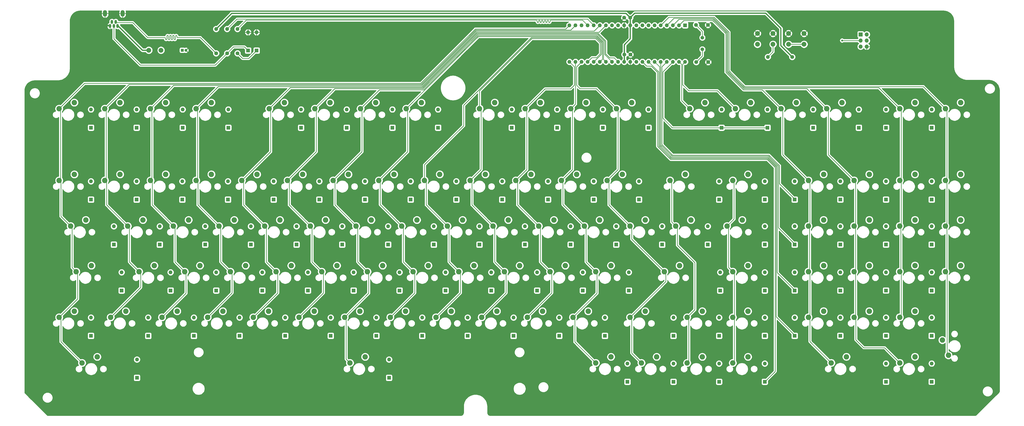
<source format=gbr>
%TF.GenerationSoftware,KiCad,Pcbnew,(5.1.6)-1*%
%TF.CreationDate,2020-10-15T09:52:07+02:00*%
%TF.ProjectId,wy60_usb,77793630-5f75-4736-922e-6b696361645f,rev?*%
%TF.SameCoordinates,Original*%
%TF.FileFunction,Copper,L2,Bot*%
%TF.FilePolarity,Positive*%
%FSLAX46Y46*%
G04 Gerber Fmt 4.6, Leading zero omitted, Abs format (unit mm)*
G04 Created by KiCad (PCBNEW (5.1.6)-1) date 2020-10-15 09:52:07*
%MOMM*%
%LPD*%
G01*
G04 APERTURE LIST*
%TA.AperFunction,ComponentPad*%
%ADD10C,2.250000*%
%TD*%
%TA.AperFunction,ComponentPad*%
%ADD11O,1.100000X1.650000*%
%TD*%
%TA.AperFunction,ComponentPad*%
%ADD12O,1.700000X2.700000*%
%TD*%
%TA.AperFunction,ComponentPad*%
%ADD13O,1.600000X1.600000*%
%TD*%
%TA.AperFunction,ComponentPad*%
%ADD14R,1.600000X1.600000*%
%TD*%
%TA.AperFunction,ComponentPad*%
%ADD15C,1.500000*%
%TD*%
%TA.AperFunction,ComponentPad*%
%ADD16C,2.000000*%
%TD*%
%TA.AperFunction,ComponentPad*%
%ADD17C,1.600000*%
%TD*%
%TA.AperFunction,ComponentPad*%
%ADD18O,1.700000X1.700000*%
%TD*%
%TA.AperFunction,ComponentPad*%
%ADD19R,1.700000X1.700000*%
%TD*%
%TA.AperFunction,ComponentPad*%
%ADD20C,1.200000*%
%TD*%
%TA.AperFunction,ComponentPad*%
%ADD21R,1.200000X1.200000*%
%TD*%
%TA.AperFunction,ViaPad*%
%ADD22C,0.800000*%
%TD*%
%TA.AperFunction,Conductor*%
%ADD23C,0.500000*%
%TD*%
%TA.AperFunction,Conductor*%
%ADD24C,0.250000*%
%TD*%
G04 APERTURE END LIST*
D10*
%TO.P,MX94,2*%
%TO.N,Net-(D96-Pad2)*%
X148778800Y-195326000D03*
%TO.P,MX94,1*%
%TO.N,col7*%
X142428800Y-197866000D03*
%TD*%
D11*
%TO.P,USB1,1*%
%TO.N,VCC*%
X45542000Y-57215000D03*
%TO.P,USB1,2*%
%TO.N,Net-(D2-Pad1)*%
X44742000Y-55515000D03*
%TO.P,USB1,3*%
%TO.N,Net-(D1-Pad1)*%
X43942000Y-57215000D03*
%TO.P,USB1,4*%
%TO.N,Net-(USB1-Pad4)*%
X43142000Y-55515000D03*
%TO.P,USB1,5*%
%TO.N,GND*%
X42342000Y-57215000D03*
D12*
%TO.P,USB1,6*%
X47592000Y-51915000D03*
X40292000Y-51915000D03*
%TD*%
D10*
%TO.P,MX69,2*%
%TO.N,Net-(D71-Pad2)*%
X279906300Y-157226000D03*
%TO.P,MX69,1*%
%TO.N,col13*%
X273556300Y-159766000D03*
%TD*%
%TO.P,MX32,2*%
%TO.N,Net-(D34-Pad2)*%
X282281200Y-119126000D03*
%TO.P,MX32,1*%
%TO.N,col14*%
X275931200Y-121666000D03*
%TD*%
D13*
%TO.P,D32,2*%
%TO.N,Net-(D32-Pad2)*%
X244094000Y-122047000D03*
D14*
%TO.P,D32,1*%
%TO.N,row1*%
X244094000Y-129667000D03*
%TD*%
D13*
%TO.P,D103,2*%
%TO.N,Net-(D103-Pad2)*%
X385089400Y-178930300D03*
D14*
%TO.P,D103,1*%
%TO.N,row5*%
X385089400Y-186550300D03*
%TD*%
D13*
%TO.P,D102,2*%
%TO.N,Net-(D102-Pad2)*%
X385089400Y-198107300D03*
D14*
%TO.P,D102,1*%
%TO.N,row5*%
X385089400Y-205727300D03*
%TD*%
D13*
%TO.P,D101,2*%
%TO.N,Net-(D101-Pad2)*%
X366039400Y-198107300D03*
D14*
%TO.P,D101,1*%
%TO.N,row5*%
X366039400Y-205727300D03*
%TD*%
D13*
%TO.P,D100,2*%
%TO.N,Net-(D100-Pad2)*%
X315468000Y-198120000D03*
D14*
%TO.P,D100,1*%
%TO.N,row5*%
X315468000Y-205740000D03*
%TD*%
D13*
%TO.P,D99,2*%
%TO.N,Net-(D99-Pad2)*%
X296418000Y-198120000D03*
D14*
%TO.P,D99,1*%
%TO.N,row5*%
X296418000Y-205740000D03*
%TD*%
D13*
%TO.P,D98,2*%
%TO.N,Net-(D98-Pad2)*%
X277368000Y-198120000D03*
D14*
%TO.P,D98,1*%
%TO.N,row5*%
X277368000Y-205740000D03*
%TD*%
D13*
%TO.P,D97,2*%
%TO.N,Net-(D97-Pad2)*%
X258191000Y-198120000D03*
D14*
%TO.P,D97,1*%
%TO.N,row5*%
X258191000Y-205740000D03*
%TD*%
D13*
%TO.P,D96,2*%
%TO.N,Net-(D96-Pad2)*%
X158750000Y-196469000D03*
D14*
%TO.P,D96,1*%
%TO.N,row5*%
X158750000Y-204089000D03*
%TD*%
D13*
%TO.P,D95,2*%
%TO.N,Net-(D95-Pad2)*%
X53594000Y-196469000D03*
D14*
%TO.P,D95,1*%
%TO.N,row5*%
X53594000Y-204089000D03*
%TD*%
D13*
%TO.P,D94,2*%
%TO.N,Net-(D94-Pad2)*%
X366039400Y-178930300D03*
D14*
%TO.P,D94,1*%
%TO.N,row4*%
X366039400Y-186550300D03*
%TD*%
D13*
%TO.P,D93,2*%
%TO.N,Net-(D93-Pad2)*%
X346989400Y-178930300D03*
D14*
%TO.P,D93,1*%
%TO.N,row4*%
X346989400Y-186550300D03*
%TD*%
D13*
%TO.P,D92,2*%
%TO.N,Net-(D92-Pad2)*%
X327939400Y-178930300D03*
D14*
%TO.P,D92,1*%
%TO.N,row4*%
X327939400Y-186550300D03*
%TD*%
D13*
%TO.P,D91,2*%
%TO.N,Net-(D91-Pad2)*%
X315468000Y-178943000D03*
D14*
%TO.P,D91,1*%
%TO.N,row4*%
X315468000Y-186563000D03*
%TD*%
D13*
%TO.P,D90,2*%
%TO.N,Net-(D90-Pad2)*%
X296418000Y-178943000D03*
D14*
%TO.P,D90,1*%
%TO.N,row4*%
X296418000Y-186563000D03*
%TD*%
D13*
%TO.P,D89,2*%
%TO.N,Net-(D89-Pad2)*%
X277368000Y-178943000D03*
D14*
%TO.P,D89,1*%
%TO.N,row4*%
X277368000Y-186563000D03*
%TD*%
D13*
%TO.P,D88,2*%
%TO.N,Net-(D88-Pad2)*%
X248793000Y-178943000D03*
D14*
%TO.P,D88,1*%
%TO.N,row4*%
X248793000Y-186563000D03*
%TD*%
D13*
%TO.P,D87,2*%
%TO.N,Net-(D87-Pad2)*%
X229743000Y-178943000D03*
D14*
%TO.P,D87,1*%
%TO.N,row4*%
X229743000Y-186563000D03*
%TD*%
D13*
%TO.P,D86,2*%
%TO.N,Net-(D86-Pad2)*%
X210693000Y-178943000D03*
D14*
%TO.P,D86,1*%
%TO.N,row4*%
X210693000Y-186563000D03*
%TD*%
D13*
%TO.P,D85,2*%
%TO.N,Net-(D85-Pad2)*%
X191516000Y-178943000D03*
D14*
%TO.P,D85,1*%
%TO.N,row4*%
X191516000Y-186563000D03*
%TD*%
D13*
%TO.P,D84,2*%
%TO.N,Net-(D84-Pad2)*%
X172593000Y-178943000D03*
D14*
%TO.P,D84,1*%
%TO.N,row4*%
X172593000Y-186563000D03*
%TD*%
D13*
%TO.P,D83,2*%
%TO.N,Net-(D83-Pad2)*%
X153477800Y-178943000D03*
D14*
%TO.P,D83,1*%
%TO.N,row4*%
X153477800Y-186563000D03*
%TD*%
D13*
%TO.P,D82,2*%
%TO.N,Net-(D82-Pad2)*%
X134427800Y-178943000D03*
D14*
%TO.P,D82,1*%
%TO.N,row4*%
X134427800Y-186563000D03*
%TD*%
D13*
%TO.P,D81,2*%
%TO.N,Net-(D81-Pad2)*%
X115443000Y-178943000D03*
D14*
%TO.P,D81,1*%
%TO.N,row4*%
X115443000Y-186563000D03*
%TD*%
D13*
%TO.P,D80,2*%
%TO.N,Net-(D80-Pad2)*%
X96393000Y-178943000D03*
D14*
%TO.P,D80,1*%
%TO.N,row4*%
X96393000Y-186563000D03*
%TD*%
D13*
%TO.P,D79,2*%
%TO.N,Net-(D79-Pad2)*%
X77343000Y-178943000D03*
D14*
%TO.P,D79,1*%
%TO.N,row4*%
X77343000Y-186563000D03*
%TD*%
D13*
%TO.P,D78,2*%
%TO.N,Net-(D78-Pad2)*%
X58293000Y-178943000D03*
D14*
%TO.P,D78,1*%
%TO.N,row4*%
X58293000Y-186563000D03*
%TD*%
D13*
%TO.P,D77,2*%
%TO.N,Net-(D77-Pad2)*%
X34417000Y-178943000D03*
D14*
%TO.P,D77,1*%
%TO.N,row4*%
X34417000Y-186563000D03*
%TD*%
D13*
%TO.P,D76,2*%
%TO.N,Net-(D76-Pad2)*%
X385089400Y-160007300D03*
D14*
%TO.P,D76,1*%
%TO.N,row3*%
X385089400Y-167627300D03*
%TD*%
D13*
%TO.P,D75,2*%
%TO.N,Net-(D75-Pad2)*%
X366039400Y-160007300D03*
D14*
%TO.P,D75,1*%
%TO.N,row3*%
X366039400Y-167627300D03*
%TD*%
D13*
%TO.P,D74,2*%
%TO.N,Net-(D74-Pad2)*%
X346989400Y-160007300D03*
D14*
%TO.P,D74,1*%
%TO.N,row3*%
X346989400Y-167627300D03*
%TD*%
D13*
%TO.P,D73,2*%
%TO.N,Net-(D73-Pad2)*%
X327939400Y-160007300D03*
D14*
%TO.P,D73,1*%
%TO.N,row3*%
X327939400Y-167627300D03*
%TD*%
D13*
%TO.P,D72,2*%
%TO.N,Net-(D72-Pad2)*%
X315468000Y-160020000D03*
D14*
%TO.P,D72,1*%
%TO.N,row3*%
X315468000Y-167640000D03*
%TD*%
D13*
%TO.P,D71,2*%
%TO.N,Net-(D71-Pad2)*%
X296860800Y-160020000D03*
D14*
%TO.P,D71,1*%
%TO.N,row3*%
X296860800Y-167640000D03*
%TD*%
D13*
%TO.P,D70,2*%
%TO.N,Net-(D70-Pad2)*%
X258760800Y-160020000D03*
D14*
%TO.P,D70,1*%
%TO.N,row3*%
X258760800Y-167640000D03*
%TD*%
D13*
%TO.P,D69,2*%
%TO.N,Net-(D69-Pad2)*%
X239583800Y-160020000D03*
D14*
%TO.P,D69,1*%
%TO.N,row3*%
X239583800Y-167640000D03*
%TD*%
D13*
%TO.P,D68,2*%
%TO.N,Net-(D68-Pad2)*%
X220533800Y-160020000D03*
D14*
%TO.P,D68,1*%
%TO.N,row3*%
X220533800Y-167640000D03*
%TD*%
D13*
%TO.P,D67,2*%
%TO.N,Net-(D67-Pad2)*%
X201356800Y-160020000D03*
D14*
%TO.P,D67,1*%
%TO.N,row3*%
X201356800Y-167640000D03*
%TD*%
D13*
%TO.P,D66,2*%
%TO.N,Net-(D66-Pad2)*%
X182306800Y-160020000D03*
D14*
%TO.P,D66,1*%
%TO.N,row3*%
X182306800Y-167640000D03*
%TD*%
D13*
%TO.P,D65,2*%
%TO.N,Net-(D65-Pad2)*%
X163129800Y-160020000D03*
D14*
%TO.P,D65,1*%
%TO.N,row3*%
X163129800Y-167640000D03*
%TD*%
D13*
%TO.P,D64,2*%
%TO.N,Net-(D64-Pad2)*%
X143952800Y-160020000D03*
D14*
%TO.P,D64,1*%
%TO.N,row3*%
X143952800Y-167640000D03*
%TD*%
D13*
%TO.P,D63,2*%
%TO.N,Net-(D63-Pad2)*%
X124902800Y-160020000D03*
D14*
%TO.P,D63,1*%
%TO.N,row3*%
X124902800Y-167640000D03*
%TD*%
D13*
%TO.P,D62,2*%
%TO.N,Net-(D62-Pad2)*%
X105852800Y-160020000D03*
D14*
%TO.P,D62,1*%
%TO.N,row3*%
X105852800Y-167640000D03*
%TD*%
D13*
%TO.P,D61,2*%
%TO.N,Net-(D61-Pad2)*%
X86675800Y-160020000D03*
D14*
%TO.P,D61,1*%
%TO.N,row3*%
X86675800Y-167640000D03*
%TD*%
D13*
%TO.P,D60,2*%
%TO.N,Net-(D60-Pad2)*%
X67625800Y-160020000D03*
D14*
%TO.P,D60,1*%
%TO.N,row3*%
X67625800Y-167640000D03*
%TD*%
D13*
%TO.P,D59,2*%
%TO.N,Net-(D59-Pad2)*%
X47178800Y-160020000D03*
D14*
%TO.P,D59,1*%
%TO.N,row3*%
X47178800Y-167640000D03*
%TD*%
D13*
%TO.P,D58,2*%
%TO.N,Net-(D58-Pad2)*%
X385089400Y-140830300D03*
D14*
%TO.P,D58,1*%
%TO.N,row2*%
X385089400Y-148450300D03*
%TD*%
D13*
%TO.P,D57,2*%
%TO.N,Net-(D57-Pad2)*%
X366039400Y-140830300D03*
D14*
%TO.P,D57,1*%
%TO.N,row2*%
X366039400Y-148450300D03*
%TD*%
D13*
%TO.P,D56,2*%
%TO.N,Net-(D56-Pad2)*%
X346989400Y-140830300D03*
D14*
%TO.P,D56,1*%
%TO.N,row2*%
X346989400Y-148450300D03*
%TD*%
D13*
%TO.P,D55,2*%
%TO.N,Net-(D55-Pad2)*%
X327939400Y-140830300D03*
D14*
%TO.P,D55,1*%
%TO.N,row2*%
X327939400Y-148450300D03*
%TD*%
D13*
%TO.P,D54,2*%
%TO.N,Net-(D54-Pad2)*%
X315468000Y-140792200D03*
D14*
%TO.P,D54,1*%
%TO.N,row2*%
X315468000Y-148412200D03*
%TD*%
D13*
%TO.P,D53,2*%
%TO.N,Net-(D53-Pad2)*%
X291719000Y-140843000D03*
D14*
%TO.P,D53,1*%
%TO.N,row2*%
X291719000Y-148463000D03*
%TD*%
D13*
%TO.P,D52,2*%
%TO.N,Net-(D52-Pad2)*%
X272669000Y-140843000D03*
D14*
%TO.P,D52,1*%
%TO.N,row2*%
X272669000Y-148463000D03*
%TD*%
D13*
%TO.P,D51,2*%
%TO.N,Net-(D51-Pad2)*%
X253492000Y-140843000D03*
D14*
%TO.P,D51,1*%
%TO.N,row2*%
X253492000Y-148463000D03*
%TD*%
D13*
%TO.P,D50,2*%
%TO.N,Net-(D50-Pad2)*%
X234503800Y-140843000D03*
D14*
%TO.P,D50,1*%
%TO.N,row2*%
X234503800Y-148463000D03*
%TD*%
D13*
%TO.P,D49,2*%
%TO.N,Net-(D49-Pad2)*%
X215392000Y-140843000D03*
D14*
%TO.P,D49,1*%
%TO.N,row2*%
X215392000Y-148463000D03*
%TD*%
D13*
%TO.P,D48,2*%
%TO.N,Net-(D48-Pad2)*%
X196469000Y-140843000D03*
D14*
%TO.P,D48,1*%
%TO.N,row2*%
X196469000Y-148463000D03*
%TD*%
D13*
%TO.P,D47,2*%
%TO.N,Net-(D47-Pad2)*%
X177419000Y-140843000D03*
D14*
%TO.P,D47,1*%
%TO.N,row2*%
X177419000Y-148463000D03*
%TD*%
D13*
%TO.P,D46,2*%
%TO.N,Net-(D46-Pad2)*%
X158369000Y-140843000D03*
D14*
%TO.P,D46,1*%
%TO.N,row2*%
X158369000Y-148463000D03*
%TD*%
D13*
%TO.P,D45,2*%
%TO.N,Net-(D45-Pad2)*%
X139192000Y-140843000D03*
D14*
%TO.P,D45,1*%
%TO.N,row2*%
X139192000Y-148463000D03*
%TD*%
D13*
%TO.P,D44,2*%
%TO.N,Net-(D44-Pad2)*%
X120142000Y-140843000D03*
D14*
%TO.P,D44,1*%
%TO.N,row2*%
X120142000Y-148463000D03*
%TD*%
D13*
%TO.P,D43,2*%
%TO.N,Net-(D43-Pad2)*%
X101092000Y-140843000D03*
D14*
%TO.P,D43,1*%
%TO.N,row2*%
X101092000Y-148463000D03*
%TD*%
D13*
%TO.P,D42,2*%
%TO.N,Net-(D42-Pad2)*%
X82042000Y-140843000D03*
D14*
%TO.P,D42,1*%
%TO.N,row2*%
X82042000Y-148463000D03*
%TD*%
D13*
%TO.P,D41,2*%
%TO.N,Net-(D41-Pad2)*%
X63119000Y-140843000D03*
D14*
%TO.P,D41,1*%
%TO.N,row2*%
X63119000Y-148463000D03*
%TD*%
D13*
%TO.P,D40,2*%
%TO.N,Net-(D40-Pad2)*%
X43942000Y-140843000D03*
D14*
%TO.P,D40,1*%
%TO.N,row2*%
X43942000Y-148463000D03*
%TD*%
D13*
%TO.P,D39,2*%
%TO.N,Net-(D39-Pad2)*%
X385089400Y-122034300D03*
D14*
%TO.P,D39,1*%
%TO.N,row1*%
X385089400Y-129654300D03*
%TD*%
D13*
%TO.P,D38,2*%
%TO.N,Net-(D38-Pad2)*%
X366039400Y-122034300D03*
D14*
%TO.P,D38,1*%
%TO.N,row1*%
X366039400Y-129654300D03*
%TD*%
D13*
%TO.P,D37,2*%
%TO.N,Net-(D37-Pad2)*%
X346989400Y-122034300D03*
D14*
%TO.P,D37,1*%
%TO.N,row1*%
X346989400Y-129654300D03*
%TD*%
D13*
%TO.P,D36,2*%
%TO.N,Net-(D36-Pad2)*%
X327939400Y-122034300D03*
D14*
%TO.P,D36,1*%
%TO.N,row1*%
X327939400Y-129654300D03*
%TD*%
D13*
%TO.P,D35,2*%
%TO.N,Net-(D35-Pad2)*%
X315468000Y-122047000D03*
D14*
%TO.P,D35,1*%
%TO.N,row1*%
X315468000Y-129667000D03*
%TD*%
D13*
%TO.P,D34,2*%
%TO.N,Net-(D34-Pad2)*%
X296418000Y-122047000D03*
D14*
%TO.P,D34,1*%
%TO.N,row1*%
X296418000Y-129667000D03*
%TD*%
D13*
%TO.P,D33,2*%
%TO.N,Net-(D33-Pad2)*%
X263017000Y-122047000D03*
D14*
%TO.P,D33,1*%
%TO.N,row1*%
X263017000Y-129667000D03*
%TD*%
D13*
%TO.P,D31,2*%
%TO.N,Net-(D31-Pad2)*%
X225044000Y-122047000D03*
D14*
%TO.P,D31,1*%
%TO.N,row1*%
X225044000Y-129667000D03*
%TD*%
D13*
%TO.P,D30,2*%
%TO.N,Net-(D30-Pad2)*%
X205928800Y-122047000D03*
D14*
%TO.P,D30,1*%
%TO.N,row1*%
X205928800Y-129667000D03*
%TD*%
D13*
%TO.P,D29,2*%
%TO.N,Net-(D29-Pad2)*%
X186817000Y-122047000D03*
D14*
%TO.P,D29,1*%
%TO.N,row1*%
X186817000Y-129667000D03*
%TD*%
D13*
%TO.P,D28,2*%
%TO.N,Net-(D28-Pad2)*%
X167767000Y-122047000D03*
D14*
%TO.P,D28,1*%
%TO.N,row1*%
X167767000Y-129667000D03*
%TD*%
D13*
%TO.P,D27,2*%
%TO.N,Net-(D27-Pad2)*%
X148717000Y-122047000D03*
D14*
%TO.P,D27,1*%
%TO.N,row1*%
X148717000Y-129667000D03*
%TD*%
D13*
%TO.P,D26,2*%
%TO.N,Net-(D26-Pad2)*%
X129667000Y-122047000D03*
D14*
%TO.P,D26,1*%
%TO.N,row1*%
X129667000Y-129667000D03*
%TD*%
D13*
%TO.P,D25,2*%
%TO.N,Net-(D25-Pad2)*%
X110617000Y-122047000D03*
D14*
%TO.P,D25,1*%
%TO.N,row1*%
X110617000Y-129667000D03*
%TD*%
D13*
%TO.P,D24,2*%
%TO.N,Net-(D24-Pad2)*%
X91567000Y-122047000D03*
D14*
%TO.P,D24,1*%
%TO.N,row1*%
X91567000Y-129667000D03*
%TD*%
D13*
%TO.P,D23,2*%
%TO.N,Net-(D23-Pad2)*%
X72517000Y-122047000D03*
D14*
%TO.P,D23,1*%
%TO.N,row1*%
X72517000Y-129667000D03*
%TD*%
D13*
%TO.P,D22,2*%
%TO.N,Net-(D22-Pad2)*%
X53467000Y-122047000D03*
D14*
%TO.P,D22,1*%
%TO.N,row1*%
X53467000Y-129667000D03*
%TD*%
D13*
%TO.P,D21,2*%
%TO.N,Net-(D21-Pad2)*%
X34417000Y-122047000D03*
D14*
%TO.P,D21,1*%
%TO.N,row1*%
X34417000Y-129667000D03*
%TD*%
D13*
%TO.P,D20,2*%
%TO.N,Net-(D20-Pad2)*%
X385140200Y-92024200D03*
D14*
%TO.P,D20,1*%
%TO.N,row0*%
X385140200Y-99644200D03*
%TD*%
D13*
%TO.P,D19,2*%
%TO.N,Net-(D19-Pad2)*%
X366090200Y-92024200D03*
D14*
%TO.P,D19,1*%
%TO.N,row0*%
X366090200Y-99644200D03*
%TD*%
D13*
%TO.P,D18,2*%
%TO.N,Net-(D18-Pad2)*%
X354711000Y-92024200D03*
D14*
%TO.P,D18,1*%
%TO.N,row0*%
X354711000Y-99644200D03*
%TD*%
D13*
%TO.P,D17,2*%
%TO.N,Net-(D17-Pad2)*%
X335661000Y-92024200D03*
D14*
%TO.P,D17,1*%
%TO.N,row0*%
X335661000Y-99644200D03*
%TD*%
D13*
%TO.P,D16,2*%
%TO.N,Net-(D16-Pad2)*%
X316611000Y-92024200D03*
D14*
%TO.P,D16,1*%
%TO.N,row0*%
X316611000Y-99644200D03*
%TD*%
D13*
%TO.P,D15,2*%
%TO.N,Net-(D15-Pad2)*%
X297434000Y-92024200D03*
D14*
%TO.P,D15,1*%
%TO.N,row0*%
X297434000Y-99644200D03*
%TD*%
D13*
%TO.P,D14,2*%
%TO.N,Net-(D14-Pad2)*%
X266954000Y-92024200D03*
D14*
%TO.P,D14,1*%
%TO.N,row0*%
X266954000Y-99644200D03*
%TD*%
D13*
%TO.P,D13,2*%
%TO.N,Net-(D13-Pad2)*%
X247904000Y-92024200D03*
D14*
%TO.P,D13,1*%
%TO.N,row0*%
X247904000Y-99644200D03*
%TD*%
D13*
%TO.P,D12,2*%
%TO.N,Net-(D12-Pad2)*%
X228854000Y-92024200D03*
D14*
%TO.P,D12,1*%
%TO.N,row0*%
X228854000Y-99644200D03*
%TD*%
D13*
%TO.P,D11,2*%
%TO.N,Net-(D11-Pad2)*%
X209942000Y-92024200D03*
D14*
%TO.P,D11,1*%
%TO.N,row0*%
X209942000Y-99644200D03*
%TD*%
D13*
%TO.P,D10,2*%
%TO.N,Net-(D10-Pad2)*%
X179208000Y-92024200D03*
D14*
%TO.P,D10,1*%
%TO.N,row0*%
X179208000Y-99644200D03*
%TD*%
D13*
%TO.P,D9,2*%
%TO.N,Net-(D9-Pad2)*%
X160158000Y-92024200D03*
D14*
%TO.P,D9,1*%
%TO.N,row0*%
X160158000Y-99644200D03*
%TD*%
D13*
%TO.P,D8,2*%
%TO.N,Net-(D8-Pad2)*%
X141108000Y-92024200D03*
D14*
%TO.P,D8,1*%
%TO.N,row0*%
X141108000Y-99644200D03*
%TD*%
D13*
%TO.P,D7,2*%
%TO.N,Net-(D7-Pad2)*%
X122047000Y-92024200D03*
D14*
%TO.P,D7,1*%
%TO.N,row0*%
X122047000Y-99644200D03*
%TD*%
D13*
%TO.P,D6,2*%
%TO.N,Net-(D6-Pad2)*%
X91694000Y-92024200D03*
D14*
%TO.P,D6,1*%
%TO.N,row0*%
X91694000Y-99644200D03*
%TD*%
D13*
%TO.P,D5,2*%
%TO.N,Net-(D5-Pad2)*%
X72644000Y-92024200D03*
D14*
%TO.P,D5,1*%
%TO.N,row0*%
X72644000Y-99644200D03*
%TD*%
D13*
%TO.P,D4,2*%
%TO.N,Net-(D4-Pad2)*%
X53467000Y-92024200D03*
D14*
%TO.P,D4,1*%
%TO.N,row0*%
X53467000Y-99644200D03*
%TD*%
D13*
%TO.P,D3,2*%
%TO.N,Net-(D3-Pad2)*%
X34417000Y-92024200D03*
D14*
%TO.P,D3,1*%
%TO.N,row0*%
X34417000Y-99644200D03*
%TD*%
D10*
%TO.P,MX93,2*%
%TO.N,Net-(D95-Pad2)*%
X37018800Y-195326000D03*
%TO.P,MX93,1*%
%TO.N,col1*%
X30668800Y-197866000D03*
%TD*%
%TO.P,MX101,2*%
%TO.N,Net-(D103-Pad2)*%
X389545400Y-188328300D03*
%TO.P,MX101,1*%
%TO.N,col19*%
X392085400Y-194678300D03*
%TD*%
%TO.P,MX99,2*%
%TO.N,Net-(D101-Pad2)*%
X349540400Y-195313300D03*
%TO.P,MX99,1*%
%TO.N,col16*%
X343190400Y-197853300D03*
%TD*%
%TO.P,MX87,2*%
%TO.N,Net-(D89-Pad2)*%
X265618800Y-176276000D03*
%TO.P,MX87,1*%
%TO.N,col13*%
X259268800Y-178816000D03*
%TD*%
%TO.P,MX100,2*%
%TO.N,Net-(D102-Pad2)*%
X378115400Y-195313300D03*
%TO.P,MX100,1*%
%TO.N,col17*%
X371765400Y-197853300D03*
%TD*%
%TO.P,MX98,2*%
%TO.N,Net-(D100-Pad2)*%
X308481300Y-195326000D03*
%TO.P,MX98,1*%
%TO.N,col15*%
X302131300Y-197866000D03*
%TD*%
%TO.P,MX97,2*%
%TO.N,Net-(D99-Pad2)*%
X289431300Y-195326000D03*
%TO.P,MX97,1*%
%TO.N,col14*%
X283081300Y-197866000D03*
%TD*%
%TO.P,MX96,2*%
%TO.N,Net-(D98-Pad2)*%
X270381300Y-195326000D03*
%TO.P,MX96,1*%
%TO.N,col13*%
X264031300Y-197866000D03*
%TD*%
%TO.P,MX95,2*%
%TO.N,Net-(D97-Pad2)*%
X251331300Y-195326000D03*
%TO.P,MX95,1*%
%TO.N,col12*%
X244981300Y-197866000D03*
%TD*%
%TO.P,MX92,2*%
%TO.N,Net-(D94-Pad2)*%
X378115400Y-176263300D03*
%TO.P,MX92,1*%
%TO.N,col18*%
X371765400Y-178803300D03*
%TD*%
%TO.P,MX91,2*%
%TO.N,Net-(D93-Pad2)*%
X359065400Y-176263300D03*
%TO.P,MX91,1*%
%TO.N,col17*%
X352715400Y-178803300D03*
%TD*%
%TO.P,MX90,2*%
%TO.N,Net-(D92-Pad2)*%
X340015400Y-176263300D03*
%TO.P,MX90,1*%
%TO.N,col16*%
X333665400Y-178803300D03*
%TD*%
%TO.P,MX76,2*%
%TO.N,Net-(D78-Pad2)*%
X48956800Y-176276000D03*
%TO.P,MX76,1*%
%TO.N,col2*%
X42606800Y-178816000D03*
%TD*%
%TO.P,MX57,2*%
%TO.N,Net-(D59-Pad2)*%
X34605800Y-157226000D03*
%TO.P,MX57,1*%
%TO.N,col1*%
X28255800Y-159766000D03*
%TD*%
%TO.P,MX52,2*%
%TO.N,Net-(D54-Pad2)*%
X306068300Y-138176000D03*
%TO.P,MX52,1*%
%TO.N,col15*%
X299718300Y-140716000D03*
%TD*%
%TO.P,MX38,2*%
%TO.N,Net-(D40-Pad2)*%
X32256300Y-138176000D03*
%TO.P,MX38,1*%
%TO.N,col1*%
X25906300Y-140716000D03*
%TD*%
D15*
%TO.P,XTAL1,2*%
%TO.N,Net-(C5-Pad1)*%
X289433000Y-62049000D03*
%TO.P,XTAL1,1*%
%TO.N,Net-(C4-Pad1)*%
X289433000Y-66929000D03*
%TD*%
D13*
%TO.P,U1,40*%
%TO.N,col15*%
X282257500Y-72136000D03*
%TO.P,U1,20*%
%TO.N,col1*%
X233997500Y-56896000D03*
%TO.P,U1,39*%
%TO.N,col14*%
X279717500Y-72136000D03*
%TO.P,U1,19*%
%TO.N,col2*%
X236537500Y-56896000D03*
%TO.P,U1,38*%
%TO.N,row0*%
X277177500Y-72136000D03*
%TO.P,U1,18*%
%TO.N,boot*%
X239077500Y-56896000D03*
%TO.P,U1,37*%
%TO.N,row1*%
X274637500Y-72136000D03*
%TO.P,U1,17*%
%TO.N,D-*%
X241617500Y-56896000D03*
%TO.P,U1,36*%
%TO.N,row2*%
X272097500Y-72136000D03*
%TO.P,U1,16*%
%TO.N,D+*%
X244157500Y-56896000D03*
%TO.P,U1,35*%
%TO.N,row3*%
X269557500Y-72136000D03*
%TO.P,U1,15*%
%TO.N,col3*%
X246697500Y-56896000D03*
%TO.P,U1,34*%
%TO.N,row4*%
X267017500Y-72136000D03*
%TO.P,U1,14*%
%TO.N,col4*%
X249237500Y-56896000D03*
%TO.P,U1,33*%
%TO.N,row5*%
X264477500Y-72136000D03*
%TO.P,U1,13*%
%TO.N,Net-(C4-Pad1)*%
X251777500Y-56896000D03*
%TO.P,U1,32*%
%TO.N,Net-(U1-Pad32)*%
X261937500Y-72136000D03*
%TO.P,U1,12*%
%TO.N,Net-(C5-Pad1)*%
X254317500Y-56896000D03*
%TO.P,U1,31*%
%TO.N,GND*%
X259397500Y-72136000D03*
%TO.P,U1,11*%
X256857500Y-56896000D03*
%TO.P,U1,30*%
%TO.N,+5V*%
X256857500Y-72136000D03*
%TO.P,U1,10*%
X259397500Y-56896000D03*
%TO.P,U1,29*%
%TO.N,col5*%
X254317500Y-72136000D03*
%TO.P,U1,9*%
%TO.N,reset*%
X261937500Y-56896000D03*
%TO.P,U1,28*%
%TO.N,col6*%
X251777500Y-72136000D03*
%TO.P,U1,8*%
%TO.N,SCK*%
X264477500Y-56896000D03*
%TO.P,U1,27*%
%TO.N,col7*%
X249237500Y-72136000D03*
%TO.P,U1,7*%
%TO.N,MISO*%
X267017500Y-56896000D03*
%TO.P,U1,26*%
%TO.N,col8*%
X246697500Y-72136000D03*
%TO.P,U1,6*%
%TO.N,MOSI*%
X269557500Y-56896000D03*
%TO.P,U1,25*%
%TO.N,col9*%
X244157500Y-72136000D03*
%TO.P,U1,5*%
%TO.N,col19*%
X272097500Y-56896000D03*
%TO.P,U1,24*%
%TO.N,col10*%
X241617500Y-72136000D03*
%TO.P,U1,4*%
%TO.N,col18*%
X274637500Y-56896000D03*
%TO.P,U1,23*%
%TO.N,col13*%
X239077500Y-72136000D03*
%TO.P,U1,3*%
%TO.N,col17*%
X277177500Y-56896000D03*
%TO.P,U1,22*%
%TO.N,col12*%
X236537500Y-72136000D03*
%TO.P,U1,2*%
%TO.N,col16*%
X279717500Y-56896000D03*
%TO.P,U1,21*%
%TO.N,col11*%
X233997500Y-72136000D03*
D14*
%TO.P,U1,1*%
%TO.N,Net-(U1-Pad1)*%
X282257500Y-56896000D03*
%TD*%
D16*
%TO.P,Reset1,1*%
%TO.N,GND*%
X318920000Y-60325000D03*
%TO.P,Reset1,2*%
%TO.N,reset*%
X318920000Y-64825000D03*
%TO.P,Reset1,1*%
%TO.N,GND*%
X312420000Y-60325000D03*
%TO.P,Reset1,2*%
%TO.N,reset*%
X312420000Y-64825000D03*
%TD*%
D13*
%TO.P,R4,2*%
%TO.N,reset*%
X316738000Y-70104000D03*
D17*
%TO.P,R4,1*%
%TO.N,+5V*%
X326898000Y-70104000D03*
%TD*%
D13*
%TO.P,R3,2*%
%TO.N,D-*%
X95504000Y-58420000D03*
D17*
%TO.P,R3,1*%
%TO.N,Net-(D2-Pad1)*%
X95504000Y-68580000D03*
%TD*%
D13*
%TO.P,R2,2*%
%TO.N,D+*%
X91186000Y-58420000D03*
D17*
%TO.P,R2,1*%
%TO.N,Net-(D1-Pad1)*%
X91186000Y-68580000D03*
%TD*%
D13*
%TO.P,R1,2*%
%TO.N,+5V*%
X86614000Y-58420000D03*
D17*
%TO.P,R1,1*%
%TO.N,Net-(D2-Pad1)*%
X86614000Y-68580000D03*
%TD*%
D10*
%TO.P,MX89,2*%
%TO.N,Net-(D91-Pad2)*%
X308481300Y-176276000D03*
%TO.P,MX89,1*%
%TO.N,col15*%
X302131300Y-178816000D03*
%TD*%
%TO.P,MX88,2*%
%TO.N,Net-(D90-Pad2)*%
X289431300Y-176276000D03*
%TO.P,MX88,1*%
%TO.N,col14*%
X283081300Y-178816000D03*
%TD*%
%TO.P,MX86,2*%
%TO.N,Net-(D88-Pad2)*%
X241806300Y-176276000D03*
%TO.P,MX86,1*%
%TO.N,col12*%
X235456300Y-178816000D03*
%TD*%
%TO.P,MX85,2*%
%TO.N,Net-(D87-Pad2)*%
X222756300Y-176276000D03*
%TO.P,MX85,1*%
%TO.N,col11*%
X216406300Y-178816000D03*
%TD*%
%TO.P,MX84,2*%
%TO.N,Net-(D86-Pad2)*%
X203706300Y-176276000D03*
%TO.P,MX84,1*%
%TO.N,col10*%
X197356300Y-178816000D03*
%TD*%
%TO.P,MX83,2*%
%TO.N,Net-(D85-Pad2)*%
X184656300Y-176276000D03*
%TO.P,MX83,1*%
%TO.N,col9*%
X178306300Y-178816000D03*
%TD*%
%TO.P,MX82,2*%
%TO.N,Net-(D84-Pad2)*%
X165606300Y-176276000D03*
%TO.P,MX82,1*%
%TO.N,col8*%
X159256300Y-178816000D03*
%TD*%
%TO.P,MX81,2*%
%TO.N,Net-(D83-Pad2)*%
X146556300Y-176276000D03*
%TO.P,MX81,1*%
%TO.N,col7*%
X140206300Y-178816000D03*
%TD*%
%TO.P,MX80,2*%
%TO.N,Net-(D82-Pad2)*%
X127506300Y-176276000D03*
%TO.P,MX80,1*%
%TO.N,col6*%
X121156300Y-178816000D03*
%TD*%
%TO.P,MX79,2*%
%TO.N,Net-(D81-Pad2)*%
X108456300Y-176276000D03*
%TO.P,MX79,1*%
%TO.N,col5*%
X102106300Y-178816000D03*
%TD*%
%TO.P,MX78,2*%
%TO.N,Net-(D80-Pad2)*%
X89406300Y-176276000D03*
%TO.P,MX78,1*%
%TO.N,col4*%
X83056300Y-178816000D03*
%TD*%
%TO.P,MX77,2*%
%TO.N,Net-(D79-Pad2)*%
X70356300Y-176276000D03*
%TO.P,MX77,1*%
%TO.N,col3*%
X64006300Y-178816000D03*
%TD*%
%TO.P,MX75,2*%
%TO.N,Net-(D77-Pad2)*%
X27493800Y-176276000D03*
%TO.P,MX75,1*%
%TO.N,col1*%
X21143800Y-178816000D03*
%TD*%
%TO.P,MX74,2*%
%TO.N,Net-(D76-Pad2)*%
X397165400Y-157213300D03*
%TO.P,MX74,1*%
%TO.N,col19*%
X390815400Y-159753300D03*
%TD*%
%TO.P,MX73,2*%
%TO.N,Net-(D75-Pad2)*%
X378115400Y-157213300D03*
%TO.P,MX73,1*%
%TO.N,col18*%
X371765400Y-159753300D03*
%TD*%
%TO.P,MX72,2*%
%TO.N,Net-(D74-Pad2)*%
X359065400Y-157213300D03*
%TO.P,MX72,1*%
%TO.N,col17*%
X352715400Y-159753300D03*
%TD*%
%TO.P,MX71,2*%
%TO.N,Net-(D73-Pad2)*%
X340015400Y-157213300D03*
%TO.P,MX71,1*%
%TO.N,col16*%
X333665400Y-159753300D03*
%TD*%
%TO.P,MX70,2*%
%TO.N,Net-(D72-Pad2)*%
X308481300Y-157226000D03*
%TO.P,MX70,1*%
%TO.N,col15*%
X302131300Y-159766000D03*
%TD*%
%TO.P,MX68,2*%
%TO.N,Net-(D70-Pad2)*%
X251331300Y-157226000D03*
%TO.P,MX68,1*%
%TO.N,col12*%
X244981300Y-159766000D03*
%TD*%
%TO.P,MX67,2*%
%TO.N,Net-(D69-Pad2)*%
X232281300Y-157226000D03*
%TO.P,MX67,1*%
%TO.N,col11*%
X225931300Y-159766000D03*
%TD*%
%TO.P,MX66,2*%
%TO.N,Net-(D68-Pad2)*%
X213231300Y-157226000D03*
%TO.P,MX66,1*%
%TO.N,col10*%
X206881300Y-159766000D03*
%TD*%
%TO.P,MX65,2*%
%TO.N,Net-(D67-Pad2)*%
X194181300Y-157226000D03*
%TO.P,MX65,1*%
%TO.N,col9*%
X187831300Y-159766000D03*
%TD*%
%TO.P,MX64,2*%
%TO.N,Net-(D66-Pad2)*%
X175131300Y-157226000D03*
%TO.P,MX64,1*%
%TO.N,col8*%
X168781300Y-159766000D03*
%TD*%
%TO.P,MX63,2*%
%TO.N,Net-(D65-Pad2)*%
X156081300Y-157226000D03*
%TO.P,MX63,1*%
%TO.N,col7*%
X149731300Y-159766000D03*
%TD*%
%TO.P,MX62,2*%
%TO.N,Net-(D64-Pad2)*%
X137031300Y-157226000D03*
%TO.P,MX62,1*%
%TO.N,col6*%
X130681300Y-159766000D03*
%TD*%
%TO.P,MX61,2*%
%TO.N,Net-(D63-Pad2)*%
X117981300Y-157226000D03*
%TO.P,MX61,1*%
%TO.N,col5*%
X111631300Y-159766000D03*
%TD*%
%TO.P,MX60,2*%
%TO.N,Net-(D62-Pad2)*%
X98931300Y-157226000D03*
%TO.P,MX60,1*%
%TO.N,col4*%
X92581300Y-159766000D03*
%TD*%
%TO.P,MX59,2*%
%TO.N,Net-(D61-Pad2)*%
X79881300Y-157226000D03*
%TO.P,MX59,1*%
%TO.N,col3*%
X73531300Y-159766000D03*
%TD*%
%TO.P,MX58,2*%
%TO.N,Net-(D60-Pad2)*%
X60831300Y-157226000D03*
%TO.P,MX58,1*%
%TO.N,col2*%
X54481300Y-159766000D03*
%TD*%
%TO.P,MX56,2*%
%TO.N,Net-(D58-Pad2)*%
X397165400Y-138163300D03*
%TO.P,MX56,1*%
%TO.N,col19*%
X390815400Y-140703300D03*
%TD*%
%TO.P,MX55,2*%
%TO.N,Net-(D57-Pad2)*%
X378115400Y-138163300D03*
%TO.P,MX55,1*%
%TO.N,col18*%
X371765400Y-140703300D03*
%TD*%
%TO.P,MX54,2*%
%TO.N,Net-(D56-Pad2)*%
X359065400Y-138163300D03*
%TO.P,MX54,1*%
%TO.N,col17*%
X352715400Y-140703300D03*
%TD*%
%TO.P,MX53,2*%
%TO.N,Net-(D55-Pad2)*%
X340015400Y-138163300D03*
%TO.P,MX53,1*%
%TO.N,col16*%
X333665400Y-140703300D03*
%TD*%
%TO.P,MX51,2*%
%TO.N,Net-(D53-Pad2)*%
X284668800Y-138176000D03*
%TO.P,MX51,1*%
%TO.N,col14*%
X278318800Y-140716000D03*
%TD*%
%TO.P,MX50,2*%
%TO.N,Net-(D52-Pad2)*%
X265618800Y-138176000D03*
%TO.P,MX50,1*%
%TO.N,col13*%
X259268800Y-140716000D03*
%TD*%
%TO.P,MX49,1*%
%TO.N,col12*%
X240218800Y-140716000D03*
%TO.P,MX49,2*%
%TO.N,Net-(D51-Pad2)*%
X246568800Y-138176000D03*
%TD*%
%TO.P,MX48,2*%
%TO.N,Net-(D50-Pad2)*%
X227518800Y-138176000D03*
%TO.P,MX48,1*%
%TO.N,col11*%
X221168800Y-140716000D03*
%TD*%
%TO.P,MX47,2*%
%TO.N,Net-(D49-Pad2)*%
X208468800Y-138176000D03*
%TO.P,MX47,1*%
%TO.N,col10*%
X202118800Y-140716000D03*
%TD*%
%TO.P,MX46,2*%
%TO.N,Net-(D48-Pad2)*%
X189418800Y-138176000D03*
%TO.P,MX46,1*%
%TO.N,col9*%
X183068800Y-140716000D03*
%TD*%
%TO.P,MX45,2*%
%TO.N,Net-(D47-Pad2)*%
X170368800Y-138176000D03*
%TO.P,MX45,1*%
%TO.N,col8*%
X164018800Y-140716000D03*
%TD*%
%TO.P,MX44,2*%
%TO.N,Net-(D46-Pad2)*%
X151318800Y-138176000D03*
%TO.P,MX44,1*%
%TO.N,col7*%
X144968800Y-140716000D03*
%TD*%
%TO.P,MX43,2*%
%TO.N,Net-(D45-Pad2)*%
X132268800Y-138176000D03*
%TO.P,MX43,1*%
%TO.N,col6*%
X125918800Y-140716000D03*
%TD*%
%TO.P,MX42,2*%
%TO.N,Net-(D44-Pad2)*%
X113218800Y-138176000D03*
%TO.P,MX42,1*%
%TO.N,col5*%
X106868800Y-140716000D03*
%TD*%
%TO.P,MX41,2*%
%TO.N,Net-(D43-Pad2)*%
X94168800Y-138176000D03*
%TO.P,MX41,1*%
%TO.N,col4*%
X87818800Y-140716000D03*
%TD*%
%TO.P,MX40,2*%
%TO.N,Net-(D42-Pad2)*%
X75118800Y-138176000D03*
%TO.P,MX40,1*%
%TO.N,col3*%
X68768800Y-140716000D03*
%TD*%
%TO.P,MX39,2*%
%TO.N,Net-(D41-Pad2)*%
X56068800Y-138176000D03*
%TO.P,MX39,1*%
%TO.N,col2*%
X49718800Y-140716000D03*
%TD*%
%TO.P,MX37,2*%
%TO.N,Net-(D39-Pad2)*%
X397165400Y-119113300D03*
%TO.P,MX37,1*%
%TO.N,col19*%
X390815400Y-121653300D03*
%TD*%
%TO.P,MX36,2*%
%TO.N,Net-(D38-Pad2)*%
X378115400Y-119113300D03*
%TO.P,MX36,1*%
%TO.N,col18*%
X371765400Y-121653300D03*
%TD*%
%TO.P,MX35,2*%
%TO.N,Net-(D37-Pad2)*%
X359065400Y-119113300D03*
%TO.P,MX35,1*%
%TO.N,col17*%
X352715400Y-121653300D03*
%TD*%
%TO.P,MX34,2*%
%TO.N,Net-(D36-Pad2)*%
X340015400Y-119113300D03*
%TO.P,MX34,1*%
%TO.N,col16*%
X333665400Y-121653300D03*
%TD*%
%TO.P,MX33,2*%
%TO.N,Net-(D35-Pad2)*%
X308481300Y-119126000D03*
%TO.P,MX33,1*%
%TO.N,col15*%
X302131300Y-121666000D03*
%TD*%
%TO.P,MX31,2*%
%TO.N,Net-(D33-Pad2)*%
X256093800Y-119126000D03*
%TO.P,MX31,1*%
%TO.N,col13*%
X249743800Y-121666000D03*
%TD*%
%TO.P,MX30,2*%
%TO.N,Net-(D32-Pad2)*%
X237043800Y-119126000D03*
%TO.P,MX30,1*%
%TO.N,col12*%
X230693800Y-121666000D03*
%TD*%
%TO.P,MX29,2*%
%TO.N,Net-(D31-Pad2)*%
X217993800Y-119126000D03*
%TO.P,MX29,1*%
%TO.N,col11*%
X211643800Y-121666000D03*
%TD*%
%TO.P,MX28,2*%
%TO.N,Net-(D30-Pad2)*%
X198943800Y-119126000D03*
%TO.P,MX28,1*%
%TO.N,col10*%
X192593800Y-121666000D03*
%TD*%
%TO.P,MX27,2*%
%TO.N,Net-(D29-Pad2)*%
X179893800Y-119126000D03*
%TO.P,MX27,1*%
%TO.N,col9*%
X173543800Y-121666000D03*
%TD*%
%TO.P,MX26,2*%
%TO.N,Net-(D28-Pad2)*%
X160843800Y-119126000D03*
%TO.P,MX26,1*%
%TO.N,col8*%
X154493800Y-121666000D03*
%TD*%
%TO.P,MX25,2*%
%TO.N,Net-(D27-Pad2)*%
X141793800Y-119126000D03*
%TO.P,MX25,1*%
%TO.N,col7*%
X135443800Y-121666000D03*
%TD*%
%TO.P,MX24,2*%
%TO.N,Net-(D26-Pad2)*%
X122743800Y-119126000D03*
%TO.P,MX24,1*%
%TO.N,col6*%
X116393800Y-121666000D03*
%TD*%
%TO.P,MX23,2*%
%TO.N,Net-(D25-Pad2)*%
X103693800Y-119126000D03*
%TO.P,MX23,1*%
%TO.N,col5*%
X97343800Y-121666000D03*
%TD*%
%TO.P,MX22,2*%
%TO.N,Net-(D24-Pad2)*%
X84643800Y-119126000D03*
%TO.P,MX22,1*%
%TO.N,col4*%
X78293800Y-121666000D03*
%TD*%
%TO.P,MX21,2*%
%TO.N,Net-(D23-Pad2)*%
X65593800Y-119126000D03*
%TO.P,MX21,1*%
%TO.N,col3*%
X59243800Y-121666000D03*
%TD*%
%TO.P,MX20,2*%
%TO.N,Net-(D22-Pad2)*%
X46543800Y-119126000D03*
%TO.P,MX20,1*%
%TO.N,col2*%
X40193800Y-121666000D03*
%TD*%
%TO.P,MX19,2*%
%TO.N,Net-(D21-Pad2)*%
X27493800Y-119126000D03*
%TO.P,MX19,1*%
%TO.N,col1*%
X21143800Y-121666000D03*
%TD*%
%TO.P,MX18,2*%
%TO.N,Net-(D20-Pad2)*%
X397179800Y-89154000D03*
%TO.P,MX18,1*%
%TO.N,col19*%
X390829800Y-91694000D03*
%TD*%
%TO.P,MX17,2*%
%TO.N,Net-(D19-Pad2)*%
X378129800Y-89154000D03*
%TO.P,MX17,1*%
%TO.N,col18*%
X371779800Y-91694000D03*
%TD*%
%TO.P,MX16,2*%
%TO.N,Net-(D18-Pad2)*%
X347675200Y-89154000D03*
%TO.P,MX16,1*%
%TO.N,col17*%
X341325200Y-91694000D03*
%TD*%
%TO.P,MX15,2*%
%TO.N,Net-(D17-Pad2)*%
X328625200Y-89154000D03*
%TO.P,MX15,1*%
%TO.N,col16*%
X322275200Y-91694000D03*
%TD*%
%TO.P,MX14,2*%
%TO.N,Net-(D16-Pad2)*%
X309575200Y-89154000D03*
%TO.P,MX14,1*%
%TO.N,col15*%
X303225200Y-91694000D03*
%TD*%
%TO.P,MX13,2*%
%TO.N,Net-(D15-Pad2)*%
X290525200Y-89154000D03*
%TO.P,MX13,1*%
%TO.N,col14*%
X284175200Y-91694000D03*
%TD*%
%TO.P,MX12,2*%
%TO.N,Net-(D14-Pad2)*%
X259994400Y-89154000D03*
%TO.P,MX12,1*%
%TO.N,col13*%
X253644400Y-91694000D03*
%TD*%
%TO.P,MX11,2*%
%TO.N,Net-(D13-Pad2)*%
X240944400Y-89154000D03*
%TO.P,MX11,1*%
%TO.N,col12*%
X234594400Y-91694000D03*
%TD*%
%TO.P,MX10,2*%
%TO.N,Net-(D12-Pad2)*%
X221894400Y-89154000D03*
%TO.P,MX10,1*%
%TO.N,col11*%
X215544400Y-91694000D03*
%TD*%
%TO.P,MX9,2*%
%TO.N,Net-(D11-Pad2)*%
X202844400Y-89154000D03*
%TO.P,MX9,1*%
%TO.N,col10*%
X196494400Y-91694000D03*
%TD*%
%TO.P,MX8,2*%
%TO.N,Net-(D10-Pad2)*%
X172262800Y-89154000D03*
%TO.P,MX8,1*%
%TO.N,col8*%
X165912800Y-91694000D03*
%TD*%
%TO.P,MX7,2*%
%TO.N,Net-(D9-Pad2)*%
X153212800Y-89154000D03*
%TO.P,MX7,1*%
%TO.N,col7*%
X146862800Y-91694000D03*
%TD*%
%TO.P,MX6,2*%
%TO.N,Net-(D8-Pad2)*%
X134162800Y-89154000D03*
%TO.P,MX6,1*%
%TO.N,col6*%
X127812800Y-91694000D03*
%TD*%
%TO.P,MX5,2*%
%TO.N,Net-(D7-Pad2)*%
X115112800Y-89154000D03*
%TO.P,MX5,1*%
%TO.N,col5*%
X108762800Y-91694000D03*
%TD*%
%TO.P,MX4,2*%
%TO.N,Net-(D6-Pad2)*%
X84632800Y-89154000D03*
%TO.P,MX4,1*%
%TO.N,col4*%
X78282800Y-91694000D03*
%TD*%
%TO.P,MX3,2*%
%TO.N,Net-(D5-Pad2)*%
X65582800Y-89154000D03*
%TO.P,MX3,1*%
%TO.N,col3*%
X59232800Y-91694000D03*
%TD*%
%TO.P,MX2,2*%
%TO.N,Net-(D4-Pad2)*%
X46532800Y-89154000D03*
%TO.P,MX2,1*%
%TO.N,col2*%
X40182800Y-91694000D03*
%TD*%
%TO.P,MX1,2*%
%TO.N,Net-(D3-Pad2)*%
X27482800Y-89154000D03*
%TO.P,MX1,1*%
%TO.N,col1*%
X21132800Y-91694000D03*
%TD*%
D18*
%TO.P,J1,6*%
%TO.N,GND*%
X358013000Y-65786000D03*
%TO.P,J1,5*%
%TO.N,reset*%
X355473000Y-65786000D03*
%TO.P,J1,4*%
%TO.N,MOSI*%
X358013000Y-63246000D03*
%TO.P,J1,3*%
%TO.N,SCK*%
X355473000Y-63246000D03*
%TO.P,J1,2*%
%TO.N,+5V*%
X358013000Y-60706000D03*
D19*
%TO.P,J1,1*%
%TO.N,MISO*%
X355473000Y-60706000D03*
%TD*%
D16*
%TO.P,F1,2*%
%TO.N,VCC*%
X58547000Y-67300000D03*
%TO.P,F1,1*%
%TO.N,+5V*%
X63627000Y-67310000D03*
%TD*%
D13*
%TO.P,D2,2*%
%TO.N,GND*%
X103505000Y-59817000D03*
D14*
%TO.P,D2,1*%
%TO.N,Net-(D2-Pad1)*%
X103505000Y-67437000D03*
%TD*%
D13*
%TO.P,D1,2*%
%TO.N,GND*%
X99949000Y-59817000D03*
D14*
%TO.P,D1,1*%
%TO.N,Net-(D1-Pad1)*%
X99949000Y-67437000D03*
%TD*%
D17*
%TO.P,C5,2*%
%TO.N,GND*%
X291766000Y-56769000D03*
%TO.P,C5,1*%
%TO.N,Net-(C5-Pad1)*%
X286766000Y-56769000D03*
%TD*%
%TO.P,C4,2*%
%TO.N,GND*%
X291893000Y-72263000D03*
%TO.P,C4,1*%
%TO.N,Net-(C4-Pad1)*%
X286893000Y-72263000D03*
%TD*%
%TO.P,C3,2*%
%TO.N,GND*%
X259421000Y-69088000D03*
%TO.P,C3,1*%
%TO.N,+5V*%
X256921000Y-69088000D03*
%TD*%
%TO.P,C2,2*%
%TO.N,GND*%
X256834000Y-53721000D03*
%TO.P,C2,1*%
%TO.N,+5V*%
X259334000Y-53721000D03*
%TD*%
D20*
%TO.P,C1,2*%
%TO.N,GND*%
X74017000Y-67310000D03*
D21*
%TO.P,C1,1*%
%TO.N,+5V*%
X72517000Y-67310000D03*
%TD*%
D16*
%TO.P,Boot1,1*%
%TO.N,GND*%
X331874000Y-60325000D03*
%TO.P,Boot1,2*%
%TO.N,boot*%
X331874000Y-64825000D03*
%TO.P,Boot1,1*%
%TO.N,GND*%
X325374000Y-60325000D03*
%TO.P,Boot1,2*%
%TO.N,boot*%
X325374000Y-64825000D03*
%TD*%
D22*
%TO.N,SCK*%
X347731358Y-63240642D03*
%TD*%
D23*
%TO.N,GND*%
X42342000Y-56965000D02*
X40582000Y-56965000D01*
D24*
%TO.N,boot*%
X325374000Y-64825000D02*
X331874000Y-64825000D01*
D23*
%TO.N,+5V*%
X86614000Y-58420000D02*
X92710000Y-52324000D01*
X256921000Y-72072500D02*
X256857500Y-72136000D01*
X256921000Y-69088000D02*
X256921000Y-72072500D01*
X259461000Y-56959500D02*
X259397500Y-56896000D01*
X261239000Y-51816000D02*
X259334000Y-53721000D01*
X315849000Y-51816000D02*
X261239000Y-51816000D01*
X322199000Y-58166000D02*
X315849000Y-51816000D01*
X326898000Y-70104000D02*
X322199000Y-65405000D01*
X322199000Y-65405000D02*
X322199000Y-58166000D01*
X259397500Y-53784500D02*
X259334000Y-53721000D01*
X259397500Y-56896000D02*
X259397500Y-53784500D01*
X256921000Y-69088000D02*
X256921000Y-65024000D01*
X259397500Y-62547500D02*
X259397500Y-56896000D01*
X256921000Y-65024000D02*
X259397500Y-62547500D01*
X259334000Y-53721000D02*
X257556000Y-51943000D01*
X93091000Y-51943000D02*
X92710000Y-52324000D01*
X257556000Y-51943000D02*
X93091000Y-51943000D01*
D24*
%TO.N,Net-(C4-Pad1)*%
X289433000Y-69723000D02*
X286893000Y-72263000D01*
X289433000Y-66929000D02*
X289433000Y-69723000D01*
%TO.N,Net-(C5-Pad1)*%
X289433000Y-59436000D02*
X286766000Y-56769000D01*
X289433000Y-62049000D02*
X289433000Y-59436000D01*
%TO.N,Net-(D1-Pad1)*%
X43942000Y-56965000D02*
X43942000Y-62484000D01*
X43942000Y-62484000D02*
X54991000Y-73533000D01*
X86233000Y-73533000D02*
X91186000Y-68580000D01*
X54991000Y-73533000D02*
X86233000Y-73533000D01*
X91186000Y-68580000D02*
X93853000Y-65913000D01*
X98425000Y-65913000D02*
X99949000Y-67437000D01*
X93853000Y-65913000D02*
X98425000Y-65913000D01*
%TO.N,Net-(D2-Pad1)*%
X95504000Y-68580000D02*
X97663000Y-70739000D01*
X100203000Y-70739000D02*
X103505000Y-67437000D01*
X97663000Y-70739000D02*
X100203000Y-70739000D01*
X80010000Y-61976000D02*
X86614000Y-68580000D01*
X70551000Y-61976000D02*
X80010000Y-61976000D01*
X70484243Y-61968479D02*
X70551000Y-61976000D01*
X70420834Y-61946291D02*
X70484243Y-61968479D01*
X70363953Y-61910550D02*
X70420834Y-61946291D01*
X70316450Y-61863047D02*
X70363953Y-61910550D01*
X70280709Y-61806166D02*
X70316450Y-61863047D01*
X70258521Y-61742757D02*
X70280709Y-61806166D01*
X70251000Y-61676000D02*
X70258521Y-61742757D01*
X70251000Y-61366847D02*
X70251000Y-61676000D01*
X70243478Y-61300091D02*
X70251000Y-61366847D01*
X70221290Y-61236682D02*
X70243478Y-61300091D01*
X70185549Y-61179801D02*
X70221290Y-61236682D01*
X70138046Y-61132298D02*
X70185549Y-61179801D01*
X70081165Y-61096557D02*
X70138046Y-61132298D01*
X70017756Y-61074369D02*
X70081165Y-61096557D01*
X69951000Y-61066847D02*
X70017756Y-61074369D01*
X69884243Y-61074369D02*
X69951000Y-61066847D01*
X69820834Y-61096557D02*
X69884243Y-61074369D01*
X69763953Y-61132298D02*
X69820834Y-61096557D01*
X69716450Y-61179801D02*
X69763953Y-61132298D01*
X69680709Y-61236682D02*
X69716450Y-61179801D01*
X69658521Y-61300091D02*
X69680709Y-61236682D01*
X69651000Y-61366847D02*
X69658521Y-61300091D01*
X69651000Y-62585153D02*
X69651000Y-61366847D01*
X69643478Y-62651909D02*
X69651000Y-62585153D01*
X69621290Y-62715318D02*
X69643478Y-62651909D01*
X69585549Y-62772199D02*
X69621290Y-62715318D01*
X69538046Y-62819702D02*
X69585549Y-62772199D01*
X69481165Y-62855443D02*
X69538046Y-62819702D01*
X69417756Y-62877631D02*
X69481165Y-62855443D01*
X69351000Y-62885153D02*
X69417756Y-62877631D01*
X69284243Y-62877631D02*
X69351000Y-62885153D01*
X69220834Y-62855443D02*
X69284243Y-62877631D01*
X69163953Y-62819702D02*
X69220834Y-62855443D01*
X69116450Y-62772199D02*
X69163953Y-62819702D01*
X69080709Y-62715318D02*
X69116450Y-62772199D01*
X69058521Y-62651909D02*
X69080709Y-62715318D01*
X69051000Y-62585153D02*
X69058521Y-62651909D01*
X69051000Y-61366847D02*
X69051000Y-62585153D01*
X69043478Y-61300091D02*
X69051000Y-61366847D01*
X69021290Y-61236682D02*
X69043478Y-61300091D01*
X68985549Y-61179801D02*
X69021290Y-61236682D01*
X66820834Y-62855443D02*
X66884243Y-62877631D01*
X66716450Y-62772199D02*
X66763953Y-62819702D01*
X68217756Y-62877631D02*
X68281165Y-62855443D01*
X66658521Y-62651909D02*
X66680709Y-62715318D01*
X68385549Y-62772199D02*
X68421290Y-62715318D01*
X66538046Y-61132298D02*
X66585549Y-61179801D01*
X68751000Y-61066847D02*
X68817756Y-61074369D01*
X66585549Y-61179801D02*
X66621290Y-61236682D01*
X66417756Y-61074369D02*
X66481165Y-61096557D01*
X66284243Y-61074369D02*
X66351000Y-61066847D01*
X66220834Y-61096557D02*
X66284243Y-61074369D01*
X68516450Y-61179801D02*
X68563953Y-61132298D01*
X66651000Y-62585153D02*
X66658521Y-62651909D01*
X66163953Y-61132298D02*
X66220834Y-61096557D01*
X66763953Y-62819702D02*
X66820834Y-62855443D01*
X66116450Y-61179801D02*
X66163953Y-61132298D01*
X66080709Y-61236682D02*
X66116450Y-61179801D01*
X68421290Y-62715318D02*
X68443478Y-62651909D01*
X66051000Y-62585153D02*
X66051000Y-61366847D01*
X66043478Y-62651909D02*
X66051000Y-62585153D01*
X66481165Y-61096557D02*
X66538046Y-61132298D01*
X66021290Y-62715318D02*
X66043478Y-62651909D01*
X65443478Y-62209243D02*
X65451000Y-62276000D01*
X65421290Y-62145834D02*
X65443478Y-62209243D01*
X65281165Y-62005709D02*
X65338046Y-62041450D01*
X65338046Y-62041450D02*
X65385549Y-62088953D01*
X51828000Y-55765000D02*
X58039000Y-61976000D01*
X44742000Y-55765000D02*
X51828000Y-55765000D01*
X65151000Y-61976000D02*
X65217756Y-61983521D01*
X65217756Y-61983521D02*
X65281165Y-62005709D01*
X65458521Y-62651909D02*
X65480709Y-62715318D01*
X65385549Y-62088953D02*
X65421290Y-62145834D01*
X66621290Y-61236682D02*
X66643478Y-61300091D01*
X65563953Y-62819702D02*
X65620834Y-62855443D01*
X68563953Y-61132298D02*
X68620834Y-61096557D01*
X66651000Y-61366847D02*
X66651000Y-62585153D01*
X58039000Y-61976000D02*
X65151000Y-61976000D01*
X66351000Y-61066847D02*
X66417756Y-61074369D01*
X65451000Y-62276000D02*
X65451000Y-62585153D01*
X68480709Y-61236682D02*
X68516450Y-61179801D01*
X66643478Y-61300091D02*
X66651000Y-61366847D01*
X65480709Y-62715318D02*
X65516450Y-62772199D01*
X68151000Y-62885153D02*
X68217756Y-62877631D01*
X65451000Y-62585153D02*
X65458521Y-62651909D01*
X65985549Y-62772199D02*
X66021290Y-62715318D01*
X66680709Y-62715318D02*
X66716450Y-62772199D01*
X65516450Y-62772199D02*
X65563953Y-62819702D01*
X66051000Y-61366847D02*
X66058521Y-61300091D01*
X65620834Y-62855443D02*
X65684243Y-62877631D01*
X65684243Y-62877631D02*
X65751000Y-62885153D01*
X68451000Y-61366847D02*
X68458521Y-61300091D01*
X65751000Y-62885153D02*
X65817756Y-62877631D01*
X68817756Y-61074369D02*
X68881165Y-61096557D01*
X66058521Y-61300091D02*
X66080709Y-61236682D01*
X65817756Y-62877631D02*
X65881165Y-62855443D01*
X65938046Y-62819702D02*
X65985549Y-62772199D01*
X65881165Y-62855443D02*
X65938046Y-62819702D01*
X66884243Y-62877631D02*
X66951000Y-62885153D01*
X66951000Y-62885153D02*
X67017756Y-62877631D01*
X67017756Y-62877631D02*
X67081165Y-62855443D01*
X67081165Y-62855443D02*
X67138046Y-62819702D01*
X68684243Y-61074369D02*
X68751000Y-61066847D01*
X67138046Y-62819702D02*
X67185549Y-62772199D01*
X67185549Y-62772199D02*
X67221290Y-62715318D01*
X67221290Y-62715318D02*
X67243478Y-62651909D01*
X67243478Y-62651909D02*
X67251000Y-62585153D01*
X68338046Y-62819702D02*
X68385549Y-62772199D01*
X67251000Y-62585153D02*
X67251000Y-61366847D01*
X67251000Y-61366847D02*
X67258521Y-61300091D01*
X67258521Y-61300091D02*
X67280709Y-61236682D01*
X67280709Y-61236682D02*
X67316450Y-61179801D01*
X67316450Y-61179801D02*
X67363953Y-61132298D01*
X67363953Y-61132298D02*
X67420834Y-61096557D01*
X67420834Y-61096557D02*
X67484243Y-61074369D01*
X68938046Y-61132298D02*
X68985549Y-61179801D01*
X67484243Y-61074369D02*
X67551000Y-61066847D01*
X67551000Y-61066847D02*
X67617756Y-61074369D01*
X67617756Y-61074369D02*
X67681165Y-61096557D01*
X67681165Y-61096557D02*
X67738046Y-61132298D01*
X67738046Y-61132298D02*
X67785549Y-61179801D01*
X67785549Y-61179801D02*
X67821290Y-61236682D01*
X67821290Y-61236682D02*
X67843478Y-61300091D01*
X67843478Y-61300091D02*
X67851000Y-61366847D01*
X67851000Y-61366847D02*
X67851000Y-62585153D01*
X67851000Y-62585153D02*
X67858521Y-62651909D01*
X67858521Y-62651909D02*
X67880709Y-62715318D01*
X68443478Y-62651909D02*
X68451000Y-62585153D01*
X67880709Y-62715318D02*
X67916450Y-62772199D01*
X67916450Y-62772199D02*
X67963953Y-62819702D01*
X67963953Y-62819702D02*
X68020834Y-62855443D01*
X68020834Y-62855443D02*
X68084243Y-62877631D01*
X68084243Y-62877631D02*
X68151000Y-62885153D01*
X68281165Y-62855443D02*
X68338046Y-62819702D01*
X68451000Y-62585153D02*
X68451000Y-61366847D01*
X68458521Y-61300091D02*
X68480709Y-61236682D01*
X68620834Y-61096557D02*
X68684243Y-61074369D01*
X68881165Y-61096557D02*
X68938046Y-61132298D01*
%TO.N,row0*%
X297434000Y-99644200D02*
X316611000Y-99644200D01*
X276936200Y-99644200D02*
X297434000Y-99644200D01*
X277177500Y-72136000D02*
X272997520Y-76315980D01*
X272997520Y-95705520D02*
X276936200Y-99644200D01*
X272997520Y-76315980D02*
X272997520Y-95705520D01*
%TO.N,row1*%
X317229602Y-111102962D02*
X321586038Y-115459398D01*
X276970601Y-111102961D02*
X317229602Y-111102962D01*
X321586038Y-115459398D02*
X321586038Y-123085038D01*
X274637500Y-72136000D02*
X272547510Y-74225990D01*
X272547510Y-106679870D02*
X276970601Y-111102961D01*
X272547510Y-74225990D02*
X272547510Y-106679870D01*
X327939400Y-129438400D02*
X321586038Y-123085038D01*
X327939400Y-129654300D02*
X327939400Y-129438400D01*
%TO.N,row2*%
X276784200Y-111552970D02*
X272097500Y-106866270D01*
X327939400Y-148234400D02*
X321136028Y-141431028D01*
X321136028Y-141431028D02*
X321136028Y-115645798D01*
X272097500Y-106866270D02*
X272097500Y-72136000D01*
X327939400Y-148450300D02*
X327939400Y-148234400D01*
X317043201Y-111552971D02*
X276784200Y-111552970D01*
X321136028Y-115645798D02*
X317043201Y-111552971D01*
%TO.N,col19*%
X390815400Y-121653300D02*
X390815400Y-122045300D01*
X390815400Y-122045300D02*
X391439400Y-122669300D01*
X391439400Y-140079300D02*
X390815400Y-140703300D01*
X391439400Y-122669300D02*
X391439400Y-140079300D01*
X390815400Y-140703300D02*
X390815400Y-140841300D01*
X390815400Y-140841300D02*
X391439400Y-141465300D01*
X391439400Y-159129300D02*
X390815400Y-159753300D01*
X391439400Y-141465300D02*
X391439400Y-159129300D01*
X390815400Y-159753300D02*
X390815400Y-159891300D01*
X390815400Y-159891300D02*
X391566400Y-160642300D01*
X391566400Y-194159300D02*
X392085400Y-194678300D01*
X391566400Y-160642300D02*
X391566400Y-194159300D01*
X272097500Y-56896000D02*
X275479528Y-53513972D01*
X275479528Y-53513972D02*
X294310203Y-53513973D01*
X294310203Y-53513973D02*
X300562030Y-59765800D01*
X300562030Y-59765800D02*
X300562030Y-75894800D01*
X300562030Y-75894800D02*
X307137200Y-82469970D01*
X390829800Y-91694000D02*
X390829800Y-91719400D01*
X390829800Y-91719400D02*
X391464800Y-92354400D01*
X391464800Y-121003900D02*
X390815400Y-121653300D01*
X391464800Y-92354400D02*
X391464800Y-121003900D01*
X381605770Y-82469970D02*
X390829800Y-91694000D01*
X307137200Y-82469970D02*
X381605770Y-82469970D01*
%TO.N,col13*%
X249743800Y-121666000D02*
X254254000Y-117155800D01*
X254254000Y-92303600D02*
X253644400Y-91694000D01*
X254254000Y-117155800D02*
X254254000Y-92303600D01*
X259268800Y-140716000D02*
X250444000Y-131891200D01*
X250444000Y-122366200D02*
X249743800Y-121666000D01*
X250444000Y-131891200D02*
X250444000Y-122366200D01*
X273556300Y-159766000D02*
X259969000Y-146178700D01*
X259969000Y-141416200D02*
X259268800Y-140716000D01*
X259969000Y-146178700D02*
X259969000Y-141416200D01*
X264031300Y-197866000D02*
X259969000Y-193803700D01*
X259969000Y-179516200D02*
X259268800Y-178816000D01*
X259969000Y-193803700D02*
X259969000Y-179516200D01*
X259268800Y-178816000D02*
X274193000Y-163891800D01*
X274193000Y-160402700D02*
X273556300Y-159766000D01*
X274193000Y-163891800D02*
X274193000Y-160402700D01*
X253644400Y-91694000D02*
X245262400Y-83312000D01*
X238379000Y-83312000D02*
X236987510Y-81920510D01*
X245262400Y-83312000D02*
X238379000Y-83312000D01*
X236987510Y-74225990D02*
X239077500Y-72136000D01*
X236987510Y-81920510D02*
X236987510Y-74225990D01*
D23*
%TO.N,VCC*%
X55877000Y-67300000D02*
X45542000Y-56965000D01*
X58547000Y-67300000D02*
X55877000Y-67300000D01*
D24*
%TO.N,reset*%
X318920000Y-67922000D02*
X316738000Y-70104000D01*
X318920000Y-64825000D02*
X318920000Y-67922000D01*
%TO.N,SCK*%
X355473000Y-63246000D02*
X347736716Y-63246000D01*
X347736716Y-63246000D02*
X347731358Y-63240642D01*
%TO.N,col1*%
X30668800Y-197866000D02*
X21844000Y-189041200D01*
X21844000Y-179516200D02*
X21143800Y-178816000D01*
X21844000Y-189041200D02*
X21844000Y-179516200D01*
X21143800Y-178816000D02*
X28829000Y-171130800D01*
X28829000Y-160339200D02*
X28255800Y-159766000D01*
X28829000Y-171130800D02*
X28829000Y-160339200D01*
X28255800Y-159766000D02*
X26543000Y-158053200D01*
X26543000Y-141352700D02*
X25906300Y-140716000D01*
X26543000Y-158053200D02*
X26543000Y-141352700D01*
X21132800Y-91694000D02*
X21132800Y-92125800D01*
X21132800Y-92125800D02*
X21717000Y-92710000D01*
X21717000Y-121092800D02*
X21143800Y-121666000D01*
X21717000Y-92710000D02*
X21717000Y-121092800D01*
X25906300Y-140716000D02*
X21844000Y-136653700D01*
X21844000Y-122366200D02*
X21143800Y-121666000D01*
X21844000Y-136653700D02*
X21844000Y-122366200D01*
X31706860Y-81119940D02*
X21132800Y-91694000D01*
X172031990Y-81119940D02*
X31706860Y-81119940D01*
X194731930Y-58420000D02*
X172031990Y-81119940D01*
X233997500Y-56896000D02*
X232473500Y-58420000D01*
X232473500Y-58420000D02*
X194731930Y-58420000D01*
%TO.N,col2*%
X40182800Y-91694000D02*
X40182800Y-91744800D01*
X40182800Y-91744800D02*
X40767000Y-92329000D01*
X40767000Y-121092800D02*
X40193800Y-121666000D01*
X40767000Y-92329000D02*
X40767000Y-121092800D01*
X49718800Y-140716000D02*
X40894000Y-131891200D01*
X40894000Y-122366200D02*
X40193800Y-121666000D01*
X40894000Y-131891200D02*
X40894000Y-122366200D01*
X42606800Y-178816000D02*
X55118000Y-166304800D01*
X55118000Y-160402700D02*
X54481300Y-159766000D01*
X55118000Y-166304800D02*
X55118000Y-160402700D01*
X54481300Y-159766000D02*
X50419000Y-155703700D01*
X50419000Y-141416200D02*
X49718800Y-140716000D01*
X50419000Y-155703700D02*
X50419000Y-141416200D01*
X194918330Y-58870010D02*
X172218390Y-81569950D01*
X50306850Y-81569950D02*
X40182800Y-91694000D01*
X172218390Y-81569950D02*
X50306850Y-81569950D01*
X236537500Y-56896000D02*
X234563490Y-58870010D01*
X234563490Y-58870010D02*
X194918330Y-58870010D01*
%TO.N,col3*%
X59232800Y-91694000D02*
X59232800Y-91744800D01*
X59232800Y-91744800D02*
X59817000Y-92329000D01*
X59817000Y-121092800D02*
X59243800Y-121666000D01*
X59817000Y-92329000D02*
X59817000Y-121092800D01*
X68768800Y-140716000D02*
X59944000Y-131891200D01*
X59944000Y-122366200D02*
X59243800Y-121666000D01*
X59944000Y-131891200D02*
X59944000Y-122366200D01*
X73531300Y-159766000D02*
X69469000Y-155703700D01*
X69469000Y-141416200D02*
X68768800Y-140716000D01*
X69469000Y-155703700D02*
X69469000Y-141416200D01*
X64006300Y-178816000D02*
X74041000Y-168781300D01*
X74041000Y-160275700D02*
X73531300Y-159766000D01*
X74041000Y-168781300D02*
X74041000Y-160275700D01*
X68906840Y-82019960D02*
X59232800Y-91694000D01*
X172404790Y-82019960D02*
X68906840Y-82019960D01*
X195104730Y-59320020D02*
X172404790Y-82019960D01*
X246697500Y-56896000D02*
X244273480Y-59320020D01*
X244273480Y-59320020D02*
X195104730Y-59320020D01*
%TO.N,col4*%
X78293800Y-91705000D02*
X78282800Y-91694000D01*
X78282800Y-91694000D02*
X78282800Y-91871800D01*
X78282800Y-91871800D02*
X78867000Y-92456000D01*
X78867000Y-121092800D02*
X78293800Y-121666000D01*
X78867000Y-92456000D02*
X78867000Y-121092800D01*
X87818800Y-140716000D02*
X78994000Y-131891200D01*
X78994000Y-122366200D02*
X78293800Y-121666000D01*
X78994000Y-131891200D02*
X78994000Y-122366200D01*
X92581300Y-159766000D02*
X88519000Y-155703700D01*
X88519000Y-141416200D02*
X87818800Y-140716000D01*
X88519000Y-155703700D02*
X88519000Y-141416200D01*
X83056300Y-178816000D02*
X93218000Y-168654300D01*
X93218000Y-160402700D02*
X92581300Y-159766000D01*
X93218000Y-168654300D02*
X93218000Y-160402700D01*
X195291130Y-59770030D02*
X172591190Y-82469970D01*
X87506830Y-82469970D02*
X78282800Y-91694000D01*
X249237500Y-56896000D02*
X246363470Y-59770030D01*
X172591190Y-82469970D02*
X87506830Y-82469970D01*
X246363470Y-59770030D02*
X195291130Y-59770030D01*
%TO.N,col5*%
X97343800Y-121666000D02*
X109347000Y-109662800D01*
X109347000Y-92278200D02*
X108762800Y-91694000D01*
X109347000Y-109662800D02*
X109347000Y-92278200D01*
X106868800Y-140716000D02*
X98044000Y-131891200D01*
X98044000Y-122366200D02*
X97343800Y-121666000D01*
X98044000Y-131891200D02*
X98044000Y-122366200D01*
X111631300Y-159766000D02*
X107569000Y-155703700D01*
X107569000Y-141416200D02*
X106868800Y-140716000D01*
X107569000Y-155703700D02*
X107569000Y-141416200D01*
X102106300Y-178816000D02*
X112268000Y-168654300D01*
X112268000Y-160402700D02*
X111631300Y-159766000D01*
X112268000Y-168654300D02*
X112268000Y-160402700D01*
X117536820Y-82919980D02*
X108762800Y-91694000D01*
X172777590Y-82919980D02*
X117536820Y-82919980D01*
X189189785Y-66507785D02*
X172777590Y-82919980D01*
X189425607Y-66271963D02*
X189189785Y-66507785D01*
X189425608Y-66271962D02*
X189189785Y-66507785D01*
X195477530Y-60220040D02*
X189425608Y-66271962D01*
X245894040Y-60220040D02*
X195477530Y-60220040D01*
X254317500Y-72136000D02*
X252666500Y-70485000D01*
X250762910Y-70485000D02*
X249127030Y-68849120D01*
X249127030Y-63453030D02*
X245894040Y-60220040D01*
X252666500Y-70485000D02*
X250762910Y-70485000D01*
X249127030Y-68849120D02*
X249127030Y-63453030D01*
%TO.N,col6*%
X116393800Y-121666000D02*
X128397000Y-109662800D01*
X128397000Y-92278200D02*
X127812800Y-91694000D01*
X128397000Y-109662800D02*
X128397000Y-92278200D01*
X125918800Y-140716000D02*
X117094000Y-131891200D01*
X117094000Y-122366200D02*
X116393800Y-121666000D01*
X117094000Y-131891200D02*
X117094000Y-122366200D01*
X130681300Y-159766000D02*
X126619000Y-155703700D01*
X126619000Y-141416200D02*
X125918800Y-140716000D01*
X126619000Y-155703700D02*
X126619000Y-141416200D01*
X121156300Y-178816000D02*
X131318000Y-168654300D01*
X131318000Y-160402700D02*
X130681300Y-159766000D01*
X131318000Y-168654300D02*
X131318000Y-160402700D01*
X172963990Y-83369990D02*
X136136810Y-83369990D01*
X136136810Y-83369990D02*
X127812800Y-91694000D01*
X248677020Y-69035520D02*
X248677020Y-63639430D01*
X251777500Y-72136000D02*
X248677020Y-69035520D01*
X248677020Y-63639430D02*
X245707640Y-60670050D01*
X245707640Y-60670050D02*
X195663930Y-60670050D01*
X195663930Y-60670050D02*
X172963990Y-83369990D01*
%TO.N,col7*%
X135443800Y-121666000D02*
X147447000Y-109662800D01*
X147447000Y-92278200D02*
X146862800Y-91694000D01*
X147447000Y-109662800D02*
X147447000Y-92278200D01*
X144968800Y-140716000D02*
X136144000Y-131891200D01*
X136144000Y-122366200D02*
X135443800Y-121666000D01*
X136144000Y-131891200D02*
X136144000Y-122366200D01*
X149731300Y-159766000D02*
X145669000Y-155703700D01*
X145669000Y-141416200D02*
X144968800Y-140716000D01*
X145669000Y-155703700D02*
X145669000Y-141416200D01*
X140206300Y-178816000D02*
X150241000Y-168781300D01*
X150241000Y-160275700D02*
X149731300Y-159766000D01*
X150241000Y-168781300D02*
X150241000Y-160275700D01*
X142428800Y-197866000D02*
X140843000Y-196280200D01*
X140843000Y-179452700D02*
X140206300Y-178816000D01*
X140843000Y-196280200D02*
X140843000Y-179452700D01*
X173150390Y-83820000D02*
X154736800Y-83820000D01*
X248227010Y-71125510D02*
X248227010Y-63825830D01*
X249237500Y-72136000D02*
X248227010Y-71125510D01*
X154736800Y-83820000D02*
X146862800Y-91694000D01*
X245521240Y-61120060D02*
X195850330Y-61120060D01*
X248227010Y-63825830D02*
X245521240Y-61120060D01*
X195850330Y-61120060D02*
X173150390Y-83820000D01*
%TO.N,col8*%
X154493800Y-121666000D02*
X166497000Y-109662800D01*
X166497000Y-92278200D02*
X165912800Y-91694000D01*
X166497000Y-109662800D02*
X166497000Y-92278200D01*
X164018800Y-140716000D02*
X155067000Y-131764200D01*
X155067000Y-122239200D02*
X154493800Y-121666000D01*
X155067000Y-131764200D02*
X155067000Y-122239200D01*
X168781300Y-159766000D02*
X164719000Y-155703700D01*
X164719000Y-141416200D02*
X164018800Y-140716000D01*
X164719000Y-155703700D02*
X164719000Y-141416200D01*
X159256300Y-178816000D02*
X169418000Y-168654300D01*
X169418000Y-160402700D02*
X168781300Y-159766000D01*
X169418000Y-168654300D02*
X169418000Y-160402700D01*
X247777000Y-71056500D02*
X247777000Y-64012230D01*
X246697500Y-72136000D02*
X247777000Y-71056500D01*
X245334840Y-61570070D02*
X196036730Y-61570070D01*
X189984810Y-67621990D02*
X165912800Y-91694000D01*
X247777000Y-64012230D02*
X245334840Y-61570070D01*
X196036730Y-61570070D02*
X189984810Y-67621990D01*
%TO.N,col9*%
X183068800Y-140716000D02*
X174244000Y-131891200D01*
X174244000Y-122366200D02*
X173543800Y-121666000D01*
X174244000Y-131891200D02*
X174244000Y-122366200D01*
X187831300Y-159766000D02*
X183769000Y-155703700D01*
X183769000Y-141416200D02*
X183068800Y-140716000D01*
X183769000Y-155703700D02*
X183769000Y-141416200D01*
X178306300Y-178816000D02*
X188468000Y-168654300D01*
X188468000Y-160402700D02*
X187831300Y-159766000D01*
X188468000Y-168654300D02*
X188468000Y-160402700D01*
X173543800Y-115127200D02*
X173543800Y-121666000D01*
X189865000Y-90297000D02*
X189865000Y-98806000D01*
X245148440Y-62020080D02*
X218141920Y-62020080D01*
X247326990Y-68966510D02*
X247326990Y-64198630D01*
X244157500Y-72136000D02*
X247326990Y-68966510D01*
X247326990Y-64198630D02*
X245148440Y-62020080D01*
X189865000Y-98806000D02*
X173543800Y-115127200D01*
X218141920Y-62020080D02*
X189865000Y-90297000D01*
%TO.N,col10*%
X192593800Y-121666000D02*
X197104000Y-117155800D01*
X197104000Y-92303600D02*
X196494400Y-91694000D01*
X197104000Y-117155800D02*
X197104000Y-92303600D01*
X202118800Y-140716000D02*
X193294000Y-131891200D01*
X193294000Y-122366200D02*
X192593800Y-121666000D01*
X193294000Y-131891200D02*
X193294000Y-122366200D01*
X206881300Y-159766000D02*
X202819000Y-155703700D01*
X202819000Y-141416200D02*
X202118800Y-140716000D01*
X202819000Y-155703700D02*
X202819000Y-141416200D01*
X197356300Y-178816000D02*
X207518000Y-168654300D01*
X207518000Y-160402700D02*
X206881300Y-159766000D01*
X207518000Y-168654300D02*
X207518000Y-160402700D01*
X196494400Y-84304010D02*
X196494400Y-91694000D01*
X218328320Y-62470090D02*
X196494400Y-84304010D01*
X244962040Y-62470090D02*
X218328320Y-62470090D01*
X243395500Y-70358000D02*
X245299090Y-70358000D01*
X246876980Y-68780110D02*
X246876980Y-64385030D01*
X241617500Y-72136000D02*
X243395500Y-70358000D01*
X245299090Y-70358000D02*
X246876980Y-68780110D01*
X246876980Y-64385030D02*
X244962040Y-62470090D01*
%TO.N,col11*%
X211643800Y-121666000D02*
X216154000Y-117155800D01*
X216154000Y-92303600D02*
X215544400Y-91694000D01*
X216154000Y-117155800D02*
X216154000Y-92303600D01*
X221168800Y-140716000D02*
X212344000Y-131891200D01*
X212344000Y-122366200D02*
X211643800Y-121666000D01*
X212344000Y-131891200D02*
X212344000Y-122366200D01*
X225931300Y-159766000D02*
X221869000Y-155703700D01*
X221869000Y-141416200D02*
X221168800Y-140716000D01*
X221869000Y-155703700D02*
X221869000Y-141416200D01*
X216406300Y-178816000D02*
X226568000Y-168654300D01*
X226568000Y-160402700D02*
X225931300Y-159766000D01*
X226568000Y-168654300D02*
X226568000Y-160402700D01*
X215544400Y-91694000D02*
X223799400Y-83439000D01*
X234442000Y-83439000D02*
X236087490Y-81793510D01*
X223799400Y-83439000D02*
X234442000Y-83439000D01*
X236087490Y-74225990D02*
X233997500Y-72136000D01*
X236087490Y-81793510D02*
X236087490Y-74225990D01*
%TO.N,col12*%
X230693800Y-121666000D02*
X235204000Y-117155800D01*
X235204000Y-92303600D02*
X234594400Y-91694000D01*
X235204000Y-117155800D02*
X235204000Y-92303600D01*
X240218800Y-140716000D02*
X231267000Y-131764200D01*
X231267000Y-122239200D02*
X230693800Y-121666000D01*
X231267000Y-131764200D02*
X231267000Y-122239200D01*
X244981300Y-159766000D02*
X240919000Y-155703700D01*
X240919000Y-141416200D02*
X240218800Y-140716000D01*
X240919000Y-155703700D02*
X240919000Y-141416200D01*
X235456300Y-178816000D02*
X245491000Y-168781300D01*
X245491000Y-160275700D02*
X244981300Y-159766000D01*
X245491000Y-168781300D02*
X245491000Y-160275700D01*
X244981300Y-197866000D02*
X236220000Y-189104700D01*
X236220000Y-179579700D02*
X235456300Y-178816000D01*
X236220000Y-189104700D02*
X236220000Y-179579700D01*
X236537500Y-89750900D02*
X234594400Y-91694000D01*
X236537500Y-72136000D02*
X236537500Y-89750900D01*
%TO.N,col14*%
X278318800Y-140716000D02*
X276606000Y-139003200D01*
X276606000Y-122340800D02*
X275931200Y-121666000D01*
X276606000Y-139003200D02*
X276606000Y-122340800D01*
X283081300Y-178816000D02*
X286258000Y-175639300D01*
X286258000Y-175639300D02*
X286258000Y-155956000D01*
X286258000Y-155956000D02*
X279019000Y-148717000D01*
X279019000Y-141416200D02*
X278318800Y-140716000D01*
X279019000Y-148717000D02*
X279019000Y-141416200D01*
X283081300Y-178816000D02*
X283083000Y-178816000D01*
X283083000Y-178816000D02*
X283718000Y-179451000D01*
X283718000Y-197229300D02*
X283081300Y-197866000D01*
X283718000Y-179451000D02*
X283718000Y-197229300D01*
X279717500Y-72136000D02*
X280797000Y-73215500D01*
X280797000Y-88315800D02*
X284175200Y-91694000D01*
X280797000Y-73215500D02*
X280797000Y-88315800D01*
%TO.N,col15*%
X299718300Y-140716000D02*
X302641000Y-137793300D01*
X302641000Y-122175700D02*
X302131300Y-121666000D01*
X302641000Y-137793300D02*
X302641000Y-122175700D01*
X302131300Y-159766000D02*
X300355000Y-157989700D01*
X300355000Y-141352700D02*
X299718300Y-140716000D01*
X300355000Y-157989700D02*
X300355000Y-141352700D01*
X302131300Y-178816000D02*
X302131300Y-178941300D01*
X302131300Y-178941300D02*
X302768000Y-179578000D01*
X302768000Y-197229300D02*
X302131300Y-197866000D01*
X302768000Y-179578000D02*
X302768000Y-197229300D01*
X302131300Y-159766000D02*
X302131300Y-159891300D01*
X302131300Y-159891300D02*
X302768000Y-160528000D01*
X302768000Y-178179300D02*
X302131300Y-178816000D01*
X302768000Y-160528000D02*
X302768000Y-178179300D01*
X282257500Y-72136000D02*
X281247010Y-73146490D01*
X281247010Y-73146490D02*
X281247010Y-81730010D01*
X281247010Y-81730010D02*
X283718000Y-84201000D01*
X295732200Y-84201000D02*
X303225200Y-91694000D01*
X283718000Y-84201000D02*
X295732200Y-84201000D01*
%TO.N,col16*%
X333665400Y-121653300D02*
X333665400Y-121918300D01*
X333665400Y-121918300D02*
X334289400Y-122542300D01*
X334289400Y-140079300D02*
X333665400Y-140703300D01*
X334289400Y-122542300D02*
X334289400Y-140079300D01*
X343190400Y-197853300D02*
X334289400Y-188952300D01*
X334289400Y-179427300D02*
X333665400Y-178803300D01*
X334289400Y-188952300D02*
X334289400Y-179427300D01*
X333665400Y-159753300D02*
X333665400Y-159891300D01*
X333665400Y-159891300D02*
X334289400Y-160515300D01*
X334289400Y-178179300D02*
X333665400Y-178803300D01*
X334289400Y-160515300D02*
X334289400Y-178179300D01*
X333665400Y-140703300D02*
X333665400Y-140841300D01*
X333665400Y-140841300D02*
X334162400Y-141338300D01*
X334162400Y-159256300D02*
X333665400Y-159753300D01*
X334162400Y-141338300D02*
X334162400Y-159256300D01*
X279717500Y-56896000D02*
X281749500Y-54864000D01*
X281749500Y-54864000D02*
X293751000Y-54864000D01*
X293751000Y-54864000D02*
X299212000Y-60325000D01*
X299212000Y-60325000D02*
X299212000Y-76454000D01*
X299212000Y-76454000D02*
X306578000Y-83820000D01*
X314401200Y-83820000D02*
X322275200Y-91694000D01*
X306578000Y-83820000D02*
X314401200Y-83820000D01*
X333665400Y-121653300D02*
X322986400Y-110974300D01*
X322986400Y-92405200D02*
X322275200Y-91694000D01*
X322986400Y-110974300D02*
X322986400Y-92405200D01*
%TO.N,col17*%
X352715400Y-121653300D02*
X352715400Y-121791300D01*
X352715400Y-121791300D02*
X353339400Y-122415300D01*
X353339400Y-140079300D02*
X352715400Y-140703300D01*
X353339400Y-122415300D02*
X353339400Y-140079300D01*
X352715400Y-140703300D02*
X352715400Y-140968300D01*
X352715400Y-140968300D02*
X353339400Y-141592300D01*
X353339400Y-159129300D02*
X352715400Y-159753300D01*
X353339400Y-141592300D02*
X353339400Y-159129300D01*
X352715400Y-159753300D02*
X352715400Y-159891300D01*
X352715400Y-159891300D02*
X353339400Y-160515300D01*
X353339400Y-178179300D02*
X352715400Y-178803300D01*
X353339400Y-160515300D02*
X353339400Y-178179300D01*
X371765400Y-197853300D02*
X365415400Y-191503300D01*
X365415400Y-191503300D02*
X356768400Y-191503300D01*
X356768400Y-191503300D02*
X353466400Y-188201300D01*
X353466400Y-179554300D02*
X352715400Y-178803300D01*
X353466400Y-188201300D02*
X353466400Y-179554300D01*
X277177500Y-56896000D02*
X279659510Y-54413990D01*
X293937401Y-54413991D02*
X299662010Y-60138600D01*
X279659510Y-54413990D02*
X293937401Y-54413991D01*
X299662010Y-60138600D02*
X299662010Y-76267600D01*
X299662010Y-76267600D02*
X306764400Y-83369990D01*
X333001190Y-83369990D02*
X341325200Y-91694000D01*
X306764400Y-83369990D02*
X333001190Y-83369990D01*
X352715400Y-121653300D02*
X342036400Y-110974300D01*
X342036400Y-92405200D02*
X341325200Y-91694000D01*
X342036400Y-110974300D02*
X342036400Y-92405200D01*
%TO.N,col18*%
X371765400Y-121653300D02*
X371765400Y-121791300D01*
X371765400Y-121791300D02*
X372389400Y-122415300D01*
X372389400Y-140079300D02*
X371765400Y-140703300D01*
X372389400Y-122415300D02*
X372389400Y-140079300D01*
X371765400Y-140703300D02*
X371765400Y-140841300D01*
X371765400Y-140841300D02*
X372262400Y-141338300D01*
X372262400Y-159256300D02*
X371765400Y-159753300D01*
X372262400Y-141338300D02*
X372262400Y-159256300D01*
X371765400Y-159753300D02*
X371765400Y-160018300D01*
X371765400Y-160018300D02*
X372389400Y-160642300D01*
X372389400Y-178179300D02*
X371765400Y-178803300D01*
X372389400Y-160642300D02*
X372389400Y-178179300D01*
X274637500Y-56896000D02*
X277569519Y-53963981D01*
X294123802Y-53963982D02*
X300112020Y-59952200D01*
X277569519Y-53963981D02*
X294123802Y-53963982D01*
X300112020Y-59952200D02*
X300112020Y-76081200D01*
X300112020Y-76081200D02*
X306950800Y-82919980D01*
X371779800Y-91694000D02*
X371779800Y-91973400D01*
X371779800Y-91973400D02*
X372364000Y-92557600D01*
X372364000Y-121054700D02*
X371765400Y-121653300D01*
X372364000Y-92557600D02*
X372364000Y-121054700D01*
X363005780Y-82919980D02*
X371779800Y-91694000D01*
X306950800Y-82919980D02*
X363005780Y-82919980D01*
%TO.N,D+*%
X91186000Y-58420000D02*
X95319010Y-54286990D01*
X241548490Y-54286990D02*
X244157500Y-56896000D01*
X95319010Y-54286990D02*
X241548490Y-54286990D01*
%TO.N,D-*%
X99187000Y-54737000D02*
X95504000Y-58420000D01*
X220187000Y-54737000D02*
X99187000Y-54737000D01*
X220253756Y-54744522D02*
X220187000Y-54737000D01*
X220317165Y-54766710D02*
X220253756Y-54744522D01*
X220374046Y-54802451D02*
X220317165Y-54766710D01*
X220421549Y-54849954D02*
X220374046Y-54802451D01*
X220457290Y-54906835D02*
X220421549Y-54849954D01*
X220479478Y-54970244D02*
X220457290Y-54906835D01*
X220487000Y-55037000D02*
X220479478Y-54970244D01*
X220487000Y-55419575D02*
X220487000Y-55037000D01*
X220494521Y-55486332D02*
X220487000Y-55419575D01*
X220516709Y-55549741D02*
X220494521Y-55486332D01*
X220552450Y-55606622D02*
X220516709Y-55549741D01*
X220599953Y-55654125D02*
X220552450Y-55606622D01*
X220656834Y-55689866D02*
X220599953Y-55654125D01*
X220720243Y-55712054D02*
X220656834Y-55689866D01*
X220787000Y-55719575D02*
X220720243Y-55712054D01*
X220853756Y-55712054D02*
X220787000Y-55719575D01*
X220917165Y-55689866D02*
X220853756Y-55712054D01*
X220974046Y-55654125D02*
X220917165Y-55689866D01*
X221021549Y-55606622D02*
X220974046Y-55654125D01*
X221057290Y-55549741D02*
X221021549Y-55606622D01*
X221079478Y-55486332D02*
X221057290Y-55549741D01*
X221087000Y-55419575D02*
X221079478Y-55486332D01*
X221087000Y-55037000D02*
X221087000Y-55419575D01*
X221094521Y-54970244D02*
X221087000Y-55037000D01*
X221116709Y-54906835D02*
X221094521Y-54970244D01*
X221152450Y-54849954D02*
X221116709Y-54906835D01*
X221199953Y-54802451D02*
X221152450Y-54849954D01*
X221256834Y-54766710D02*
X221199953Y-54802451D01*
X221320243Y-54744522D02*
X221256834Y-54766710D01*
X221387000Y-54737000D02*
X221320243Y-54744522D01*
X221453756Y-54744522D02*
X221387000Y-54737000D01*
X221517165Y-54766710D02*
X221453756Y-54744522D01*
X221574046Y-54802451D02*
X221517165Y-54766710D01*
X221621549Y-54849954D02*
X221574046Y-54802451D01*
X221657290Y-54906835D02*
X221621549Y-54849954D01*
X221679478Y-54970244D02*
X221657290Y-54906835D01*
X221687000Y-55037000D02*
X221679478Y-54970244D01*
X221687000Y-55419575D02*
X221687000Y-55037000D01*
X221694521Y-55486332D02*
X221687000Y-55419575D01*
X221716709Y-55549741D02*
X221694521Y-55486332D01*
X221752450Y-55606622D02*
X221716709Y-55549741D01*
X221799953Y-55654125D02*
X221752450Y-55606622D01*
X221856834Y-55689866D02*
X221799953Y-55654125D01*
X221920243Y-55712054D02*
X221856834Y-55689866D01*
X221987000Y-55719575D02*
X221920243Y-55712054D01*
X222053756Y-55712054D02*
X221987000Y-55719575D01*
X222117165Y-55689866D02*
X222053756Y-55712054D01*
X222174046Y-55654125D02*
X222117165Y-55689866D01*
X222221549Y-55606622D02*
X222174046Y-55654125D01*
X222257290Y-55549741D02*
X222221549Y-55606622D01*
X222279478Y-55486332D02*
X222257290Y-55549741D01*
X222287000Y-55419575D02*
X222279478Y-55486332D01*
X222287000Y-55037000D02*
X222287000Y-55419575D01*
X222294521Y-54970244D02*
X222287000Y-55037000D01*
X222316709Y-54906835D02*
X222294521Y-54970244D01*
X224453756Y-55712054D02*
X224387000Y-55719575D01*
X224517165Y-55689866D02*
X224453756Y-55712054D01*
X224574046Y-55654125D02*
X224517165Y-55689866D01*
X224621549Y-55606622D02*
X224574046Y-55654125D01*
X223374046Y-55654125D02*
X223317165Y-55689866D01*
X224657290Y-55549741D02*
X224621549Y-55606622D01*
X224679478Y-55486332D02*
X224657290Y-55549741D01*
X223494521Y-54970244D02*
X223487000Y-55037000D01*
X224687000Y-55419575D02*
X224679478Y-55486332D01*
X224687000Y-55037000D02*
X224687000Y-55419575D01*
X224694521Y-54970244D02*
X224687000Y-55037000D01*
X224752450Y-54849954D02*
X224716709Y-54906835D01*
X224920243Y-54744522D02*
X224856834Y-54766710D01*
X222999953Y-55654125D02*
X222952450Y-55606622D01*
X224716709Y-54906835D02*
X224694521Y-54970244D01*
X222520243Y-54744522D02*
X222456834Y-54766710D01*
X224987000Y-54737000D02*
X224920243Y-54744522D01*
X225053756Y-54744522D02*
X224987000Y-54737000D01*
X224856834Y-54766710D02*
X224799953Y-54802451D01*
X225117165Y-54766710D02*
X225053756Y-54744522D01*
X225221549Y-54849954D02*
X225174046Y-54802451D01*
X223479478Y-55486332D02*
X223457290Y-55549741D01*
X225257290Y-54906835D02*
X225221549Y-54849954D01*
X225279478Y-54970244D02*
X225257290Y-54906835D01*
X225287000Y-55037000D02*
X225279478Y-54970244D01*
X223187000Y-55719575D02*
X223120243Y-55712054D01*
X224799953Y-54802451D02*
X224752450Y-54849954D01*
X225294521Y-55486332D02*
X225287000Y-55419575D01*
X223421549Y-55606622D02*
X223374046Y-55654125D01*
X225174046Y-54802451D02*
X225117165Y-54766710D01*
X225887000Y-55419575D02*
X225879478Y-55486332D01*
X223917165Y-54766710D02*
X223853756Y-54744522D01*
X225887000Y-55037000D02*
X225887000Y-55419575D01*
X226120243Y-54744522D02*
X226056834Y-54766710D01*
X225894521Y-54970244D02*
X225887000Y-55037000D01*
X225399953Y-55654125D02*
X225352450Y-55606622D01*
X225916709Y-54906835D02*
X225894521Y-54970244D01*
X239458500Y-54737000D02*
X226187000Y-54737000D01*
X222857290Y-54906835D02*
X222821549Y-54849954D01*
X226187000Y-54737000D02*
X226120243Y-54744522D01*
X225287000Y-55419575D02*
X225287000Y-55037000D01*
X225717165Y-55689866D02*
X225653756Y-55712054D01*
X223787000Y-54737000D02*
X223720243Y-54744522D01*
X225999953Y-54802451D02*
X225952450Y-54849954D01*
X241617500Y-56896000D02*
X239458500Y-54737000D01*
X226056834Y-54766710D02*
X225999953Y-54802451D01*
X223974046Y-54802451D02*
X223917165Y-54766710D01*
X225952450Y-54849954D02*
X225916709Y-54906835D01*
X222653756Y-54744522D02*
X222587000Y-54737000D01*
X225879478Y-55486332D02*
X225857290Y-55549741D01*
X223120243Y-55712054D02*
X223056834Y-55689866D01*
X225821549Y-55606622D02*
X225774046Y-55654125D01*
X225774046Y-55654125D02*
X225717165Y-55689866D01*
X223552450Y-54849954D02*
X223516709Y-54906835D01*
X225587000Y-55719575D02*
X225520243Y-55712054D01*
X225520243Y-55712054D02*
X225456834Y-55689866D01*
X225653756Y-55712054D02*
X225587000Y-55719575D01*
X223656834Y-54766710D02*
X223599953Y-54802451D01*
X225456834Y-55689866D02*
X225399953Y-55654125D01*
X225352450Y-55606622D02*
X225316709Y-55549741D01*
X225857290Y-55549741D02*
X225821549Y-55606622D01*
X225316709Y-55549741D02*
X225294521Y-55486332D01*
X224387000Y-55719575D02*
X224320243Y-55712054D01*
X224320243Y-55712054D02*
X224256834Y-55689866D01*
X224256834Y-55689866D02*
X224199953Y-55654125D01*
X224199953Y-55654125D02*
X224152450Y-55606622D01*
X224152450Y-55606622D02*
X224116709Y-55549741D01*
X224116709Y-55549741D02*
X224094521Y-55486332D01*
X224094521Y-55486332D02*
X224087000Y-55419575D01*
X224087000Y-55419575D02*
X224087000Y-55037000D01*
X224087000Y-55037000D02*
X224079478Y-54970244D01*
X222879478Y-54970244D02*
X222857290Y-54906835D01*
X224079478Y-54970244D02*
X224057290Y-54906835D01*
X224057290Y-54906835D02*
X224021549Y-54849954D01*
X222887000Y-55037000D02*
X222879478Y-54970244D01*
X224021549Y-54849954D02*
X223974046Y-54802451D01*
X223853756Y-54744522D02*
X223787000Y-54737000D01*
X223720243Y-54744522D02*
X223656834Y-54766710D01*
X223599953Y-54802451D02*
X223552450Y-54849954D01*
X223516709Y-54906835D02*
X223494521Y-54970244D01*
X223487000Y-55037000D02*
X223487000Y-55419575D01*
X223487000Y-55419575D02*
X223479478Y-55486332D01*
X223457290Y-55549741D02*
X223421549Y-55606622D01*
X223317165Y-55689866D02*
X223253756Y-55712054D01*
X223253756Y-55712054D02*
X223187000Y-55719575D01*
X223056834Y-55689866D02*
X222999953Y-55654125D01*
X222952450Y-55606622D02*
X222916709Y-55549741D01*
X222916709Y-55549741D02*
X222894521Y-55486332D01*
X222894521Y-55486332D02*
X222887000Y-55419575D01*
X222887000Y-55419575D02*
X222887000Y-55037000D01*
X222821549Y-54849954D02*
X222774046Y-54802451D01*
X222774046Y-54802451D02*
X222717165Y-54766710D01*
X222717165Y-54766710D02*
X222653756Y-54744522D01*
X222587000Y-54737000D02*
X222520243Y-54744522D01*
X222456834Y-54766710D02*
X222399953Y-54802451D01*
X222399953Y-54802451D02*
X222352450Y-54849954D01*
X222352450Y-54849954D02*
X222316709Y-54906835D01*
%TO.N,row3*%
X271647490Y-74225990D02*
X269557500Y-72136000D01*
X271647490Y-107052670D02*
X271647490Y-74225990D01*
X276597800Y-112002980D02*
X271647490Y-107052670D01*
X327939400Y-167411400D02*
X320686018Y-160158018D01*
X320686018Y-115832198D02*
X316856800Y-112002980D01*
X327939400Y-167627300D02*
X327939400Y-167411400D01*
X316856800Y-112002980D02*
X276597800Y-112002980D01*
X320686018Y-160158018D02*
X320686018Y-115832198D01*
%TO.N,row4*%
X271197480Y-76315980D02*
X267017500Y-72136000D01*
X271197480Y-107239070D02*
X271197480Y-76315980D01*
X327939400Y-186334400D02*
X320236010Y-178631010D01*
X276411400Y-112452990D02*
X271197480Y-107239070D01*
X327939400Y-186550300D02*
X327939400Y-186334400D01*
X320236009Y-116018599D02*
X316670400Y-112452990D01*
X320236010Y-178631010D02*
X320236009Y-116018599D01*
X316670400Y-112452990D02*
X276411400Y-112452990D01*
%TO.N,row5*%
X319786000Y-201422000D02*
X315468000Y-205740000D01*
X319786000Y-116205000D02*
X319786000Y-201422000D01*
X316484000Y-112903000D02*
X319786000Y-116205000D01*
X276225000Y-112903000D02*
X316484000Y-112903000D01*
X264477500Y-72136000D02*
X266255500Y-73914000D01*
X266255500Y-73914000D02*
X268159090Y-73914000D01*
X268159090Y-73914000D02*
X270747470Y-76502380D01*
X270747470Y-107425470D02*
X270891000Y-107569000D01*
X270747470Y-76502380D02*
X270747470Y-107425470D01*
X270891000Y-107569000D02*
X276225000Y-112903000D01*
%TD*%
%TO.N,GND*%
G36*
X38921916Y-50848047D02*
G01*
X38837886Y-51123719D01*
X38809000Y-51413000D01*
X38809000Y-51913000D01*
X40290000Y-51913000D01*
X40290000Y-51893000D01*
X40294000Y-51893000D01*
X40294000Y-51913000D01*
X41775000Y-51913000D01*
X41775000Y-51413000D01*
X41746114Y-51123719D01*
X41662089Y-50848061D01*
X46221904Y-50848086D01*
X46137886Y-51123719D01*
X46109000Y-51413000D01*
X46109000Y-51913000D01*
X47590000Y-51913000D01*
X47590000Y-51893000D01*
X47594000Y-51893000D01*
X47594000Y-51913000D01*
X49075000Y-51913000D01*
X49075000Y-51413000D01*
X49046114Y-51123719D01*
X48962100Y-50848100D01*
X389909338Y-50849910D01*
X390706567Y-50898795D01*
X391443622Y-51078589D01*
X392137199Y-51386069D01*
X392765360Y-51811507D01*
X393308256Y-52341461D01*
X393748725Y-52959179D01*
X394072846Y-53645135D01*
X394270533Y-54378246D01*
X394337800Y-55147799D01*
X394337801Y-74201546D01*
X394340704Y-74231017D01*
X394415508Y-75086800D01*
X394419166Y-75107345D01*
X394420400Y-75128175D01*
X394436469Y-75205148D01*
X394665735Y-76055366D01*
X394673151Y-76075531D01*
X394678201Y-76096422D01*
X394707646Y-76169333D01*
X395083848Y-76965513D01*
X395094717Y-76984046D01*
X395103388Y-77003714D01*
X395145265Y-77070235D01*
X395145279Y-77070258D01*
X395145285Y-77070265D01*
X395656529Y-77787238D01*
X395670509Y-77803553D01*
X395682524Y-77821373D01*
X395735537Y-77879447D01*
X396365672Y-78494560D01*
X396382322Y-78508144D01*
X396397302Y-78523553D01*
X396459761Y-78571322D01*
X397188864Y-79065126D01*
X397207657Y-79075547D01*
X397225128Y-79088059D01*
X397295060Y-79124013D01*
X398100085Y-79480900D01*
X398120426Y-79487828D01*
X398139837Y-79497049D01*
X398215021Y-79520047D01*
X398215030Y-79520050D01*
X398215033Y-79520050D01*
X399070532Y-79728738D01*
X399091777Y-79731954D01*
X399112514Y-79737592D01*
X399190592Y-79746915D01*
X400056836Y-79800032D01*
X400077489Y-79802075D01*
X408908387Y-79805900D01*
X409705767Y-79854795D01*
X410442822Y-80034589D01*
X411136399Y-80342069D01*
X411764560Y-80767507D01*
X412307456Y-81297461D01*
X412747925Y-81915179D01*
X413072046Y-82601135D01*
X413269733Y-83334246D01*
X413337000Y-84103799D01*
X413337001Y-209719790D01*
X413321084Y-209882122D01*
X413283642Y-210006137D01*
X413222825Y-210120516D01*
X413127326Y-210237609D01*
X413108073Y-210255685D01*
X413099738Y-210262525D01*
X403841792Y-219520472D01*
X403706313Y-219647757D01*
X403596473Y-219716431D01*
X403475386Y-219762462D01*
X403326406Y-219787697D01*
X403289136Y-219789003D01*
X201074320Y-219839792D01*
X200804284Y-219813315D01*
X200576579Y-219744566D01*
X200366571Y-219632904D01*
X200182243Y-219482569D01*
X200030631Y-219299302D01*
X199917503Y-219090075D01*
X199847167Y-218862855D01*
X199819000Y-218594871D01*
X199819000Y-215968054D01*
X199817363Y-215951437D01*
X199797577Y-215546873D01*
X199795304Y-215531198D01*
X199795304Y-215515368D01*
X199785729Y-215449330D01*
X199628521Y-214644315D01*
X199619542Y-214614001D01*
X199613563Y-214582955D01*
X199591674Y-214519919D01*
X199285077Y-213759153D01*
X199270523Y-213731076D01*
X199258785Y-213701729D01*
X199225371Y-213643969D01*
X198780448Y-212954906D01*
X198760847Y-212930087D01*
X198743772Y-212903490D01*
X198700048Y-212853101D01*
X198700039Y-212853090D01*
X198700033Y-212853085D01*
X198132845Y-212260592D01*
X198108908Y-212239930D01*
X198087108Y-212217038D01*
X198034644Y-212175827D01*
X198034634Y-212175818D01*
X198034629Y-212175815D01*
X197365633Y-211701262D01*
X197338221Y-211685499D01*
X197312486Y-211667143D01*
X197253163Y-211636589D01*
X196506496Y-211297100D01*
X196476600Y-211286806D01*
X196447856Y-211273646D01*
X196383826Y-211254862D01*
X195586435Y-211062689D01*
X195555135Y-211058234D01*
X195524417Y-211050746D01*
X195457993Y-211044408D01*
X195457990Y-211044408D01*
X194638646Y-211006485D01*
X194607059Y-211008030D01*
X194575488Y-211006486D01*
X194509061Y-211012823D01*
X193697327Y-211130519D01*
X193666606Y-211138008D01*
X193635310Y-211142462D01*
X193571280Y-211161246D01*
X192796447Y-211430313D01*
X192767694Y-211443477D01*
X192737807Y-211453768D01*
X192678501Y-211484312D01*
X192678484Y-211484320D01*
X192678477Y-211484325D01*
X191968509Y-211895052D01*
X191942768Y-211913413D01*
X191915362Y-211929172D01*
X191862886Y-211970392D01*
X191243388Y-212507966D01*
X191221586Y-212530859D01*
X191197652Y-212551519D01*
X191153928Y-212601906D01*
X191153917Y-212601918D01*
X191153913Y-212601925D01*
X190647248Y-213246937D01*
X190630166Y-213273545D01*
X190610572Y-213298355D01*
X190577157Y-213356115D01*
X190201599Y-214085306D01*
X190189855Y-214114667D01*
X190175309Y-214142730D01*
X190153423Y-214205755D01*
X190153418Y-214205767D01*
X190153417Y-214205774D01*
X189922523Y-214992819D01*
X189916544Y-215023865D01*
X189907565Y-215054179D01*
X189897994Y-215120192D01*
X189897989Y-215120216D01*
X189897989Y-215120227D01*
X189820150Y-215936085D01*
X189817001Y-215968054D01*
X189817000Y-218609800D01*
X189790515Y-218879916D01*
X189721766Y-219107621D01*
X189610104Y-219317629D01*
X189459769Y-219501957D01*
X189276502Y-219653569D01*
X189067275Y-219766697D01*
X188840055Y-219837033D01*
X188572135Y-219865193D01*
X16568909Y-219814411D01*
X16406478Y-219798484D01*
X16282463Y-219761042D01*
X16168084Y-219700225D01*
X16050991Y-219604726D01*
X16032532Y-219585064D01*
X16025325Y-219576312D01*
X8602576Y-212177761D01*
X14090462Y-212177761D01*
X14090462Y-212611839D01*
X14175147Y-213037577D01*
X14341262Y-213438614D01*
X14582423Y-213799537D01*
X14889363Y-214106477D01*
X15250286Y-214347638D01*
X15651323Y-214513753D01*
X16077061Y-214598438D01*
X16511139Y-214598438D01*
X16936877Y-214513753D01*
X17337914Y-214347638D01*
X17698837Y-214106477D01*
X18005777Y-213799537D01*
X18246938Y-213438614D01*
X18413053Y-213037577D01*
X18497738Y-212611839D01*
X18497738Y-212177761D01*
X18413053Y-211752023D01*
X18246938Y-211350986D01*
X18005777Y-210990063D01*
X17698837Y-210683123D01*
X17337914Y-210441962D01*
X16936877Y-210275847D01*
X16511139Y-210191162D01*
X16077061Y-210191162D01*
X15651323Y-210275847D01*
X15250286Y-210441962D01*
X14889363Y-210683123D01*
X14582423Y-210990063D01*
X14341262Y-211350986D01*
X14175147Y-211752023D01*
X14090462Y-212177761D01*
X8602576Y-212177761D01*
X7043321Y-210623590D01*
X6916415Y-210488514D01*
X6847741Y-210378674D01*
X6801710Y-210257587D01*
X6776475Y-210108607D01*
X6775171Y-210071417D01*
X6775221Y-208402273D01*
X76661900Y-208402273D01*
X76661900Y-208919727D01*
X76762851Y-209427238D01*
X76960872Y-209905304D01*
X77248354Y-210335551D01*
X77614249Y-210701446D01*
X78044496Y-210988928D01*
X78522562Y-211186949D01*
X79030073Y-211287900D01*
X79547527Y-211287900D01*
X80055038Y-211186949D01*
X80533104Y-210988928D01*
X80963351Y-210701446D01*
X81329246Y-210335551D01*
X81616728Y-209905304D01*
X81814749Y-209427238D01*
X81915700Y-208919727D01*
X81915700Y-208402273D01*
X210561900Y-208402273D01*
X210561900Y-208919727D01*
X210662851Y-209427238D01*
X210860872Y-209905304D01*
X211148354Y-210335551D01*
X211514249Y-210701446D01*
X211944496Y-210988928D01*
X212422562Y-211186949D01*
X212930073Y-211287900D01*
X213447527Y-211287900D01*
X213955038Y-211186949D01*
X214433104Y-210988928D01*
X214863351Y-210701446D01*
X215229246Y-210335551D01*
X215516728Y-209905304D01*
X215714749Y-209427238D01*
X215815700Y-208919727D01*
X215815700Y-208402273D01*
X215714749Y-207894762D01*
X215653226Y-207746230D01*
X220934513Y-207746230D01*
X220934513Y-208180476D01*
X221019230Y-208606378D01*
X221185409Y-209007569D01*
X221426663Y-209368632D01*
X221733721Y-209675690D01*
X222094784Y-209916944D01*
X222495975Y-210083123D01*
X222921877Y-210167840D01*
X223356123Y-210167840D01*
X223782025Y-210083123D01*
X224183216Y-209916944D01*
X224544279Y-209675690D01*
X224683808Y-209536161D01*
X406266462Y-209536161D01*
X406266462Y-209970239D01*
X406351147Y-210395977D01*
X406517262Y-210797014D01*
X406758423Y-211157937D01*
X407065363Y-211464877D01*
X407426286Y-211706038D01*
X407827323Y-211872153D01*
X408253061Y-211956838D01*
X408687139Y-211956838D01*
X409112877Y-211872153D01*
X409513914Y-211706038D01*
X409874837Y-211464877D01*
X410181777Y-211157937D01*
X410422938Y-210797014D01*
X410589053Y-210395977D01*
X410673738Y-209970239D01*
X410673738Y-209536161D01*
X410589053Y-209110423D01*
X410422938Y-208709386D01*
X410181777Y-208348463D01*
X409874837Y-208041523D01*
X409513914Y-207800362D01*
X409112877Y-207634247D01*
X408687139Y-207549562D01*
X408253061Y-207549562D01*
X407827323Y-207634247D01*
X407426286Y-207800362D01*
X407065363Y-208041523D01*
X406758423Y-208348463D01*
X406517262Y-208709386D01*
X406351147Y-209110423D01*
X406266462Y-209536161D01*
X224683808Y-209536161D01*
X224851337Y-209368632D01*
X225092591Y-209007569D01*
X225258770Y-208606378D01*
X225343487Y-208180476D01*
X225343487Y-207746230D01*
X225258770Y-207320328D01*
X225092591Y-206919137D01*
X224851337Y-206558074D01*
X224544279Y-206251016D01*
X224183216Y-206009762D01*
X223782025Y-205843583D01*
X223356123Y-205758866D01*
X222921877Y-205758866D01*
X222495975Y-205843583D01*
X222094784Y-206009762D01*
X221733721Y-206251016D01*
X221426663Y-206558074D01*
X221185409Y-206919137D01*
X221019230Y-207320328D01*
X220934513Y-207746230D01*
X215653226Y-207746230D01*
X215516728Y-207416696D01*
X215229246Y-206986449D01*
X214863351Y-206620554D01*
X214433104Y-206333072D01*
X213955038Y-206135051D01*
X213447527Y-206034100D01*
X212930073Y-206034100D01*
X212422562Y-206135051D01*
X211944496Y-206333072D01*
X211514249Y-206620554D01*
X211148354Y-206986449D01*
X210860872Y-207416696D01*
X210662851Y-207894762D01*
X210561900Y-208402273D01*
X81915700Y-208402273D01*
X81814749Y-207894762D01*
X81616728Y-207416696D01*
X81329246Y-206986449D01*
X80963351Y-206620554D01*
X80533104Y-206333072D01*
X80055038Y-206135051D01*
X79547527Y-206034100D01*
X79030073Y-206034100D01*
X78522562Y-206135051D01*
X78044496Y-206333072D01*
X77614249Y-206620554D01*
X77248354Y-206986449D01*
X76960872Y-207416696D01*
X76762851Y-207894762D01*
X76661900Y-208402273D01*
X6775221Y-208402273D01*
X6775377Y-203289000D01*
X52157938Y-203289000D01*
X52157938Y-204889000D01*
X52170160Y-205013090D01*
X52206355Y-205132410D01*
X52265134Y-205242377D01*
X52344236Y-205338764D01*
X52440623Y-205417866D01*
X52550590Y-205476645D01*
X52669910Y-205512840D01*
X52794000Y-205525062D01*
X54394000Y-205525062D01*
X54518090Y-205512840D01*
X54637410Y-205476645D01*
X54747377Y-205417866D01*
X54843764Y-205338764D01*
X54922866Y-205242377D01*
X54981645Y-205132410D01*
X55017840Y-205013090D01*
X55030062Y-204889000D01*
X55030062Y-203289000D01*
X157313938Y-203289000D01*
X157313938Y-204889000D01*
X157326160Y-205013090D01*
X157362355Y-205132410D01*
X157421134Y-205242377D01*
X157500236Y-205338764D01*
X157596623Y-205417866D01*
X157706590Y-205476645D01*
X157825910Y-205512840D01*
X157950000Y-205525062D01*
X159550000Y-205525062D01*
X159674090Y-205512840D01*
X159793410Y-205476645D01*
X159903377Y-205417866D01*
X159999764Y-205338764D01*
X160078866Y-205242377D01*
X160137645Y-205132410D01*
X160173840Y-205013090D01*
X160181038Y-204940000D01*
X256754938Y-204940000D01*
X256754938Y-206540000D01*
X256767160Y-206664090D01*
X256803355Y-206783410D01*
X256862134Y-206893377D01*
X256941236Y-206989764D01*
X257037623Y-207068866D01*
X257147590Y-207127645D01*
X257266910Y-207163840D01*
X257391000Y-207176062D01*
X258991000Y-207176062D01*
X259115090Y-207163840D01*
X259234410Y-207127645D01*
X259344377Y-207068866D01*
X259440764Y-206989764D01*
X259519866Y-206893377D01*
X259578645Y-206783410D01*
X259614840Y-206664090D01*
X259627062Y-206540000D01*
X259627062Y-204940000D01*
X275931938Y-204940000D01*
X275931938Y-206540000D01*
X275944160Y-206664090D01*
X275980355Y-206783410D01*
X276039134Y-206893377D01*
X276118236Y-206989764D01*
X276214623Y-207068866D01*
X276324590Y-207127645D01*
X276443910Y-207163840D01*
X276568000Y-207176062D01*
X278168000Y-207176062D01*
X278292090Y-207163840D01*
X278411410Y-207127645D01*
X278521377Y-207068866D01*
X278617764Y-206989764D01*
X278696866Y-206893377D01*
X278755645Y-206783410D01*
X278791840Y-206664090D01*
X278804062Y-206540000D01*
X278804062Y-204940000D01*
X294981938Y-204940000D01*
X294981938Y-206540000D01*
X294994160Y-206664090D01*
X295030355Y-206783410D01*
X295089134Y-206893377D01*
X295168236Y-206989764D01*
X295264623Y-207068866D01*
X295374590Y-207127645D01*
X295493910Y-207163840D01*
X295618000Y-207176062D01*
X297218000Y-207176062D01*
X297342090Y-207163840D01*
X297461410Y-207127645D01*
X297571377Y-207068866D01*
X297667764Y-206989764D01*
X297746866Y-206893377D01*
X297805645Y-206783410D01*
X297841840Y-206664090D01*
X297854062Y-206540000D01*
X297854062Y-204940000D01*
X297841840Y-204815910D01*
X297805645Y-204696590D01*
X297746866Y-204586623D01*
X297667764Y-204490236D01*
X297571377Y-204411134D01*
X297461410Y-204352355D01*
X297342090Y-204316160D01*
X297218000Y-204303938D01*
X295618000Y-204303938D01*
X295493910Y-204316160D01*
X295374590Y-204352355D01*
X295264623Y-204411134D01*
X295168236Y-204490236D01*
X295089134Y-204586623D01*
X295030355Y-204696590D01*
X294994160Y-204815910D01*
X294981938Y-204940000D01*
X278804062Y-204940000D01*
X278791840Y-204815910D01*
X278755645Y-204696590D01*
X278696866Y-204586623D01*
X278617764Y-204490236D01*
X278521377Y-204411134D01*
X278411410Y-204352355D01*
X278292090Y-204316160D01*
X278168000Y-204303938D01*
X276568000Y-204303938D01*
X276443910Y-204316160D01*
X276324590Y-204352355D01*
X276214623Y-204411134D01*
X276118236Y-204490236D01*
X276039134Y-204586623D01*
X275980355Y-204696590D01*
X275944160Y-204815910D01*
X275931938Y-204940000D01*
X259627062Y-204940000D01*
X259614840Y-204815910D01*
X259578645Y-204696590D01*
X259519866Y-204586623D01*
X259440764Y-204490236D01*
X259344377Y-204411134D01*
X259234410Y-204352355D01*
X259115090Y-204316160D01*
X258991000Y-204303938D01*
X257391000Y-204303938D01*
X257266910Y-204316160D01*
X257147590Y-204352355D01*
X257037623Y-204411134D01*
X256941236Y-204490236D01*
X256862134Y-204586623D01*
X256803355Y-204696590D01*
X256767160Y-204815910D01*
X256754938Y-204940000D01*
X160181038Y-204940000D01*
X160186062Y-204889000D01*
X160186062Y-203289000D01*
X160173840Y-203164910D01*
X160137645Y-203045590D01*
X160078866Y-202935623D01*
X159999764Y-202839236D01*
X159903377Y-202760134D01*
X159793410Y-202701355D01*
X159674090Y-202665160D01*
X159550000Y-202652938D01*
X157950000Y-202652938D01*
X157825910Y-202665160D01*
X157706590Y-202701355D01*
X157596623Y-202760134D01*
X157500236Y-202839236D01*
X157421134Y-202935623D01*
X157362355Y-203045590D01*
X157326160Y-203164910D01*
X157313938Y-203289000D01*
X55030062Y-203289000D01*
X55017840Y-203164910D01*
X54981645Y-203045590D01*
X54922866Y-202935623D01*
X54843764Y-202839236D01*
X54747377Y-202760134D01*
X54637410Y-202701355D01*
X54518090Y-202665160D01*
X54394000Y-202652938D01*
X52794000Y-202652938D01*
X52669910Y-202665160D01*
X52550590Y-202701355D01*
X52440623Y-202760134D01*
X52344236Y-202839236D01*
X52265134Y-202935623D01*
X52206355Y-203045590D01*
X52170160Y-203164910D01*
X52157938Y-203289000D01*
X6775377Y-203289000D01*
X6778702Y-94085475D01*
X18354800Y-94085475D01*
X18354800Y-94382525D01*
X18412751Y-94673868D01*
X18526427Y-94948306D01*
X18691460Y-95195294D01*
X18901506Y-95405340D01*
X19148494Y-95570373D01*
X19422932Y-95684049D01*
X19714275Y-95742000D01*
X20011325Y-95742000D01*
X20302668Y-95684049D01*
X20577106Y-95570373D01*
X20824094Y-95405340D01*
X20959000Y-95270434D01*
X20959001Y-119910318D01*
X20631010Y-119975559D01*
X20311075Y-120108081D01*
X20023140Y-120300472D01*
X19778272Y-120545340D01*
X19585881Y-120833275D01*
X19453359Y-121153210D01*
X19385800Y-121492852D01*
X19385800Y-121839148D01*
X19453359Y-122178790D01*
X19585881Y-122498725D01*
X19719764Y-122699096D01*
X19433932Y-122755951D01*
X19159494Y-122869627D01*
X18912506Y-123034660D01*
X18702460Y-123244706D01*
X18537427Y-123491694D01*
X18423751Y-123766132D01*
X18365800Y-124057475D01*
X18365800Y-124354525D01*
X18423751Y-124645868D01*
X18537427Y-124920306D01*
X18702460Y-125167294D01*
X18912506Y-125377340D01*
X19159494Y-125542373D01*
X19433932Y-125656049D01*
X19725275Y-125714000D01*
X20022325Y-125714000D01*
X20313668Y-125656049D01*
X20588106Y-125542373D01*
X20835094Y-125377340D01*
X21045140Y-125167294D01*
X21086001Y-125106142D01*
X21086000Y-136616468D01*
X21082333Y-136653700D01*
X21086000Y-136690931D01*
X21096968Y-136802293D01*
X21140311Y-136945176D01*
X21210697Y-137076859D01*
X21305420Y-137192280D01*
X21334352Y-137216024D01*
X24246811Y-140128485D01*
X24215859Y-140203210D01*
X24148300Y-140542852D01*
X24148300Y-140889148D01*
X24215859Y-141228790D01*
X24348381Y-141548725D01*
X24482264Y-141749096D01*
X24196432Y-141805951D01*
X23921994Y-141919627D01*
X23675006Y-142084660D01*
X23464960Y-142294706D01*
X23299927Y-142541694D01*
X23186251Y-142816132D01*
X23128300Y-143107475D01*
X23128300Y-143404525D01*
X23186251Y-143695868D01*
X23299927Y-143970306D01*
X23464960Y-144217294D01*
X23675006Y-144427340D01*
X23921994Y-144592373D01*
X24196432Y-144706049D01*
X24487775Y-144764000D01*
X24784825Y-144764000D01*
X25076168Y-144706049D01*
X25350606Y-144592373D01*
X25597594Y-144427340D01*
X25785001Y-144239933D01*
X25785000Y-158015968D01*
X25781333Y-158053200D01*
X25785000Y-158090431D01*
X25795968Y-158201793D01*
X25839311Y-158344676D01*
X25909697Y-158476359D01*
X26004420Y-158591780D01*
X26033352Y-158615524D01*
X26596312Y-159178484D01*
X26565359Y-159253210D01*
X26497800Y-159592852D01*
X26497800Y-159939148D01*
X26565359Y-160278790D01*
X26697881Y-160598725D01*
X26831764Y-160799096D01*
X26545932Y-160855951D01*
X26271494Y-160969627D01*
X26024506Y-161134660D01*
X25814460Y-161344706D01*
X25649427Y-161591694D01*
X25535751Y-161866132D01*
X25477800Y-162157475D01*
X25477800Y-162454525D01*
X25535751Y-162745868D01*
X25649427Y-163020306D01*
X25814460Y-163267294D01*
X26024506Y-163477340D01*
X26271494Y-163642373D01*
X26545932Y-163756049D01*
X26837275Y-163814000D01*
X27134325Y-163814000D01*
X27425668Y-163756049D01*
X27700106Y-163642373D01*
X27947094Y-163477340D01*
X28071001Y-163353433D01*
X28071000Y-170816827D01*
X21731316Y-177156512D01*
X21656590Y-177125559D01*
X21316948Y-177058000D01*
X20970652Y-177058000D01*
X20631010Y-177125559D01*
X20311075Y-177258081D01*
X20023140Y-177450472D01*
X19778272Y-177695340D01*
X19585881Y-177983275D01*
X19453359Y-178303210D01*
X19385800Y-178642852D01*
X19385800Y-178989148D01*
X19453359Y-179328790D01*
X19585881Y-179648725D01*
X19719764Y-179849096D01*
X19433932Y-179905951D01*
X19159494Y-180019627D01*
X18912506Y-180184660D01*
X18702460Y-180394706D01*
X18537427Y-180641694D01*
X18423751Y-180916132D01*
X18365800Y-181207475D01*
X18365800Y-181504525D01*
X18423751Y-181795868D01*
X18537427Y-182070306D01*
X18702460Y-182317294D01*
X18912506Y-182527340D01*
X19159494Y-182692373D01*
X19433932Y-182806049D01*
X19725275Y-182864000D01*
X20022325Y-182864000D01*
X20313668Y-182806049D01*
X20588106Y-182692373D01*
X20835094Y-182527340D01*
X21045140Y-182317294D01*
X21086001Y-182256142D01*
X21086000Y-189003968D01*
X21082333Y-189041200D01*
X21086000Y-189078431D01*
X21096968Y-189189793D01*
X21140311Y-189332676D01*
X21210697Y-189464359D01*
X21305420Y-189579780D01*
X21334352Y-189603524D01*
X29009311Y-197278485D01*
X28978359Y-197353210D01*
X28910800Y-197692852D01*
X28910800Y-198039148D01*
X28978359Y-198378790D01*
X29110881Y-198698725D01*
X29244764Y-198899096D01*
X28958932Y-198955951D01*
X28684494Y-199069627D01*
X28437506Y-199234660D01*
X28227460Y-199444706D01*
X28062427Y-199691694D01*
X27948751Y-199966132D01*
X27890800Y-200257475D01*
X27890800Y-200554525D01*
X27948751Y-200845868D01*
X28062427Y-201120306D01*
X28227460Y-201367294D01*
X28437506Y-201577340D01*
X28684494Y-201742373D01*
X28958932Y-201856049D01*
X29250275Y-201914000D01*
X29547325Y-201914000D01*
X29838668Y-201856049D01*
X30113106Y-201742373D01*
X30360094Y-201577340D01*
X30570140Y-201367294D01*
X30735173Y-201120306D01*
X30848849Y-200845868D01*
X30906800Y-200554525D01*
X30906800Y-200257475D01*
X30884880Y-200147273D01*
X31851900Y-200147273D01*
X31851900Y-200664727D01*
X31952851Y-201172238D01*
X32150872Y-201650304D01*
X32438354Y-202080551D01*
X32804249Y-202446446D01*
X33234496Y-202733928D01*
X33712562Y-202931949D01*
X34220073Y-203032900D01*
X34737527Y-203032900D01*
X35245038Y-202931949D01*
X35723104Y-202733928D01*
X36153351Y-202446446D01*
X36519246Y-202080551D01*
X36806728Y-201650304D01*
X37004749Y-201172238D01*
X37105700Y-200664727D01*
X37105700Y-200257475D01*
X38050800Y-200257475D01*
X38050800Y-200554525D01*
X38108751Y-200845868D01*
X38222427Y-201120306D01*
X38387460Y-201367294D01*
X38597506Y-201577340D01*
X38844494Y-201742373D01*
X39118932Y-201856049D01*
X39410275Y-201914000D01*
X39707325Y-201914000D01*
X39998668Y-201856049D01*
X40273106Y-201742373D01*
X40520094Y-201577340D01*
X40730140Y-201367294D01*
X40895173Y-201120306D01*
X41008849Y-200845868D01*
X41066800Y-200554525D01*
X41066800Y-200257475D01*
X41008849Y-199966132D01*
X40895173Y-199691694D01*
X40730140Y-199444706D01*
X40520094Y-199234660D01*
X40273106Y-199069627D01*
X39998668Y-198955951D01*
X39707325Y-198898000D01*
X39410275Y-198898000D01*
X39118932Y-198955951D01*
X38844494Y-199069627D01*
X38597506Y-199234660D01*
X38387460Y-199444706D01*
X38222427Y-199691694D01*
X38108751Y-199966132D01*
X38050800Y-200257475D01*
X37105700Y-200257475D01*
X37105700Y-200147273D01*
X37004749Y-199639762D01*
X36806728Y-199161696D01*
X36519246Y-198731449D01*
X36153351Y-198365554D01*
X35723104Y-198078072D01*
X35245038Y-197880051D01*
X34737527Y-197779100D01*
X34220073Y-197779100D01*
X33712562Y-197880051D01*
X33234496Y-198078072D01*
X32804249Y-198365554D01*
X32438354Y-198731449D01*
X32150872Y-199161696D01*
X31952851Y-199639762D01*
X31851900Y-200147273D01*
X30884880Y-200147273D01*
X30848849Y-199966132D01*
X30735173Y-199691694D01*
X30689941Y-199624000D01*
X30841948Y-199624000D01*
X31181590Y-199556441D01*
X31501525Y-199423919D01*
X31789460Y-199231528D01*
X32034328Y-198986660D01*
X32226719Y-198698725D01*
X32359241Y-198378790D01*
X32426800Y-198039148D01*
X32426800Y-197692852D01*
X32359241Y-197353210D01*
X32226719Y-197033275D01*
X32034328Y-196745340D01*
X31789460Y-196500472D01*
X31501525Y-196308081D01*
X31181590Y-196175559D01*
X30841948Y-196108000D01*
X30495652Y-196108000D01*
X30156010Y-196175559D01*
X30081285Y-196206511D01*
X29027626Y-195152852D01*
X35260800Y-195152852D01*
X35260800Y-195499148D01*
X35328359Y-195838790D01*
X35460881Y-196158725D01*
X35653272Y-196446660D01*
X35898140Y-196691528D01*
X36186075Y-196883919D01*
X36506010Y-197016441D01*
X36845652Y-197084000D01*
X37191948Y-197084000D01*
X37531590Y-197016441D01*
X37851525Y-196883919D01*
X38139460Y-196691528D01*
X38384328Y-196446660D01*
X38463705Y-196327862D01*
X52161000Y-196327862D01*
X52161000Y-196610138D01*
X52216069Y-196886991D01*
X52324092Y-197147780D01*
X52480916Y-197382484D01*
X52680516Y-197582084D01*
X52915220Y-197738908D01*
X53176009Y-197846931D01*
X53452862Y-197902000D01*
X53735138Y-197902000D01*
X54011991Y-197846931D01*
X54272780Y-197738908D01*
X54507484Y-197582084D01*
X54707084Y-197382484D01*
X54863908Y-197147780D01*
X54971931Y-196886991D01*
X55027000Y-196610138D01*
X55027000Y-196327862D01*
X54971931Y-196051009D01*
X54863908Y-195790220D01*
X54707084Y-195555516D01*
X54507484Y-195355916D01*
X54272780Y-195199092D01*
X54011991Y-195091069D01*
X53735138Y-195036000D01*
X53452862Y-195036000D01*
X53176009Y-195091069D01*
X52915220Y-195199092D01*
X52680516Y-195355916D01*
X52480916Y-195555516D01*
X52324092Y-195790220D01*
X52216069Y-196051009D01*
X52161000Y-196327862D01*
X38463705Y-196327862D01*
X38576719Y-196158725D01*
X38709241Y-195838790D01*
X38776800Y-195499148D01*
X38776800Y-195152852D01*
X38709241Y-194813210D01*
X38576719Y-194493275D01*
X38384328Y-194205340D01*
X38139460Y-193960472D01*
X37851525Y-193768081D01*
X37531590Y-193635559D01*
X37191948Y-193568000D01*
X36845652Y-193568000D01*
X36506010Y-193635559D01*
X36186075Y-193768081D01*
X35898140Y-193960472D01*
X35653272Y-194205340D01*
X35460881Y-194493275D01*
X35328359Y-194813210D01*
X35260800Y-195152852D01*
X29027626Y-195152852D01*
X27083328Y-193208554D01*
X77131800Y-193208554D01*
X77131800Y-193633446D01*
X77214692Y-194050174D01*
X77377291Y-194442723D01*
X77613349Y-194796007D01*
X77913793Y-195096451D01*
X78267077Y-195332509D01*
X78659626Y-195495108D01*
X79076354Y-195578000D01*
X79501246Y-195578000D01*
X79917974Y-195495108D01*
X80310523Y-195332509D01*
X80663807Y-195096451D01*
X80964251Y-194796007D01*
X81200309Y-194442723D01*
X81362908Y-194050174D01*
X81445800Y-193633446D01*
X81445800Y-193208554D01*
X81362908Y-192791826D01*
X81200309Y-192399277D01*
X80964251Y-192045993D01*
X80663807Y-191745549D01*
X80310523Y-191509491D01*
X79917974Y-191346892D01*
X79501246Y-191264000D01*
X79076354Y-191264000D01*
X78659626Y-191346892D01*
X78267077Y-191509491D01*
X77913793Y-191745549D01*
X77613349Y-192045993D01*
X77377291Y-192399277D01*
X77214692Y-192791826D01*
X77131800Y-193208554D01*
X27083328Y-193208554D01*
X22602000Y-188727228D01*
X22602000Y-185763000D01*
X32980938Y-185763000D01*
X32980938Y-187363000D01*
X32993160Y-187487090D01*
X33029355Y-187606410D01*
X33088134Y-187716377D01*
X33167236Y-187812764D01*
X33263623Y-187891866D01*
X33373590Y-187950645D01*
X33492910Y-187986840D01*
X33617000Y-187999062D01*
X35217000Y-187999062D01*
X35341090Y-187986840D01*
X35460410Y-187950645D01*
X35570377Y-187891866D01*
X35666764Y-187812764D01*
X35745866Y-187716377D01*
X35804645Y-187606410D01*
X35840840Y-187487090D01*
X35853062Y-187363000D01*
X35853062Y-185763000D01*
X56856938Y-185763000D01*
X56856938Y-187363000D01*
X56869160Y-187487090D01*
X56905355Y-187606410D01*
X56964134Y-187716377D01*
X57043236Y-187812764D01*
X57139623Y-187891866D01*
X57249590Y-187950645D01*
X57368910Y-187986840D01*
X57493000Y-187999062D01*
X59093000Y-187999062D01*
X59217090Y-187986840D01*
X59336410Y-187950645D01*
X59446377Y-187891866D01*
X59542764Y-187812764D01*
X59621866Y-187716377D01*
X59680645Y-187606410D01*
X59716840Y-187487090D01*
X59729062Y-187363000D01*
X59729062Y-185763000D01*
X75906938Y-185763000D01*
X75906938Y-187363000D01*
X75919160Y-187487090D01*
X75955355Y-187606410D01*
X76014134Y-187716377D01*
X76093236Y-187812764D01*
X76189623Y-187891866D01*
X76299590Y-187950645D01*
X76418910Y-187986840D01*
X76543000Y-187999062D01*
X78143000Y-187999062D01*
X78267090Y-187986840D01*
X78386410Y-187950645D01*
X78496377Y-187891866D01*
X78592764Y-187812764D01*
X78671866Y-187716377D01*
X78730645Y-187606410D01*
X78766840Y-187487090D01*
X78779062Y-187363000D01*
X78779062Y-185763000D01*
X94956938Y-185763000D01*
X94956938Y-187363000D01*
X94969160Y-187487090D01*
X95005355Y-187606410D01*
X95064134Y-187716377D01*
X95143236Y-187812764D01*
X95239623Y-187891866D01*
X95349590Y-187950645D01*
X95468910Y-187986840D01*
X95593000Y-187999062D01*
X97193000Y-187999062D01*
X97317090Y-187986840D01*
X97436410Y-187950645D01*
X97546377Y-187891866D01*
X97642764Y-187812764D01*
X97721866Y-187716377D01*
X97780645Y-187606410D01*
X97816840Y-187487090D01*
X97829062Y-187363000D01*
X97829062Y-185763000D01*
X114006938Y-185763000D01*
X114006938Y-187363000D01*
X114019160Y-187487090D01*
X114055355Y-187606410D01*
X114114134Y-187716377D01*
X114193236Y-187812764D01*
X114289623Y-187891866D01*
X114399590Y-187950645D01*
X114518910Y-187986840D01*
X114643000Y-187999062D01*
X116243000Y-187999062D01*
X116367090Y-187986840D01*
X116486410Y-187950645D01*
X116596377Y-187891866D01*
X116692764Y-187812764D01*
X116771866Y-187716377D01*
X116830645Y-187606410D01*
X116866840Y-187487090D01*
X116879062Y-187363000D01*
X116879062Y-185763000D01*
X132991738Y-185763000D01*
X132991738Y-187363000D01*
X133003960Y-187487090D01*
X133040155Y-187606410D01*
X133098934Y-187716377D01*
X133178036Y-187812764D01*
X133274423Y-187891866D01*
X133384390Y-187950645D01*
X133503710Y-187986840D01*
X133627800Y-187999062D01*
X135227800Y-187999062D01*
X135351890Y-187986840D01*
X135471210Y-187950645D01*
X135581177Y-187891866D01*
X135677564Y-187812764D01*
X135756666Y-187716377D01*
X135815445Y-187606410D01*
X135851640Y-187487090D01*
X135863862Y-187363000D01*
X135863862Y-185763000D01*
X135851640Y-185638910D01*
X135815445Y-185519590D01*
X135756666Y-185409623D01*
X135677564Y-185313236D01*
X135581177Y-185234134D01*
X135471210Y-185175355D01*
X135351890Y-185139160D01*
X135227800Y-185126938D01*
X133627800Y-185126938D01*
X133503710Y-185139160D01*
X133384390Y-185175355D01*
X133274423Y-185234134D01*
X133178036Y-185313236D01*
X133098934Y-185409623D01*
X133040155Y-185519590D01*
X133003960Y-185638910D01*
X132991738Y-185763000D01*
X116879062Y-185763000D01*
X116866840Y-185638910D01*
X116830645Y-185519590D01*
X116771866Y-185409623D01*
X116692764Y-185313236D01*
X116596377Y-185234134D01*
X116486410Y-185175355D01*
X116367090Y-185139160D01*
X116243000Y-185126938D01*
X114643000Y-185126938D01*
X114518910Y-185139160D01*
X114399590Y-185175355D01*
X114289623Y-185234134D01*
X114193236Y-185313236D01*
X114114134Y-185409623D01*
X114055355Y-185519590D01*
X114019160Y-185638910D01*
X114006938Y-185763000D01*
X97829062Y-185763000D01*
X97816840Y-185638910D01*
X97780645Y-185519590D01*
X97721866Y-185409623D01*
X97642764Y-185313236D01*
X97546377Y-185234134D01*
X97436410Y-185175355D01*
X97317090Y-185139160D01*
X97193000Y-185126938D01*
X95593000Y-185126938D01*
X95468910Y-185139160D01*
X95349590Y-185175355D01*
X95239623Y-185234134D01*
X95143236Y-185313236D01*
X95064134Y-185409623D01*
X95005355Y-185519590D01*
X94969160Y-185638910D01*
X94956938Y-185763000D01*
X78779062Y-185763000D01*
X78766840Y-185638910D01*
X78730645Y-185519590D01*
X78671866Y-185409623D01*
X78592764Y-185313236D01*
X78496377Y-185234134D01*
X78386410Y-185175355D01*
X78267090Y-185139160D01*
X78143000Y-185126938D01*
X76543000Y-185126938D01*
X76418910Y-185139160D01*
X76299590Y-185175355D01*
X76189623Y-185234134D01*
X76093236Y-185313236D01*
X76014134Y-185409623D01*
X75955355Y-185519590D01*
X75919160Y-185638910D01*
X75906938Y-185763000D01*
X59729062Y-185763000D01*
X59716840Y-185638910D01*
X59680645Y-185519590D01*
X59621866Y-185409623D01*
X59542764Y-185313236D01*
X59446377Y-185234134D01*
X59336410Y-185175355D01*
X59217090Y-185139160D01*
X59093000Y-185126938D01*
X57493000Y-185126938D01*
X57368910Y-185139160D01*
X57249590Y-185175355D01*
X57139623Y-185234134D01*
X57043236Y-185313236D01*
X56964134Y-185409623D01*
X56905355Y-185519590D01*
X56869160Y-185638910D01*
X56856938Y-185763000D01*
X35853062Y-185763000D01*
X35840840Y-185638910D01*
X35804645Y-185519590D01*
X35745866Y-185409623D01*
X35666764Y-185313236D01*
X35570377Y-185234134D01*
X35460410Y-185175355D01*
X35341090Y-185139160D01*
X35217000Y-185126938D01*
X33617000Y-185126938D01*
X33492910Y-185139160D01*
X33373590Y-185175355D01*
X33263623Y-185234134D01*
X33167236Y-185313236D01*
X33088134Y-185409623D01*
X33029355Y-185519590D01*
X32993160Y-185638910D01*
X32980938Y-185763000D01*
X22602000Y-185763000D01*
X22602000Y-182542672D01*
X22625872Y-182600304D01*
X22913354Y-183030551D01*
X23279249Y-183396446D01*
X23709496Y-183683928D01*
X24187562Y-183881949D01*
X24695073Y-183982900D01*
X25212527Y-183982900D01*
X25720038Y-183881949D01*
X26198104Y-183683928D01*
X26628351Y-183396446D01*
X26994246Y-183030551D01*
X27281728Y-182600304D01*
X27479749Y-182122238D01*
X27580700Y-181614727D01*
X27580700Y-181207475D01*
X28525800Y-181207475D01*
X28525800Y-181504525D01*
X28583751Y-181795868D01*
X28697427Y-182070306D01*
X28862460Y-182317294D01*
X29072506Y-182527340D01*
X29319494Y-182692373D01*
X29593932Y-182806049D01*
X29885275Y-182864000D01*
X30182325Y-182864000D01*
X30473668Y-182806049D01*
X30748106Y-182692373D01*
X30995094Y-182527340D01*
X31205140Y-182317294D01*
X31370173Y-182070306D01*
X31483849Y-181795868D01*
X31541800Y-181504525D01*
X31541800Y-181207475D01*
X31483849Y-180916132D01*
X31370173Y-180641694D01*
X31205140Y-180394706D01*
X30995094Y-180184660D01*
X30748106Y-180019627D01*
X30473668Y-179905951D01*
X30182325Y-179848000D01*
X29885275Y-179848000D01*
X29593932Y-179905951D01*
X29319494Y-180019627D01*
X29072506Y-180184660D01*
X28862460Y-180394706D01*
X28697427Y-180641694D01*
X28583751Y-180916132D01*
X28525800Y-181207475D01*
X27580700Y-181207475D01*
X27580700Y-181097273D01*
X27479749Y-180589762D01*
X27281728Y-180111696D01*
X26994246Y-179681449D01*
X26628351Y-179315554D01*
X26198104Y-179028072D01*
X25720038Y-178830051D01*
X25578324Y-178801862D01*
X32984000Y-178801862D01*
X32984000Y-179084138D01*
X33039069Y-179360991D01*
X33147092Y-179621780D01*
X33303916Y-179856484D01*
X33503516Y-180056084D01*
X33738220Y-180212908D01*
X33999009Y-180320931D01*
X34275862Y-180376000D01*
X34558138Y-180376000D01*
X34834991Y-180320931D01*
X35095780Y-180212908D01*
X35330484Y-180056084D01*
X35530084Y-179856484D01*
X35686908Y-179621780D01*
X35794931Y-179360991D01*
X35850000Y-179084138D01*
X35850000Y-178801862D01*
X35794931Y-178525009D01*
X35686908Y-178264220D01*
X35530084Y-178029516D01*
X35330484Y-177829916D01*
X35095780Y-177673092D01*
X34834991Y-177565069D01*
X34558138Y-177510000D01*
X34275862Y-177510000D01*
X33999009Y-177565069D01*
X33738220Y-177673092D01*
X33503516Y-177829916D01*
X33303916Y-178029516D01*
X33147092Y-178264220D01*
X33039069Y-178525009D01*
X32984000Y-178801862D01*
X25578324Y-178801862D01*
X25212527Y-178729100D01*
X24695073Y-178729100D01*
X24187562Y-178830051D01*
X23709496Y-179028072D01*
X23279249Y-179315554D01*
X22913354Y-179681449D01*
X22625872Y-180111696D01*
X22602000Y-180169328D01*
X22602000Y-179797966D01*
X22701719Y-179648725D01*
X22834241Y-179328790D01*
X22901800Y-178989148D01*
X22901800Y-178642852D01*
X22834241Y-178303210D01*
X22803288Y-178228484D01*
X24928920Y-176102852D01*
X25735800Y-176102852D01*
X25735800Y-176449148D01*
X25803359Y-176788790D01*
X25935881Y-177108725D01*
X26128272Y-177396660D01*
X26373140Y-177641528D01*
X26661075Y-177833919D01*
X26981010Y-177966441D01*
X27320652Y-178034000D01*
X27666948Y-178034000D01*
X28006590Y-177966441D01*
X28326525Y-177833919D01*
X28614460Y-177641528D01*
X28859328Y-177396660D01*
X29051719Y-177108725D01*
X29184241Y-176788790D01*
X29251800Y-176449148D01*
X29251800Y-176102852D01*
X29184241Y-175763210D01*
X29051719Y-175443275D01*
X28859328Y-175155340D01*
X28614460Y-174910472D01*
X28326525Y-174718081D01*
X28006590Y-174585559D01*
X27666948Y-174518000D01*
X27320652Y-174518000D01*
X26981010Y-174585559D01*
X26661075Y-174718081D01*
X26373140Y-174910472D01*
X26128272Y-175155340D01*
X25935881Y-175443275D01*
X25803359Y-175763210D01*
X25735800Y-176102852D01*
X24928920Y-176102852D01*
X29338655Y-171693118D01*
X29367580Y-171669380D01*
X29462303Y-171553960D01*
X29532689Y-171422277D01*
X29576032Y-171279394D01*
X29587000Y-171168032D01*
X29587000Y-171168031D01*
X29590667Y-171130801D01*
X29587000Y-171093569D01*
X29587000Y-166840000D01*
X45742738Y-166840000D01*
X45742738Y-168440000D01*
X45754960Y-168564090D01*
X45791155Y-168683410D01*
X45849934Y-168793377D01*
X45929036Y-168889764D01*
X46025423Y-168968866D01*
X46135390Y-169027645D01*
X46254710Y-169063840D01*
X46378800Y-169076062D01*
X47978800Y-169076062D01*
X48102890Y-169063840D01*
X48222210Y-169027645D01*
X48332177Y-168968866D01*
X48428564Y-168889764D01*
X48507666Y-168793377D01*
X48566445Y-168683410D01*
X48602640Y-168564090D01*
X48614862Y-168440000D01*
X48614862Y-166840000D01*
X48602640Y-166715910D01*
X48566445Y-166596590D01*
X48507666Y-166486623D01*
X48428564Y-166390236D01*
X48332177Y-166311134D01*
X48222210Y-166252355D01*
X48102890Y-166216160D01*
X47978800Y-166203938D01*
X46378800Y-166203938D01*
X46254710Y-166216160D01*
X46135390Y-166252355D01*
X46025423Y-166311134D01*
X45929036Y-166390236D01*
X45849934Y-166486623D01*
X45791155Y-166596590D01*
X45754960Y-166715910D01*
X45742738Y-166840000D01*
X29587000Y-166840000D01*
X29587000Y-163186066D01*
X29737872Y-163550304D01*
X30025354Y-163980551D01*
X30391249Y-164346446D01*
X30821496Y-164633928D01*
X31299562Y-164831949D01*
X31807073Y-164932900D01*
X32324527Y-164932900D01*
X32832038Y-164831949D01*
X33310104Y-164633928D01*
X33740351Y-164346446D01*
X34106246Y-163980551D01*
X34393728Y-163550304D01*
X34591749Y-163072238D01*
X34692700Y-162564727D01*
X34692700Y-162157475D01*
X35637800Y-162157475D01*
X35637800Y-162454525D01*
X35695751Y-162745868D01*
X35809427Y-163020306D01*
X35974460Y-163267294D01*
X36184506Y-163477340D01*
X36431494Y-163642373D01*
X36705932Y-163756049D01*
X36997275Y-163814000D01*
X37294325Y-163814000D01*
X37585668Y-163756049D01*
X37860106Y-163642373D01*
X38107094Y-163477340D01*
X38317140Y-163267294D01*
X38482173Y-163020306D01*
X38595849Y-162745868D01*
X38653800Y-162454525D01*
X38653800Y-162157475D01*
X38595849Y-161866132D01*
X38482173Y-161591694D01*
X38317140Y-161344706D01*
X38107094Y-161134660D01*
X37860106Y-160969627D01*
X37585668Y-160855951D01*
X37294325Y-160798000D01*
X36997275Y-160798000D01*
X36705932Y-160855951D01*
X36431494Y-160969627D01*
X36184506Y-161134660D01*
X35974460Y-161344706D01*
X35809427Y-161591694D01*
X35695751Y-161866132D01*
X35637800Y-162157475D01*
X34692700Y-162157475D01*
X34692700Y-162047273D01*
X34591749Y-161539762D01*
X34393728Y-161061696D01*
X34106246Y-160631449D01*
X33740351Y-160265554D01*
X33310104Y-159978072D01*
X33070590Y-159878862D01*
X45745800Y-159878862D01*
X45745800Y-160161138D01*
X45800869Y-160437991D01*
X45908892Y-160698780D01*
X46065716Y-160933484D01*
X46265316Y-161133084D01*
X46500020Y-161289908D01*
X46760809Y-161397931D01*
X47037662Y-161453000D01*
X47319938Y-161453000D01*
X47596791Y-161397931D01*
X47857580Y-161289908D01*
X48092284Y-161133084D01*
X48291884Y-160933484D01*
X48448708Y-160698780D01*
X48556731Y-160437991D01*
X48611800Y-160161138D01*
X48611800Y-159878862D01*
X48556731Y-159602009D01*
X48448708Y-159341220D01*
X48291884Y-159106516D01*
X48092284Y-158906916D01*
X47857580Y-158750092D01*
X47596791Y-158642069D01*
X47319938Y-158587000D01*
X47037662Y-158587000D01*
X46760809Y-158642069D01*
X46500020Y-158750092D01*
X46265316Y-158906916D01*
X46065716Y-159106516D01*
X45908892Y-159341220D01*
X45800869Y-159602009D01*
X45745800Y-159878862D01*
X33070590Y-159878862D01*
X32832038Y-159780051D01*
X32324527Y-159679100D01*
X31807073Y-159679100D01*
X31299562Y-159780051D01*
X30821496Y-159978072D01*
X30391249Y-160265554D01*
X30025354Y-160631449D01*
X29737872Y-161061696D01*
X29587000Y-161425934D01*
X29587000Y-160920988D01*
X29621328Y-160886660D01*
X29813719Y-160598725D01*
X29946241Y-160278790D01*
X30013800Y-159939148D01*
X30013800Y-159592852D01*
X29946241Y-159253210D01*
X29813719Y-158933275D01*
X29621328Y-158645340D01*
X29376460Y-158400472D01*
X29088525Y-158208081D01*
X28768590Y-158075559D01*
X28428948Y-158008000D01*
X28082652Y-158008000D01*
X27743010Y-158075559D01*
X27668284Y-158106512D01*
X27301000Y-157739228D01*
X27301000Y-157052852D01*
X32847800Y-157052852D01*
X32847800Y-157399148D01*
X32915359Y-157738790D01*
X33047881Y-158058725D01*
X33240272Y-158346660D01*
X33485140Y-158591528D01*
X33773075Y-158783919D01*
X34093010Y-158916441D01*
X34432652Y-158984000D01*
X34778948Y-158984000D01*
X35118590Y-158916441D01*
X35438525Y-158783919D01*
X35726460Y-158591528D01*
X35971328Y-158346660D01*
X36163719Y-158058725D01*
X36296241Y-157738790D01*
X36363800Y-157399148D01*
X36363800Y-157052852D01*
X36296241Y-156713210D01*
X36163719Y-156393275D01*
X35971328Y-156105340D01*
X35726460Y-155860472D01*
X35438525Y-155668081D01*
X35118590Y-155535559D01*
X34778948Y-155468000D01*
X34432652Y-155468000D01*
X34093010Y-155535559D01*
X33773075Y-155668081D01*
X33485140Y-155860472D01*
X33240272Y-156105340D01*
X33047881Y-156393275D01*
X32915359Y-156713210D01*
X32847800Y-157052852D01*
X27301000Y-157052852D01*
X27301000Y-147663000D01*
X42505938Y-147663000D01*
X42505938Y-149263000D01*
X42518160Y-149387090D01*
X42554355Y-149506410D01*
X42613134Y-149616377D01*
X42692236Y-149712764D01*
X42788623Y-149791866D01*
X42898590Y-149850645D01*
X43017910Y-149886840D01*
X43142000Y-149899062D01*
X44742000Y-149899062D01*
X44866090Y-149886840D01*
X44985410Y-149850645D01*
X45095377Y-149791866D01*
X45191764Y-149712764D01*
X45270866Y-149616377D01*
X45329645Y-149506410D01*
X45365840Y-149387090D01*
X45378062Y-149263000D01*
X45378062Y-147663000D01*
X45365840Y-147538910D01*
X45329645Y-147419590D01*
X45270866Y-147309623D01*
X45191764Y-147213236D01*
X45095377Y-147134134D01*
X44985410Y-147075355D01*
X44866090Y-147039160D01*
X44742000Y-147026938D01*
X43142000Y-147026938D01*
X43017910Y-147039160D01*
X42898590Y-147075355D01*
X42788623Y-147134134D01*
X42692236Y-147213236D01*
X42613134Y-147309623D01*
X42554355Y-147419590D01*
X42518160Y-147538910D01*
X42505938Y-147663000D01*
X27301000Y-147663000D01*
X27301000Y-144289369D01*
X27388372Y-144500304D01*
X27675854Y-144930551D01*
X28041749Y-145296446D01*
X28471996Y-145583928D01*
X28950062Y-145781949D01*
X29457573Y-145882900D01*
X29975027Y-145882900D01*
X30482538Y-145781949D01*
X30960604Y-145583928D01*
X31390851Y-145296446D01*
X31756746Y-144930551D01*
X32044228Y-144500304D01*
X32242249Y-144022238D01*
X32343200Y-143514727D01*
X32343200Y-143107475D01*
X33288300Y-143107475D01*
X33288300Y-143404525D01*
X33346251Y-143695868D01*
X33459927Y-143970306D01*
X33624960Y-144217294D01*
X33835006Y-144427340D01*
X34081994Y-144592373D01*
X34356432Y-144706049D01*
X34647775Y-144764000D01*
X34944825Y-144764000D01*
X35236168Y-144706049D01*
X35510606Y-144592373D01*
X35757594Y-144427340D01*
X35967640Y-144217294D01*
X36132673Y-143970306D01*
X36246349Y-143695868D01*
X36304300Y-143404525D01*
X36304300Y-143107475D01*
X36246349Y-142816132D01*
X36132673Y-142541694D01*
X35967640Y-142294706D01*
X35757594Y-142084660D01*
X35510606Y-141919627D01*
X35236168Y-141805951D01*
X34944825Y-141748000D01*
X34647775Y-141748000D01*
X34356432Y-141805951D01*
X34081994Y-141919627D01*
X33835006Y-142084660D01*
X33624960Y-142294706D01*
X33459927Y-142541694D01*
X33346251Y-142816132D01*
X33288300Y-143107475D01*
X32343200Y-143107475D01*
X32343200Y-142997273D01*
X32242249Y-142489762D01*
X32044228Y-142011696D01*
X31756746Y-141581449D01*
X31390851Y-141215554D01*
X30960604Y-140928072D01*
X30482538Y-140730051D01*
X30340824Y-140701862D01*
X42509000Y-140701862D01*
X42509000Y-140984138D01*
X42564069Y-141260991D01*
X42672092Y-141521780D01*
X42828916Y-141756484D01*
X43028516Y-141956084D01*
X43263220Y-142112908D01*
X43524009Y-142220931D01*
X43800862Y-142276000D01*
X44083138Y-142276000D01*
X44359991Y-142220931D01*
X44620780Y-142112908D01*
X44855484Y-141956084D01*
X45055084Y-141756484D01*
X45211908Y-141521780D01*
X45319931Y-141260991D01*
X45375000Y-140984138D01*
X45375000Y-140701862D01*
X45319931Y-140425009D01*
X45211908Y-140164220D01*
X45055084Y-139929516D01*
X44855484Y-139729916D01*
X44620780Y-139573092D01*
X44359991Y-139465069D01*
X44083138Y-139410000D01*
X43800862Y-139410000D01*
X43524009Y-139465069D01*
X43263220Y-139573092D01*
X43028516Y-139729916D01*
X42828916Y-139929516D01*
X42672092Y-140164220D01*
X42564069Y-140425009D01*
X42509000Y-140701862D01*
X30340824Y-140701862D01*
X29975027Y-140629100D01*
X29457573Y-140629100D01*
X28950062Y-140730051D01*
X28471996Y-140928072D01*
X28041749Y-141215554D01*
X27675854Y-141581449D01*
X27388372Y-142011696D01*
X27301000Y-142222631D01*
X27301000Y-141793001D01*
X27464219Y-141548725D01*
X27596741Y-141228790D01*
X27664300Y-140889148D01*
X27664300Y-140542852D01*
X27596741Y-140203210D01*
X27464219Y-139883275D01*
X27271828Y-139595340D01*
X27026960Y-139350472D01*
X26739025Y-139158081D01*
X26419090Y-139025559D01*
X26079448Y-138958000D01*
X25733152Y-138958000D01*
X25393510Y-139025559D01*
X25318785Y-139056511D01*
X24265126Y-138002852D01*
X30498300Y-138002852D01*
X30498300Y-138349148D01*
X30565859Y-138688790D01*
X30698381Y-139008725D01*
X30890772Y-139296660D01*
X31135640Y-139541528D01*
X31423575Y-139733919D01*
X31743510Y-139866441D01*
X32083152Y-139934000D01*
X32429448Y-139934000D01*
X32769090Y-139866441D01*
X33089025Y-139733919D01*
X33376960Y-139541528D01*
X33621828Y-139296660D01*
X33814219Y-139008725D01*
X33946741Y-138688790D01*
X34014300Y-138349148D01*
X34014300Y-138002852D01*
X33946741Y-137663210D01*
X33814219Y-137343275D01*
X33621828Y-137055340D01*
X33376960Y-136810472D01*
X33089025Y-136618081D01*
X32769090Y-136485559D01*
X32429448Y-136418000D01*
X32083152Y-136418000D01*
X31743510Y-136485559D01*
X31423575Y-136618081D01*
X31135640Y-136810472D01*
X30890772Y-137055340D01*
X30698381Y-137343275D01*
X30565859Y-137663210D01*
X30498300Y-138002852D01*
X24265126Y-138002852D01*
X22602000Y-136339728D01*
X22602000Y-128867000D01*
X32980938Y-128867000D01*
X32980938Y-130467000D01*
X32993160Y-130591090D01*
X33029355Y-130710410D01*
X33088134Y-130820377D01*
X33167236Y-130916764D01*
X33263623Y-130995866D01*
X33373590Y-131054645D01*
X33492910Y-131090840D01*
X33617000Y-131103062D01*
X35217000Y-131103062D01*
X35341090Y-131090840D01*
X35460410Y-131054645D01*
X35570377Y-130995866D01*
X35666764Y-130916764D01*
X35745866Y-130820377D01*
X35804645Y-130710410D01*
X35840840Y-130591090D01*
X35853062Y-130467000D01*
X35853062Y-128867000D01*
X35840840Y-128742910D01*
X35804645Y-128623590D01*
X35745866Y-128513623D01*
X35666764Y-128417236D01*
X35570377Y-128338134D01*
X35460410Y-128279355D01*
X35341090Y-128243160D01*
X35217000Y-128230938D01*
X33617000Y-128230938D01*
X33492910Y-128243160D01*
X33373590Y-128279355D01*
X33263623Y-128338134D01*
X33167236Y-128417236D01*
X33088134Y-128513623D01*
X33029355Y-128623590D01*
X32993160Y-128742910D01*
X32980938Y-128867000D01*
X22602000Y-128867000D01*
X22602000Y-125392672D01*
X22625872Y-125450304D01*
X22913354Y-125880551D01*
X23279249Y-126246446D01*
X23709496Y-126533928D01*
X24187562Y-126731949D01*
X24695073Y-126832900D01*
X25212527Y-126832900D01*
X25720038Y-126731949D01*
X26198104Y-126533928D01*
X26628351Y-126246446D01*
X26994246Y-125880551D01*
X27281728Y-125450304D01*
X27479749Y-124972238D01*
X27580700Y-124464727D01*
X27580700Y-124057475D01*
X28525800Y-124057475D01*
X28525800Y-124354525D01*
X28583751Y-124645868D01*
X28697427Y-124920306D01*
X28862460Y-125167294D01*
X29072506Y-125377340D01*
X29319494Y-125542373D01*
X29593932Y-125656049D01*
X29885275Y-125714000D01*
X30182325Y-125714000D01*
X30473668Y-125656049D01*
X30748106Y-125542373D01*
X30995094Y-125377340D01*
X31205140Y-125167294D01*
X31370173Y-124920306D01*
X31483849Y-124645868D01*
X31541800Y-124354525D01*
X31541800Y-124057475D01*
X31483849Y-123766132D01*
X31370173Y-123491694D01*
X31205140Y-123244706D01*
X30995094Y-123034660D01*
X30748106Y-122869627D01*
X30473668Y-122755951D01*
X30182325Y-122698000D01*
X29885275Y-122698000D01*
X29593932Y-122755951D01*
X29319494Y-122869627D01*
X29072506Y-123034660D01*
X28862460Y-123244706D01*
X28697427Y-123491694D01*
X28583751Y-123766132D01*
X28525800Y-124057475D01*
X27580700Y-124057475D01*
X27580700Y-123947273D01*
X27479749Y-123439762D01*
X27281728Y-122961696D01*
X26994246Y-122531449D01*
X26628351Y-122165554D01*
X26239695Y-121905862D01*
X32984000Y-121905862D01*
X32984000Y-122188138D01*
X33039069Y-122464991D01*
X33147092Y-122725780D01*
X33303916Y-122960484D01*
X33503516Y-123160084D01*
X33738220Y-123316908D01*
X33999009Y-123424931D01*
X34275862Y-123480000D01*
X34558138Y-123480000D01*
X34834991Y-123424931D01*
X35095780Y-123316908D01*
X35330484Y-123160084D01*
X35530084Y-122960484D01*
X35686908Y-122725780D01*
X35794931Y-122464991D01*
X35850000Y-122188138D01*
X35850000Y-121905862D01*
X35794931Y-121629009D01*
X35686908Y-121368220D01*
X35530084Y-121133516D01*
X35330484Y-120933916D01*
X35095780Y-120777092D01*
X34834991Y-120669069D01*
X34558138Y-120614000D01*
X34275862Y-120614000D01*
X33999009Y-120669069D01*
X33738220Y-120777092D01*
X33503516Y-120933916D01*
X33303916Y-121133516D01*
X33147092Y-121368220D01*
X33039069Y-121629009D01*
X32984000Y-121905862D01*
X26239695Y-121905862D01*
X26198104Y-121878072D01*
X25720038Y-121680051D01*
X25212527Y-121579100D01*
X24695073Y-121579100D01*
X24187562Y-121680051D01*
X23709496Y-121878072D01*
X23279249Y-122165554D01*
X22913354Y-122531449D01*
X22625872Y-122961696D01*
X22602000Y-123019328D01*
X22602000Y-122647966D01*
X22701719Y-122498725D01*
X22834241Y-122178790D01*
X22901800Y-121839148D01*
X22901800Y-121492852D01*
X22834241Y-121153210D01*
X22701719Y-120833275D01*
X22509328Y-120545340D01*
X22475000Y-120511012D01*
X22475000Y-118952852D01*
X25735800Y-118952852D01*
X25735800Y-119299148D01*
X25803359Y-119638790D01*
X25935881Y-119958725D01*
X26128272Y-120246660D01*
X26373140Y-120491528D01*
X26661075Y-120683919D01*
X26981010Y-120816441D01*
X27320652Y-120884000D01*
X27666948Y-120884000D01*
X28006590Y-120816441D01*
X28326525Y-120683919D01*
X28614460Y-120491528D01*
X28859328Y-120246660D01*
X29051719Y-119958725D01*
X29184241Y-119638790D01*
X29251800Y-119299148D01*
X29251800Y-118952852D01*
X29184241Y-118613210D01*
X29051719Y-118293275D01*
X28859328Y-118005340D01*
X28614460Y-117760472D01*
X28326525Y-117568081D01*
X28006590Y-117435559D01*
X27666948Y-117368000D01*
X27320652Y-117368000D01*
X26981010Y-117435559D01*
X26661075Y-117568081D01*
X26373140Y-117760472D01*
X26128272Y-118005340D01*
X25935881Y-118293275D01*
X25803359Y-118613210D01*
X25735800Y-118952852D01*
X22475000Y-118952852D01*
X22475000Y-98844200D01*
X32980938Y-98844200D01*
X32980938Y-100444200D01*
X32993160Y-100568290D01*
X33029355Y-100687610D01*
X33088134Y-100797577D01*
X33167236Y-100893964D01*
X33263623Y-100973066D01*
X33373590Y-101031845D01*
X33492910Y-101068040D01*
X33617000Y-101080262D01*
X35217000Y-101080262D01*
X35341090Y-101068040D01*
X35460410Y-101031845D01*
X35570377Y-100973066D01*
X35666764Y-100893964D01*
X35745866Y-100797577D01*
X35804645Y-100687610D01*
X35840840Y-100568290D01*
X35853062Y-100444200D01*
X35853062Y-98844200D01*
X35840840Y-98720110D01*
X35804645Y-98600790D01*
X35745866Y-98490823D01*
X35666764Y-98394436D01*
X35570377Y-98315334D01*
X35460410Y-98256555D01*
X35341090Y-98220360D01*
X35217000Y-98208138D01*
X33617000Y-98208138D01*
X33492910Y-98220360D01*
X33373590Y-98256555D01*
X33263623Y-98315334D01*
X33167236Y-98394436D01*
X33088134Y-98490823D01*
X33029355Y-98600790D01*
X32993160Y-98720110D01*
X32980938Y-98844200D01*
X22475000Y-98844200D01*
X22475000Y-95140622D01*
X22614872Y-95478304D01*
X22902354Y-95908551D01*
X23268249Y-96274446D01*
X23698496Y-96561928D01*
X24176562Y-96759949D01*
X24684073Y-96860900D01*
X25201527Y-96860900D01*
X25709038Y-96759949D01*
X26187104Y-96561928D01*
X26617351Y-96274446D01*
X26983246Y-95908551D01*
X27270728Y-95478304D01*
X27468749Y-95000238D01*
X27569700Y-94492727D01*
X27569700Y-94085475D01*
X28514800Y-94085475D01*
X28514800Y-94382525D01*
X28572751Y-94673868D01*
X28686427Y-94948306D01*
X28851460Y-95195294D01*
X29061506Y-95405340D01*
X29308494Y-95570373D01*
X29582932Y-95684049D01*
X29874275Y-95742000D01*
X30171325Y-95742000D01*
X30462668Y-95684049D01*
X30737106Y-95570373D01*
X30984094Y-95405340D01*
X31194140Y-95195294D01*
X31359173Y-94948306D01*
X31472849Y-94673868D01*
X31530800Y-94382525D01*
X31530800Y-94085475D01*
X31472849Y-93794132D01*
X31359173Y-93519694D01*
X31194140Y-93272706D01*
X30984094Y-93062660D01*
X30737106Y-92897627D01*
X30462668Y-92783951D01*
X30171325Y-92726000D01*
X29874275Y-92726000D01*
X29582932Y-92783951D01*
X29308494Y-92897627D01*
X29061506Y-93062660D01*
X28851460Y-93272706D01*
X28686427Y-93519694D01*
X28572751Y-93794132D01*
X28514800Y-94085475D01*
X27569700Y-94085475D01*
X27569700Y-93975273D01*
X27468749Y-93467762D01*
X27270728Y-92989696D01*
X26983246Y-92559449D01*
X26617351Y-92193554D01*
X26187104Y-91906072D01*
X26131553Y-91883062D01*
X32984000Y-91883062D01*
X32984000Y-92165338D01*
X33039069Y-92442191D01*
X33147092Y-92702980D01*
X33303916Y-92937684D01*
X33503516Y-93137284D01*
X33738220Y-93294108D01*
X33999009Y-93402131D01*
X34275862Y-93457200D01*
X34558138Y-93457200D01*
X34834991Y-93402131D01*
X35095780Y-93294108D01*
X35330484Y-93137284D01*
X35530084Y-92937684D01*
X35686908Y-92702980D01*
X35794931Y-92442191D01*
X35850000Y-92165338D01*
X35850000Y-91883062D01*
X35794931Y-91606209D01*
X35686908Y-91345420D01*
X35530084Y-91110716D01*
X35330484Y-90911116D01*
X35095780Y-90754292D01*
X34834991Y-90646269D01*
X34558138Y-90591200D01*
X34275862Y-90591200D01*
X33999009Y-90646269D01*
X33738220Y-90754292D01*
X33503516Y-90911116D01*
X33303916Y-91110716D01*
X33147092Y-91345420D01*
X33039069Y-91606209D01*
X32984000Y-91883062D01*
X26131553Y-91883062D01*
X25709038Y-91708051D01*
X25201527Y-91607100D01*
X24684073Y-91607100D01*
X24176562Y-91708051D01*
X23698496Y-91906072D01*
X23268249Y-92193554D01*
X22902354Y-92559449D01*
X22614872Y-92989696D01*
X22475000Y-93327378D01*
X22475000Y-92837988D01*
X22498328Y-92814660D01*
X22690719Y-92526725D01*
X22823241Y-92206790D01*
X22890800Y-91867148D01*
X22890800Y-91520852D01*
X22823241Y-91181210D01*
X22792288Y-91106484D01*
X24917920Y-88980852D01*
X25724800Y-88980852D01*
X25724800Y-89327148D01*
X25792359Y-89666790D01*
X25924881Y-89986725D01*
X26117272Y-90274660D01*
X26362140Y-90519528D01*
X26650075Y-90711919D01*
X26970010Y-90844441D01*
X27309652Y-90912000D01*
X27655948Y-90912000D01*
X27995590Y-90844441D01*
X28315525Y-90711919D01*
X28603460Y-90519528D01*
X28848328Y-90274660D01*
X29040719Y-89986725D01*
X29173241Y-89666790D01*
X29240800Y-89327148D01*
X29240800Y-88980852D01*
X29173241Y-88641210D01*
X29040719Y-88321275D01*
X28848328Y-88033340D01*
X28603460Y-87788472D01*
X28315525Y-87596081D01*
X27995590Y-87463559D01*
X27655948Y-87396000D01*
X27309652Y-87396000D01*
X26970010Y-87463559D01*
X26650075Y-87596081D01*
X26362140Y-87788472D01*
X26117272Y-88033340D01*
X25924881Y-88321275D01*
X25792359Y-88641210D01*
X25724800Y-88980852D01*
X24917920Y-88980852D01*
X32020833Y-81877940D01*
X48926886Y-81877940D01*
X40770316Y-90034512D01*
X40695590Y-90003559D01*
X40355948Y-89936000D01*
X40009652Y-89936000D01*
X39670010Y-90003559D01*
X39350075Y-90136081D01*
X39062140Y-90328472D01*
X38817272Y-90573340D01*
X38624881Y-90861275D01*
X38492359Y-91181210D01*
X38424800Y-91520852D01*
X38424800Y-91867148D01*
X38492359Y-92206790D01*
X38624881Y-92526725D01*
X38758764Y-92727096D01*
X38472932Y-92783951D01*
X38198494Y-92897627D01*
X37951506Y-93062660D01*
X37741460Y-93272706D01*
X37576427Y-93519694D01*
X37462751Y-93794132D01*
X37404800Y-94085475D01*
X37404800Y-94382525D01*
X37462751Y-94673868D01*
X37576427Y-94948306D01*
X37741460Y-95195294D01*
X37951506Y-95405340D01*
X38198494Y-95570373D01*
X38472932Y-95684049D01*
X38764275Y-95742000D01*
X39061325Y-95742000D01*
X39352668Y-95684049D01*
X39627106Y-95570373D01*
X39874094Y-95405340D01*
X40009000Y-95270434D01*
X40009001Y-119910318D01*
X39681010Y-119975559D01*
X39361075Y-120108081D01*
X39073140Y-120300472D01*
X38828272Y-120545340D01*
X38635881Y-120833275D01*
X38503359Y-121153210D01*
X38435800Y-121492852D01*
X38435800Y-121839148D01*
X38503359Y-122178790D01*
X38635881Y-122498725D01*
X38769764Y-122699096D01*
X38483932Y-122755951D01*
X38209494Y-122869627D01*
X37962506Y-123034660D01*
X37752460Y-123244706D01*
X37587427Y-123491694D01*
X37473751Y-123766132D01*
X37415800Y-124057475D01*
X37415800Y-124354525D01*
X37473751Y-124645868D01*
X37587427Y-124920306D01*
X37752460Y-125167294D01*
X37962506Y-125377340D01*
X38209494Y-125542373D01*
X38483932Y-125656049D01*
X38775275Y-125714000D01*
X39072325Y-125714000D01*
X39363668Y-125656049D01*
X39638106Y-125542373D01*
X39885094Y-125377340D01*
X40095140Y-125167294D01*
X40136001Y-125106142D01*
X40136000Y-131853968D01*
X40132333Y-131891200D01*
X40136000Y-131928431D01*
X40146968Y-132039793D01*
X40190311Y-132182676D01*
X40260697Y-132314359D01*
X40355420Y-132429780D01*
X40384352Y-132453524D01*
X48059311Y-140128485D01*
X48028359Y-140203210D01*
X47960800Y-140542852D01*
X47960800Y-140889148D01*
X48028359Y-141228790D01*
X48160881Y-141548725D01*
X48294764Y-141749096D01*
X48008932Y-141805951D01*
X47734494Y-141919627D01*
X47487506Y-142084660D01*
X47277460Y-142294706D01*
X47112427Y-142541694D01*
X46998751Y-142816132D01*
X46940800Y-143107475D01*
X46940800Y-143404525D01*
X46998751Y-143695868D01*
X47112427Y-143970306D01*
X47277460Y-144217294D01*
X47487506Y-144427340D01*
X47734494Y-144592373D01*
X48008932Y-144706049D01*
X48300275Y-144764000D01*
X48597325Y-144764000D01*
X48888668Y-144706049D01*
X49163106Y-144592373D01*
X49410094Y-144427340D01*
X49620140Y-144217294D01*
X49661001Y-144156142D01*
X49661000Y-155666468D01*
X49657333Y-155703700D01*
X49661000Y-155740931D01*
X49671968Y-155852293D01*
X49715311Y-155995176D01*
X49785697Y-156126859D01*
X49880420Y-156242280D01*
X49909352Y-156266024D01*
X52821811Y-159178485D01*
X52790859Y-159253210D01*
X52723300Y-159592852D01*
X52723300Y-159939148D01*
X52790859Y-160278790D01*
X52923381Y-160598725D01*
X53057264Y-160799096D01*
X52771432Y-160855951D01*
X52496994Y-160969627D01*
X52250006Y-161134660D01*
X52039960Y-161344706D01*
X51874927Y-161591694D01*
X51761251Y-161866132D01*
X51703300Y-162157475D01*
X51703300Y-162454525D01*
X51761251Y-162745868D01*
X51874927Y-163020306D01*
X52039960Y-163267294D01*
X52250006Y-163477340D01*
X52496994Y-163642373D01*
X52771432Y-163756049D01*
X53062775Y-163814000D01*
X53359825Y-163814000D01*
X53651168Y-163756049D01*
X53925606Y-163642373D01*
X54172594Y-163477340D01*
X54360001Y-163289933D01*
X54360000Y-165990826D01*
X43194316Y-177156512D01*
X43119590Y-177125559D01*
X42779948Y-177058000D01*
X42433652Y-177058000D01*
X42094010Y-177125559D01*
X41774075Y-177258081D01*
X41486140Y-177450472D01*
X41241272Y-177695340D01*
X41048881Y-177983275D01*
X40916359Y-178303210D01*
X40848800Y-178642852D01*
X40848800Y-178989148D01*
X40916359Y-179328790D01*
X41048881Y-179648725D01*
X41182764Y-179849096D01*
X40896932Y-179905951D01*
X40622494Y-180019627D01*
X40375506Y-180184660D01*
X40165460Y-180394706D01*
X40000427Y-180641694D01*
X39886751Y-180916132D01*
X39828800Y-181207475D01*
X39828800Y-181504525D01*
X39886751Y-181795868D01*
X40000427Y-182070306D01*
X40165460Y-182317294D01*
X40375506Y-182527340D01*
X40622494Y-182692373D01*
X40896932Y-182806049D01*
X41188275Y-182864000D01*
X41485325Y-182864000D01*
X41776668Y-182806049D01*
X42051106Y-182692373D01*
X42298094Y-182527340D01*
X42508140Y-182317294D01*
X42673173Y-182070306D01*
X42786849Y-181795868D01*
X42844800Y-181504525D01*
X42844800Y-181207475D01*
X42822880Y-181097273D01*
X43789900Y-181097273D01*
X43789900Y-181614727D01*
X43890851Y-182122238D01*
X44088872Y-182600304D01*
X44376354Y-183030551D01*
X44742249Y-183396446D01*
X45172496Y-183683928D01*
X45650562Y-183881949D01*
X46158073Y-183982900D01*
X46675527Y-183982900D01*
X47183038Y-183881949D01*
X47661104Y-183683928D01*
X48091351Y-183396446D01*
X48457246Y-183030551D01*
X48744728Y-182600304D01*
X48942749Y-182122238D01*
X49043700Y-181614727D01*
X49043700Y-181207475D01*
X49988800Y-181207475D01*
X49988800Y-181504525D01*
X50046751Y-181795868D01*
X50160427Y-182070306D01*
X50325460Y-182317294D01*
X50535506Y-182527340D01*
X50782494Y-182692373D01*
X51056932Y-182806049D01*
X51348275Y-182864000D01*
X51645325Y-182864000D01*
X51936668Y-182806049D01*
X52211106Y-182692373D01*
X52458094Y-182527340D01*
X52668140Y-182317294D01*
X52833173Y-182070306D01*
X52946849Y-181795868D01*
X53004800Y-181504525D01*
X53004800Y-181207475D01*
X52946849Y-180916132D01*
X52833173Y-180641694D01*
X52668140Y-180394706D01*
X52458094Y-180184660D01*
X52211106Y-180019627D01*
X51936668Y-179905951D01*
X51645325Y-179848000D01*
X51348275Y-179848000D01*
X51056932Y-179905951D01*
X50782494Y-180019627D01*
X50535506Y-180184660D01*
X50325460Y-180394706D01*
X50160427Y-180641694D01*
X50046751Y-180916132D01*
X49988800Y-181207475D01*
X49043700Y-181207475D01*
X49043700Y-181097273D01*
X48942749Y-180589762D01*
X48744728Y-180111696D01*
X48457246Y-179681449D01*
X48091351Y-179315554D01*
X47661104Y-179028072D01*
X47183038Y-178830051D01*
X47041324Y-178801862D01*
X56860000Y-178801862D01*
X56860000Y-179084138D01*
X56915069Y-179360991D01*
X57023092Y-179621780D01*
X57179916Y-179856484D01*
X57379516Y-180056084D01*
X57614220Y-180212908D01*
X57875009Y-180320931D01*
X58151862Y-180376000D01*
X58434138Y-180376000D01*
X58710991Y-180320931D01*
X58971780Y-180212908D01*
X59206484Y-180056084D01*
X59406084Y-179856484D01*
X59562908Y-179621780D01*
X59670931Y-179360991D01*
X59726000Y-179084138D01*
X59726000Y-178801862D01*
X59670931Y-178525009D01*
X59562908Y-178264220D01*
X59406084Y-178029516D01*
X59206484Y-177829916D01*
X58971780Y-177673092D01*
X58710991Y-177565069D01*
X58434138Y-177510000D01*
X58151862Y-177510000D01*
X57875009Y-177565069D01*
X57614220Y-177673092D01*
X57379516Y-177829916D01*
X57179916Y-178029516D01*
X57023092Y-178264220D01*
X56915069Y-178525009D01*
X56860000Y-178801862D01*
X47041324Y-178801862D01*
X46675527Y-178729100D01*
X46158073Y-178729100D01*
X45650562Y-178830051D01*
X45172496Y-179028072D01*
X44742249Y-179315554D01*
X44376354Y-179681449D01*
X44088872Y-180111696D01*
X43890851Y-180589762D01*
X43789900Y-181097273D01*
X42822880Y-181097273D01*
X42786849Y-180916132D01*
X42673173Y-180641694D01*
X42627941Y-180574000D01*
X42779948Y-180574000D01*
X43119590Y-180506441D01*
X43439525Y-180373919D01*
X43727460Y-180181528D01*
X43972328Y-179936660D01*
X44164719Y-179648725D01*
X44297241Y-179328790D01*
X44364800Y-178989148D01*
X44364800Y-178642852D01*
X44297241Y-178303210D01*
X44266288Y-178228484D01*
X46391920Y-176102852D01*
X47198800Y-176102852D01*
X47198800Y-176449148D01*
X47266359Y-176788790D01*
X47398881Y-177108725D01*
X47591272Y-177396660D01*
X47836140Y-177641528D01*
X48124075Y-177833919D01*
X48444010Y-177966441D01*
X48783652Y-178034000D01*
X49129948Y-178034000D01*
X49469590Y-177966441D01*
X49789525Y-177833919D01*
X50077460Y-177641528D01*
X50322328Y-177396660D01*
X50514719Y-177108725D01*
X50647241Y-176788790D01*
X50714800Y-176449148D01*
X50714800Y-176102852D01*
X50647241Y-175763210D01*
X50514719Y-175443275D01*
X50322328Y-175155340D01*
X50077460Y-174910472D01*
X49789525Y-174718081D01*
X49469590Y-174585559D01*
X49129948Y-174518000D01*
X48783652Y-174518000D01*
X48444010Y-174585559D01*
X48124075Y-174718081D01*
X47836140Y-174910472D01*
X47591272Y-175155340D01*
X47398881Y-175443275D01*
X47266359Y-175763210D01*
X47198800Y-176102852D01*
X46391920Y-176102852D01*
X55627661Y-166867113D01*
X55656580Y-166843380D01*
X55659353Y-166840000D01*
X66189738Y-166840000D01*
X66189738Y-168440000D01*
X66201960Y-168564090D01*
X66238155Y-168683410D01*
X66296934Y-168793377D01*
X66376036Y-168889764D01*
X66472423Y-168968866D01*
X66582390Y-169027645D01*
X66701710Y-169063840D01*
X66825800Y-169076062D01*
X68425800Y-169076062D01*
X68549890Y-169063840D01*
X68669210Y-169027645D01*
X68779177Y-168968866D01*
X68875564Y-168889764D01*
X68954666Y-168793377D01*
X69013445Y-168683410D01*
X69049640Y-168564090D01*
X69061862Y-168440000D01*
X69061862Y-166840000D01*
X69049640Y-166715910D01*
X69013445Y-166596590D01*
X68954666Y-166486623D01*
X68875564Y-166390236D01*
X68779177Y-166311134D01*
X68669210Y-166252355D01*
X68549890Y-166216160D01*
X68425800Y-166203938D01*
X66825800Y-166203938D01*
X66701710Y-166216160D01*
X66582390Y-166252355D01*
X66472423Y-166311134D01*
X66376036Y-166390236D01*
X66296934Y-166486623D01*
X66238155Y-166596590D01*
X66201960Y-166715910D01*
X66189738Y-166840000D01*
X55659353Y-166840000D01*
X55751303Y-166727960D01*
X55821689Y-166596277D01*
X55865032Y-166453394D01*
X55876000Y-166342032D01*
X55876000Y-166342031D01*
X55879667Y-166304800D01*
X55876000Y-166267568D01*
X55876000Y-163339369D01*
X55963372Y-163550304D01*
X56250854Y-163980551D01*
X56616749Y-164346446D01*
X57046996Y-164633928D01*
X57525062Y-164831949D01*
X58032573Y-164932900D01*
X58550027Y-164932900D01*
X59057538Y-164831949D01*
X59535604Y-164633928D01*
X59965851Y-164346446D01*
X60331746Y-163980551D01*
X60619228Y-163550304D01*
X60817249Y-163072238D01*
X60918200Y-162564727D01*
X60918200Y-162157475D01*
X61863300Y-162157475D01*
X61863300Y-162454525D01*
X61921251Y-162745868D01*
X62034927Y-163020306D01*
X62199960Y-163267294D01*
X62410006Y-163477340D01*
X62656994Y-163642373D01*
X62931432Y-163756049D01*
X63222775Y-163814000D01*
X63519825Y-163814000D01*
X63811168Y-163756049D01*
X64085606Y-163642373D01*
X64332594Y-163477340D01*
X64542640Y-163267294D01*
X64707673Y-163020306D01*
X64821349Y-162745868D01*
X64879300Y-162454525D01*
X64879300Y-162157475D01*
X64821349Y-161866132D01*
X64707673Y-161591694D01*
X64542640Y-161344706D01*
X64332594Y-161134660D01*
X64085606Y-160969627D01*
X63811168Y-160855951D01*
X63519825Y-160798000D01*
X63222775Y-160798000D01*
X62931432Y-160855951D01*
X62656994Y-160969627D01*
X62410006Y-161134660D01*
X62199960Y-161344706D01*
X62034927Y-161591694D01*
X61921251Y-161866132D01*
X61863300Y-162157475D01*
X60918200Y-162157475D01*
X60918200Y-162047273D01*
X60817249Y-161539762D01*
X60619228Y-161061696D01*
X60331746Y-160631449D01*
X59965851Y-160265554D01*
X59535604Y-159978072D01*
X59296090Y-159878862D01*
X66192800Y-159878862D01*
X66192800Y-160161138D01*
X66247869Y-160437991D01*
X66355892Y-160698780D01*
X66512716Y-160933484D01*
X66712316Y-161133084D01*
X66947020Y-161289908D01*
X67207809Y-161397931D01*
X67484662Y-161453000D01*
X67766938Y-161453000D01*
X68043791Y-161397931D01*
X68304580Y-161289908D01*
X68539284Y-161133084D01*
X68738884Y-160933484D01*
X68895708Y-160698780D01*
X69003731Y-160437991D01*
X69058800Y-160161138D01*
X69058800Y-159878862D01*
X69003731Y-159602009D01*
X68895708Y-159341220D01*
X68738884Y-159106516D01*
X68539284Y-158906916D01*
X68304580Y-158750092D01*
X68043791Y-158642069D01*
X67766938Y-158587000D01*
X67484662Y-158587000D01*
X67207809Y-158642069D01*
X66947020Y-158750092D01*
X66712316Y-158906916D01*
X66512716Y-159106516D01*
X66355892Y-159341220D01*
X66247869Y-159602009D01*
X66192800Y-159878862D01*
X59296090Y-159878862D01*
X59057538Y-159780051D01*
X58550027Y-159679100D01*
X58032573Y-159679100D01*
X57525062Y-159780051D01*
X57046996Y-159978072D01*
X56616749Y-160265554D01*
X56250854Y-160631449D01*
X55963372Y-161061696D01*
X55876000Y-161272631D01*
X55876000Y-160843001D01*
X56039219Y-160598725D01*
X56171741Y-160278790D01*
X56239300Y-159939148D01*
X56239300Y-159592852D01*
X56171741Y-159253210D01*
X56039219Y-158933275D01*
X55846828Y-158645340D01*
X55601960Y-158400472D01*
X55314025Y-158208081D01*
X54994090Y-158075559D01*
X54654448Y-158008000D01*
X54308152Y-158008000D01*
X53968510Y-158075559D01*
X53893785Y-158106511D01*
X52840126Y-157052852D01*
X59073300Y-157052852D01*
X59073300Y-157399148D01*
X59140859Y-157738790D01*
X59273381Y-158058725D01*
X59465772Y-158346660D01*
X59710640Y-158591528D01*
X59998575Y-158783919D01*
X60318510Y-158916441D01*
X60658152Y-158984000D01*
X61004448Y-158984000D01*
X61344090Y-158916441D01*
X61664025Y-158783919D01*
X61951960Y-158591528D01*
X62196828Y-158346660D01*
X62389219Y-158058725D01*
X62521741Y-157738790D01*
X62589300Y-157399148D01*
X62589300Y-157052852D01*
X62521741Y-156713210D01*
X62389219Y-156393275D01*
X62196828Y-156105340D01*
X61951960Y-155860472D01*
X61664025Y-155668081D01*
X61344090Y-155535559D01*
X61004448Y-155468000D01*
X60658152Y-155468000D01*
X60318510Y-155535559D01*
X59998575Y-155668081D01*
X59710640Y-155860472D01*
X59465772Y-156105340D01*
X59273381Y-156393275D01*
X59140859Y-156713210D01*
X59073300Y-157052852D01*
X52840126Y-157052852D01*
X51177000Y-155389728D01*
X51177000Y-147663000D01*
X61682938Y-147663000D01*
X61682938Y-149263000D01*
X61695160Y-149387090D01*
X61731355Y-149506410D01*
X61790134Y-149616377D01*
X61869236Y-149712764D01*
X61965623Y-149791866D01*
X62075590Y-149850645D01*
X62194910Y-149886840D01*
X62319000Y-149899062D01*
X63919000Y-149899062D01*
X64043090Y-149886840D01*
X64162410Y-149850645D01*
X64272377Y-149791866D01*
X64368764Y-149712764D01*
X64447866Y-149616377D01*
X64506645Y-149506410D01*
X64542840Y-149387090D01*
X64555062Y-149263000D01*
X64555062Y-147663000D01*
X64542840Y-147538910D01*
X64506645Y-147419590D01*
X64447866Y-147309623D01*
X64368764Y-147213236D01*
X64272377Y-147134134D01*
X64162410Y-147075355D01*
X64043090Y-147039160D01*
X63919000Y-147026938D01*
X62319000Y-147026938D01*
X62194910Y-147039160D01*
X62075590Y-147075355D01*
X61965623Y-147134134D01*
X61869236Y-147213236D01*
X61790134Y-147309623D01*
X61731355Y-147419590D01*
X61695160Y-147538910D01*
X61682938Y-147663000D01*
X51177000Y-147663000D01*
X51177000Y-144442672D01*
X51200872Y-144500304D01*
X51488354Y-144930551D01*
X51854249Y-145296446D01*
X52284496Y-145583928D01*
X52762562Y-145781949D01*
X53270073Y-145882900D01*
X53787527Y-145882900D01*
X54295038Y-145781949D01*
X54773104Y-145583928D01*
X55203351Y-145296446D01*
X55569246Y-144930551D01*
X55856728Y-144500304D01*
X56054749Y-144022238D01*
X56155700Y-143514727D01*
X56155700Y-143107475D01*
X57100800Y-143107475D01*
X57100800Y-143404525D01*
X57158751Y-143695868D01*
X57272427Y-143970306D01*
X57437460Y-144217294D01*
X57647506Y-144427340D01*
X57894494Y-144592373D01*
X58168932Y-144706049D01*
X58460275Y-144764000D01*
X58757325Y-144764000D01*
X59048668Y-144706049D01*
X59323106Y-144592373D01*
X59570094Y-144427340D01*
X59780140Y-144217294D01*
X59945173Y-143970306D01*
X60058849Y-143695868D01*
X60116800Y-143404525D01*
X60116800Y-143107475D01*
X60058849Y-142816132D01*
X59945173Y-142541694D01*
X59780140Y-142294706D01*
X59570094Y-142084660D01*
X59323106Y-141919627D01*
X59048668Y-141805951D01*
X58757325Y-141748000D01*
X58460275Y-141748000D01*
X58168932Y-141805951D01*
X57894494Y-141919627D01*
X57647506Y-142084660D01*
X57437460Y-142294706D01*
X57272427Y-142541694D01*
X57158751Y-142816132D01*
X57100800Y-143107475D01*
X56155700Y-143107475D01*
X56155700Y-142997273D01*
X56054749Y-142489762D01*
X55856728Y-142011696D01*
X55569246Y-141581449D01*
X55203351Y-141215554D01*
X54773104Y-140928072D01*
X54295038Y-140730051D01*
X54153324Y-140701862D01*
X61686000Y-140701862D01*
X61686000Y-140984138D01*
X61741069Y-141260991D01*
X61849092Y-141521780D01*
X62005916Y-141756484D01*
X62205516Y-141956084D01*
X62440220Y-142112908D01*
X62701009Y-142220931D01*
X62977862Y-142276000D01*
X63260138Y-142276000D01*
X63536991Y-142220931D01*
X63797780Y-142112908D01*
X64032484Y-141956084D01*
X64232084Y-141756484D01*
X64388908Y-141521780D01*
X64496931Y-141260991D01*
X64552000Y-140984138D01*
X64552000Y-140701862D01*
X64496931Y-140425009D01*
X64388908Y-140164220D01*
X64232084Y-139929516D01*
X64032484Y-139729916D01*
X63797780Y-139573092D01*
X63536991Y-139465069D01*
X63260138Y-139410000D01*
X62977862Y-139410000D01*
X62701009Y-139465069D01*
X62440220Y-139573092D01*
X62205516Y-139729916D01*
X62005916Y-139929516D01*
X61849092Y-140164220D01*
X61741069Y-140425009D01*
X61686000Y-140701862D01*
X54153324Y-140701862D01*
X53787527Y-140629100D01*
X53270073Y-140629100D01*
X52762562Y-140730051D01*
X52284496Y-140928072D01*
X51854249Y-141215554D01*
X51488354Y-141581449D01*
X51200872Y-142011696D01*
X51177000Y-142069328D01*
X51177000Y-141697966D01*
X51276719Y-141548725D01*
X51409241Y-141228790D01*
X51476800Y-140889148D01*
X51476800Y-140542852D01*
X51409241Y-140203210D01*
X51276719Y-139883275D01*
X51084328Y-139595340D01*
X50839460Y-139350472D01*
X50551525Y-139158081D01*
X50231590Y-139025559D01*
X49891948Y-138958000D01*
X49545652Y-138958000D01*
X49206010Y-139025559D01*
X49131285Y-139056511D01*
X48077626Y-138002852D01*
X54310800Y-138002852D01*
X54310800Y-138349148D01*
X54378359Y-138688790D01*
X54510881Y-139008725D01*
X54703272Y-139296660D01*
X54948140Y-139541528D01*
X55236075Y-139733919D01*
X55556010Y-139866441D01*
X55895652Y-139934000D01*
X56241948Y-139934000D01*
X56581590Y-139866441D01*
X56901525Y-139733919D01*
X57189460Y-139541528D01*
X57434328Y-139296660D01*
X57626719Y-139008725D01*
X57759241Y-138688790D01*
X57826800Y-138349148D01*
X57826800Y-138002852D01*
X57759241Y-137663210D01*
X57626719Y-137343275D01*
X57434328Y-137055340D01*
X57189460Y-136810472D01*
X56901525Y-136618081D01*
X56581590Y-136485559D01*
X56241948Y-136418000D01*
X55895652Y-136418000D01*
X55556010Y-136485559D01*
X55236075Y-136618081D01*
X54948140Y-136810472D01*
X54703272Y-137055340D01*
X54510881Y-137343275D01*
X54378359Y-137663210D01*
X54310800Y-138002852D01*
X48077626Y-138002852D01*
X41652000Y-131577228D01*
X41652000Y-128867000D01*
X52030938Y-128867000D01*
X52030938Y-130467000D01*
X52043160Y-130591090D01*
X52079355Y-130710410D01*
X52138134Y-130820377D01*
X52217236Y-130916764D01*
X52313623Y-130995866D01*
X52423590Y-131054645D01*
X52542910Y-131090840D01*
X52667000Y-131103062D01*
X54267000Y-131103062D01*
X54391090Y-131090840D01*
X54510410Y-131054645D01*
X54620377Y-130995866D01*
X54716764Y-130916764D01*
X54795866Y-130820377D01*
X54854645Y-130710410D01*
X54890840Y-130591090D01*
X54903062Y-130467000D01*
X54903062Y-128867000D01*
X54890840Y-128742910D01*
X54854645Y-128623590D01*
X54795866Y-128513623D01*
X54716764Y-128417236D01*
X54620377Y-128338134D01*
X54510410Y-128279355D01*
X54391090Y-128243160D01*
X54267000Y-128230938D01*
X52667000Y-128230938D01*
X52542910Y-128243160D01*
X52423590Y-128279355D01*
X52313623Y-128338134D01*
X52217236Y-128417236D01*
X52138134Y-128513623D01*
X52079355Y-128623590D01*
X52043160Y-128742910D01*
X52030938Y-128867000D01*
X41652000Y-128867000D01*
X41652000Y-125392672D01*
X41675872Y-125450304D01*
X41963354Y-125880551D01*
X42329249Y-126246446D01*
X42759496Y-126533928D01*
X43237562Y-126731949D01*
X43745073Y-126832900D01*
X44262527Y-126832900D01*
X44770038Y-126731949D01*
X45248104Y-126533928D01*
X45678351Y-126246446D01*
X46044246Y-125880551D01*
X46331728Y-125450304D01*
X46529749Y-124972238D01*
X46630700Y-124464727D01*
X46630700Y-124057475D01*
X47575800Y-124057475D01*
X47575800Y-124354525D01*
X47633751Y-124645868D01*
X47747427Y-124920306D01*
X47912460Y-125167294D01*
X48122506Y-125377340D01*
X48369494Y-125542373D01*
X48643932Y-125656049D01*
X48935275Y-125714000D01*
X49232325Y-125714000D01*
X49523668Y-125656049D01*
X49798106Y-125542373D01*
X50045094Y-125377340D01*
X50255140Y-125167294D01*
X50420173Y-124920306D01*
X50533849Y-124645868D01*
X50591800Y-124354525D01*
X50591800Y-124057475D01*
X50533849Y-123766132D01*
X50420173Y-123491694D01*
X50255140Y-123244706D01*
X50045094Y-123034660D01*
X49798106Y-122869627D01*
X49523668Y-122755951D01*
X49232325Y-122698000D01*
X48935275Y-122698000D01*
X48643932Y-122755951D01*
X48369494Y-122869627D01*
X48122506Y-123034660D01*
X47912460Y-123244706D01*
X47747427Y-123491694D01*
X47633751Y-123766132D01*
X47575800Y-124057475D01*
X46630700Y-124057475D01*
X46630700Y-123947273D01*
X46529749Y-123439762D01*
X46331728Y-122961696D01*
X46044246Y-122531449D01*
X45678351Y-122165554D01*
X45289695Y-121905862D01*
X52034000Y-121905862D01*
X52034000Y-122188138D01*
X52089069Y-122464991D01*
X52197092Y-122725780D01*
X52353916Y-122960484D01*
X52553516Y-123160084D01*
X52788220Y-123316908D01*
X53049009Y-123424931D01*
X53325862Y-123480000D01*
X53608138Y-123480000D01*
X53884991Y-123424931D01*
X54145780Y-123316908D01*
X54380484Y-123160084D01*
X54580084Y-122960484D01*
X54736908Y-122725780D01*
X54844931Y-122464991D01*
X54900000Y-122188138D01*
X54900000Y-121905862D01*
X54844931Y-121629009D01*
X54736908Y-121368220D01*
X54580084Y-121133516D01*
X54380484Y-120933916D01*
X54145780Y-120777092D01*
X53884991Y-120669069D01*
X53608138Y-120614000D01*
X53325862Y-120614000D01*
X53049009Y-120669069D01*
X52788220Y-120777092D01*
X52553516Y-120933916D01*
X52353916Y-121133516D01*
X52197092Y-121368220D01*
X52089069Y-121629009D01*
X52034000Y-121905862D01*
X45289695Y-121905862D01*
X45248104Y-121878072D01*
X44770038Y-121680051D01*
X44262527Y-121579100D01*
X43745073Y-121579100D01*
X43237562Y-121680051D01*
X42759496Y-121878072D01*
X42329249Y-122165554D01*
X41963354Y-122531449D01*
X41675872Y-122961696D01*
X41652000Y-123019328D01*
X41652000Y-122647966D01*
X41751719Y-122498725D01*
X41884241Y-122178790D01*
X41951800Y-121839148D01*
X41951800Y-121492852D01*
X41884241Y-121153210D01*
X41751719Y-120833275D01*
X41559328Y-120545340D01*
X41525000Y-120511012D01*
X41525000Y-118952852D01*
X44785800Y-118952852D01*
X44785800Y-119299148D01*
X44853359Y-119638790D01*
X44985881Y-119958725D01*
X45178272Y-120246660D01*
X45423140Y-120491528D01*
X45711075Y-120683919D01*
X46031010Y-120816441D01*
X46370652Y-120884000D01*
X46716948Y-120884000D01*
X47056590Y-120816441D01*
X47376525Y-120683919D01*
X47664460Y-120491528D01*
X47909328Y-120246660D01*
X48101719Y-119958725D01*
X48234241Y-119638790D01*
X48301800Y-119299148D01*
X48301800Y-118952852D01*
X48234241Y-118613210D01*
X48101719Y-118293275D01*
X47909328Y-118005340D01*
X47664460Y-117760472D01*
X47376525Y-117568081D01*
X47056590Y-117435559D01*
X46716948Y-117368000D01*
X46370652Y-117368000D01*
X46031010Y-117435559D01*
X45711075Y-117568081D01*
X45423140Y-117760472D01*
X45178272Y-118005340D01*
X44985881Y-118293275D01*
X44853359Y-118613210D01*
X44785800Y-118952852D01*
X41525000Y-118952852D01*
X41525000Y-98844200D01*
X52030938Y-98844200D01*
X52030938Y-100444200D01*
X52043160Y-100568290D01*
X52079355Y-100687610D01*
X52138134Y-100797577D01*
X52217236Y-100893964D01*
X52313623Y-100973066D01*
X52423590Y-101031845D01*
X52542910Y-101068040D01*
X52667000Y-101080262D01*
X54267000Y-101080262D01*
X54391090Y-101068040D01*
X54510410Y-101031845D01*
X54620377Y-100973066D01*
X54716764Y-100893964D01*
X54795866Y-100797577D01*
X54854645Y-100687610D01*
X54890840Y-100568290D01*
X54903062Y-100444200D01*
X54903062Y-98844200D01*
X54890840Y-98720110D01*
X54854645Y-98600790D01*
X54795866Y-98490823D01*
X54716764Y-98394436D01*
X54620377Y-98315334D01*
X54510410Y-98256555D01*
X54391090Y-98220360D01*
X54267000Y-98208138D01*
X52667000Y-98208138D01*
X52542910Y-98220360D01*
X52423590Y-98256555D01*
X52313623Y-98315334D01*
X52217236Y-98394436D01*
X52138134Y-98490823D01*
X52079355Y-98600790D01*
X52043160Y-98720110D01*
X52030938Y-98844200D01*
X41525000Y-98844200D01*
X41525000Y-95140622D01*
X41664872Y-95478304D01*
X41952354Y-95908551D01*
X42318249Y-96274446D01*
X42748496Y-96561928D01*
X43226562Y-96759949D01*
X43734073Y-96860900D01*
X44251527Y-96860900D01*
X44759038Y-96759949D01*
X45237104Y-96561928D01*
X45667351Y-96274446D01*
X46033246Y-95908551D01*
X46320728Y-95478304D01*
X46518749Y-95000238D01*
X46619700Y-94492727D01*
X46619700Y-94085475D01*
X47564800Y-94085475D01*
X47564800Y-94382525D01*
X47622751Y-94673868D01*
X47736427Y-94948306D01*
X47901460Y-95195294D01*
X48111506Y-95405340D01*
X48358494Y-95570373D01*
X48632932Y-95684049D01*
X48924275Y-95742000D01*
X49221325Y-95742000D01*
X49512668Y-95684049D01*
X49787106Y-95570373D01*
X50034094Y-95405340D01*
X50244140Y-95195294D01*
X50409173Y-94948306D01*
X50522849Y-94673868D01*
X50580800Y-94382525D01*
X50580800Y-94085475D01*
X50522849Y-93794132D01*
X50409173Y-93519694D01*
X50244140Y-93272706D01*
X50034094Y-93062660D01*
X49787106Y-92897627D01*
X49512668Y-92783951D01*
X49221325Y-92726000D01*
X48924275Y-92726000D01*
X48632932Y-92783951D01*
X48358494Y-92897627D01*
X48111506Y-93062660D01*
X47901460Y-93272706D01*
X47736427Y-93519694D01*
X47622751Y-93794132D01*
X47564800Y-94085475D01*
X46619700Y-94085475D01*
X46619700Y-93975273D01*
X46518749Y-93467762D01*
X46320728Y-92989696D01*
X46033246Y-92559449D01*
X45667351Y-92193554D01*
X45237104Y-91906072D01*
X45181553Y-91883062D01*
X52034000Y-91883062D01*
X52034000Y-92165338D01*
X52089069Y-92442191D01*
X52197092Y-92702980D01*
X52353916Y-92937684D01*
X52553516Y-93137284D01*
X52788220Y-93294108D01*
X53049009Y-93402131D01*
X53325862Y-93457200D01*
X53608138Y-93457200D01*
X53884991Y-93402131D01*
X54145780Y-93294108D01*
X54380484Y-93137284D01*
X54580084Y-92937684D01*
X54736908Y-92702980D01*
X54844931Y-92442191D01*
X54900000Y-92165338D01*
X54900000Y-91883062D01*
X54844931Y-91606209D01*
X54736908Y-91345420D01*
X54580084Y-91110716D01*
X54380484Y-90911116D01*
X54145780Y-90754292D01*
X53884991Y-90646269D01*
X53608138Y-90591200D01*
X53325862Y-90591200D01*
X53049009Y-90646269D01*
X52788220Y-90754292D01*
X52553516Y-90911116D01*
X52353916Y-91110716D01*
X52197092Y-91345420D01*
X52089069Y-91606209D01*
X52034000Y-91883062D01*
X45181553Y-91883062D01*
X44759038Y-91708051D01*
X44251527Y-91607100D01*
X43734073Y-91607100D01*
X43226562Y-91708051D01*
X42748496Y-91906072D01*
X42318249Y-92193554D01*
X41952354Y-92559449D01*
X41664872Y-92989696D01*
X41525000Y-93327378D01*
X41525000Y-92837988D01*
X41548328Y-92814660D01*
X41740719Y-92526725D01*
X41873241Y-92206790D01*
X41940800Y-91867148D01*
X41940800Y-91520852D01*
X41873241Y-91181210D01*
X41842288Y-91106484D01*
X43967920Y-88980852D01*
X44774800Y-88980852D01*
X44774800Y-89327148D01*
X44842359Y-89666790D01*
X44974881Y-89986725D01*
X45167272Y-90274660D01*
X45412140Y-90519528D01*
X45700075Y-90711919D01*
X46020010Y-90844441D01*
X46359652Y-90912000D01*
X46705948Y-90912000D01*
X47045590Y-90844441D01*
X47365525Y-90711919D01*
X47653460Y-90519528D01*
X47898328Y-90274660D01*
X48090719Y-89986725D01*
X48223241Y-89666790D01*
X48290800Y-89327148D01*
X48290800Y-88980852D01*
X48223241Y-88641210D01*
X48090719Y-88321275D01*
X47898328Y-88033340D01*
X47653460Y-87788472D01*
X47365525Y-87596081D01*
X47045590Y-87463559D01*
X46705948Y-87396000D01*
X46359652Y-87396000D01*
X46020010Y-87463559D01*
X45700075Y-87596081D01*
X45412140Y-87788472D01*
X45167272Y-88033340D01*
X44974881Y-88321275D01*
X44842359Y-88641210D01*
X44774800Y-88980852D01*
X43967920Y-88980852D01*
X50620824Y-82327950D01*
X67526876Y-82327950D01*
X59820316Y-90034512D01*
X59745590Y-90003559D01*
X59405948Y-89936000D01*
X59059652Y-89936000D01*
X58720010Y-90003559D01*
X58400075Y-90136081D01*
X58112140Y-90328472D01*
X57867272Y-90573340D01*
X57674881Y-90861275D01*
X57542359Y-91181210D01*
X57474800Y-91520852D01*
X57474800Y-91867148D01*
X57542359Y-92206790D01*
X57674881Y-92526725D01*
X57808764Y-92727096D01*
X57522932Y-92783951D01*
X57248494Y-92897627D01*
X57001506Y-93062660D01*
X56791460Y-93272706D01*
X56626427Y-93519694D01*
X56512751Y-93794132D01*
X56454800Y-94085475D01*
X56454800Y-94382525D01*
X56512751Y-94673868D01*
X56626427Y-94948306D01*
X56791460Y-95195294D01*
X57001506Y-95405340D01*
X57248494Y-95570373D01*
X57522932Y-95684049D01*
X57814275Y-95742000D01*
X58111325Y-95742000D01*
X58402668Y-95684049D01*
X58677106Y-95570373D01*
X58924094Y-95405340D01*
X59059000Y-95270434D01*
X59059001Y-119910318D01*
X58731010Y-119975559D01*
X58411075Y-120108081D01*
X58123140Y-120300472D01*
X57878272Y-120545340D01*
X57685881Y-120833275D01*
X57553359Y-121153210D01*
X57485800Y-121492852D01*
X57485800Y-121839148D01*
X57553359Y-122178790D01*
X57685881Y-122498725D01*
X57819764Y-122699096D01*
X57533932Y-122755951D01*
X57259494Y-122869627D01*
X57012506Y-123034660D01*
X56802460Y-123244706D01*
X56637427Y-123491694D01*
X56523751Y-123766132D01*
X56465800Y-124057475D01*
X56465800Y-124354525D01*
X56523751Y-124645868D01*
X56637427Y-124920306D01*
X56802460Y-125167294D01*
X57012506Y-125377340D01*
X57259494Y-125542373D01*
X57533932Y-125656049D01*
X57825275Y-125714000D01*
X58122325Y-125714000D01*
X58413668Y-125656049D01*
X58688106Y-125542373D01*
X58935094Y-125377340D01*
X59145140Y-125167294D01*
X59186001Y-125106142D01*
X59186000Y-131853968D01*
X59182333Y-131891200D01*
X59186000Y-131928431D01*
X59196968Y-132039793D01*
X59240311Y-132182676D01*
X59310697Y-132314359D01*
X59405420Y-132429780D01*
X59434352Y-132453524D01*
X67109311Y-140128485D01*
X67078359Y-140203210D01*
X67010800Y-140542852D01*
X67010800Y-140889148D01*
X67078359Y-141228790D01*
X67210881Y-141548725D01*
X67344764Y-141749096D01*
X67058932Y-141805951D01*
X66784494Y-141919627D01*
X66537506Y-142084660D01*
X66327460Y-142294706D01*
X66162427Y-142541694D01*
X66048751Y-142816132D01*
X65990800Y-143107475D01*
X65990800Y-143404525D01*
X66048751Y-143695868D01*
X66162427Y-143970306D01*
X66327460Y-144217294D01*
X66537506Y-144427340D01*
X66784494Y-144592373D01*
X67058932Y-144706049D01*
X67350275Y-144764000D01*
X67647325Y-144764000D01*
X67938668Y-144706049D01*
X68213106Y-144592373D01*
X68460094Y-144427340D01*
X68670140Y-144217294D01*
X68711001Y-144156142D01*
X68711000Y-155666468D01*
X68707333Y-155703700D01*
X68711000Y-155740931D01*
X68721968Y-155852293D01*
X68765311Y-155995176D01*
X68835697Y-156126859D01*
X68930420Y-156242280D01*
X68959352Y-156266024D01*
X71871811Y-159178485D01*
X71840859Y-159253210D01*
X71773300Y-159592852D01*
X71773300Y-159939148D01*
X71840859Y-160278790D01*
X71973381Y-160598725D01*
X72107264Y-160799096D01*
X71821432Y-160855951D01*
X71546994Y-160969627D01*
X71300006Y-161134660D01*
X71089960Y-161344706D01*
X70924927Y-161591694D01*
X70811251Y-161866132D01*
X70753300Y-162157475D01*
X70753300Y-162454525D01*
X70811251Y-162745868D01*
X70924927Y-163020306D01*
X71089960Y-163267294D01*
X71300006Y-163477340D01*
X71546994Y-163642373D01*
X71821432Y-163756049D01*
X72112775Y-163814000D01*
X72409825Y-163814000D01*
X72701168Y-163756049D01*
X72975606Y-163642373D01*
X73222594Y-163477340D01*
X73283001Y-163416933D01*
X73283000Y-168467326D01*
X64593816Y-177156512D01*
X64519090Y-177125559D01*
X64179448Y-177058000D01*
X63833152Y-177058000D01*
X63493510Y-177125559D01*
X63173575Y-177258081D01*
X62885640Y-177450472D01*
X62640772Y-177695340D01*
X62448381Y-177983275D01*
X62315859Y-178303210D01*
X62248300Y-178642852D01*
X62248300Y-178989148D01*
X62315859Y-179328790D01*
X62448381Y-179648725D01*
X62582264Y-179849096D01*
X62296432Y-179905951D01*
X62021994Y-180019627D01*
X61775006Y-180184660D01*
X61564960Y-180394706D01*
X61399927Y-180641694D01*
X61286251Y-180916132D01*
X61228300Y-181207475D01*
X61228300Y-181504525D01*
X61286251Y-181795868D01*
X61399927Y-182070306D01*
X61564960Y-182317294D01*
X61775006Y-182527340D01*
X62021994Y-182692373D01*
X62296432Y-182806049D01*
X62587775Y-182864000D01*
X62884825Y-182864000D01*
X63176168Y-182806049D01*
X63450606Y-182692373D01*
X63697594Y-182527340D01*
X63907640Y-182317294D01*
X64072673Y-182070306D01*
X64186349Y-181795868D01*
X64244300Y-181504525D01*
X64244300Y-181207475D01*
X64222380Y-181097273D01*
X65189400Y-181097273D01*
X65189400Y-181614727D01*
X65290351Y-182122238D01*
X65488372Y-182600304D01*
X65775854Y-183030551D01*
X66141749Y-183396446D01*
X66571996Y-183683928D01*
X67050062Y-183881949D01*
X67557573Y-183982900D01*
X68075027Y-183982900D01*
X68582538Y-183881949D01*
X69060604Y-183683928D01*
X69490851Y-183396446D01*
X69856746Y-183030551D01*
X70144228Y-182600304D01*
X70342249Y-182122238D01*
X70443200Y-181614727D01*
X70443200Y-181207475D01*
X71388300Y-181207475D01*
X71388300Y-181504525D01*
X71446251Y-181795868D01*
X71559927Y-182070306D01*
X71724960Y-182317294D01*
X71935006Y-182527340D01*
X72181994Y-182692373D01*
X72456432Y-182806049D01*
X72747775Y-182864000D01*
X73044825Y-182864000D01*
X73336168Y-182806049D01*
X73610606Y-182692373D01*
X73857594Y-182527340D01*
X74067640Y-182317294D01*
X74232673Y-182070306D01*
X74346349Y-181795868D01*
X74404300Y-181504525D01*
X74404300Y-181207475D01*
X74346349Y-180916132D01*
X74232673Y-180641694D01*
X74067640Y-180394706D01*
X73857594Y-180184660D01*
X73610606Y-180019627D01*
X73336168Y-179905951D01*
X73044825Y-179848000D01*
X72747775Y-179848000D01*
X72456432Y-179905951D01*
X72181994Y-180019627D01*
X71935006Y-180184660D01*
X71724960Y-180394706D01*
X71559927Y-180641694D01*
X71446251Y-180916132D01*
X71388300Y-181207475D01*
X70443200Y-181207475D01*
X70443200Y-181097273D01*
X70342249Y-180589762D01*
X70144228Y-180111696D01*
X69856746Y-179681449D01*
X69490851Y-179315554D01*
X69060604Y-179028072D01*
X68582538Y-178830051D01*
X68440824Y-178801862D01*
X75910000Y-178801862D01*
X75910000Y-179084138D01*
X75965069Y-179360991D01*
X76073092Y-179621780D01*
X76229916Y-179856484D01*
X76429516Y-180056084D01*
X76664220Y-180212908D01*
X76925009Y-180320931D01*
X77201862Y-180376000D01*
X77484138Y-180376000D01*
X77760991Y-180320931D01*
X78021780Y-180212908D01*
X78256484Y-180056084D01*
X78456084Y-179856484D01*
X78612908Y-179621780D01*
X78720931Y-179360991D01*
X78776000Y-179084138D01*
X78776000Y-178801862D01*
X78720931Y-178525009D01*
X78612908Y-178264220D01*
X78456084Y-178029516D01*
X78256484Y-177829916D01*
X78021780Y-177673092D01*
X77760991Y-177565069D01*
X77484138Y-177510000D01*
X77201862Y-177510000D01*
X76925009Y-177565069D01*
X76664220Y-177673092D01*
X76429516Y-177829916D01*
X76229916Y-178029516D01*
X76073092Y-178264220D01*
X75965069Y-178525009D01*
X75910000Y-178801862D01*
X68440824Y-178801862D01*
X68075027Y-178729100D01*
X67557573Y-178729100D01*
X67050062Y-178830051D01*
X66571996Y-179028072D01*
X66141749Y-179315554D01*
X65775854Y-179681449D01*
X65488372Y-180111696D01*
X65290351Y-180589762D01*
X65189400Y-181097273D01*
X64222380Y-181097273D01*
X64186349Y-180916132D01*
X64072673Y-180641694D01*
X64027441Y-180574000D01*
X64179448Y-180574000D01*
X64519090Y-180506441D01*
X64839025Y-180373919D01*
X65126960Y-180181528D01*
X65371828Y-179936660D01*
X65564219Y-179648725D01*
X65696741Y-179328790D01*
X65764300Y-178989148D01*
X65764300Y-178642852D01*
X65696741Y-178303210D01*
X65665788Y-178228484D01*
X67791420Y-176102852D01*
X68598300Y-176102852D01*
X68598300Y-176449148D01*
X68665859Y-176788790D01*
X68798381Y-177108725D01*
X68990772Y-177396660D01*
X69235640Y-177641528D01*
X69523575Y-177833919D01*
X69843510Y-177966441D01*
X70183152Y-178034000D01*
X70529448Y-178034000D01*
X70869090Y-177966441D01*
X71189025Y-177833919D01*
X71476960Y-177641528D01*
X71721828Y-177396660D01*
X71914219Y-177108725D01*
X72046741Y-176788790D01*
X72114300Y-176449148D01*
X72114300Y-176102852D01*
X72046741Y-175763210D01*
X71914219Y-175443275D01*
X71721828Y-175155340D01*
X71476960Y-174910472D01*
X71189025Y-174718081D01*
X70869090Y-174585559D01*
X70529448Y-174518000D01*
X70183152Y-174518000D01*
X69843510Y-174585559D01*
X69523575Y-174718081D01*
X69235640Y-174910472D01*
X68990772Y-175155340D01*
X68798381Y-175443275D01*
X68665859Y-175763210D01*
X68598300Y-176102852D01*
X67791420Y-176102852D01*
X74550661Y-169343613D01*
X74579580Y-169319880D01*
X74674303Y-169204460D01*
X74744689Y-169072777D01*
X74788032Y-168929894D01*
X74799000Y-168818532D01*
X74799000Y-168818531D01*
X74802667Y-168781300D01*
X74799000Y-168744068D01*
X74799000Y-166840000D01*
X85239738Y-166840000D01*
X85239738Y-168440000D01*
X85251960Y-168564090D01*
X85288155Y-168683410D01*
X85346934Y-168793377D01*
X85426036Y-168889764D01*
X85522423Y-168968866D01*
X85632390Y-169027645D01*
X85751710Y-169063840D01*
X85875800Y-169076062D01*
X87475800Y-169076062D01*
X87599890Y-169063840D01*
X87719210Y-169027645D01*
X87829177Y-168968866D01*
X87925564Y-168889764D01*
X88004666Y-168793377D01*
X88063445Y-168683410D01*
X88099640Y-168564090D01*
X88111862Y-168440000D01*
X88111862Y-166840000D01*
X88099640Y-166715910D01*
X88063445Y-166596590D01*
X88004666Y-166486623D01*
X87925564Y-166390236D01*
X87829177Y-166311134D01*
X87719210Y-166252355D01*
X87599890Y-166216160D01*
X87475800Y-166203938D01*
X85875800Y-166203938D01*
X85751710Y-166216160D01*
X85632390Y-166252355D01*
X85522423Y-166311134D01*
X85426036Y-166390236D01*
X85346934Y-166486623D01*
X85288155Y-166596590D01*
X85251960Y-166715910D01*
X85239738Y-166840000D01*
X74799000Y-166840000D01*
X74799000Y-162990037D01*
X74815351Y-163072238D01*
X75013372Y-163550304D01*
X75300854Y-163980551D01*
X75666749Y-164346446D01*
X76096996Y-164633928D01*
X76575062Y-164831949D01*
X77082573Y-164932900D01*
X77600027Y-164932900D01*
X78107538Y-164831949D01*
X78585604Y-164633928D01*
X79015851Y-164346446D01*
X79381746Y-163980551D01*
X79669228Y-163550304D01*
X79867249Y-163072238D01*
X79968200Y-162564727D01*
X79968200Y-162157475D01*
X80913300Y-162157475D01*
X80913300Y-162454525D01*
X80971251Y-162745868D01*
X81084927Y-163020306D01*
X81249960Y-163267294D01*
X81460006Y-163477340D01*
X81706994Y-163642373D01*
X81981432Y-163756049D01*
X82272775Y-163814000D01*
X82569825Y-163814000D01*
X82861168Y-163756049D01*
X83135606Y-163642373D01*
X83382594Y-163477340D01*
X83592640Y-163267294D01*
X83757673Y-163020306D01*
X83871349Y-162745868D01*
X83929300Y-162454525D01*
X83929300Y-162157475D01*
X83871349Y-161866132D01*
X83757673Y-161591694D01*
X83592640Y-161344706D01*
X83382594Y-161134660D01*
X83135606Y-160969627D01*
X82861168Y-160855951D01*
X82569825Y-160798000D01*
X82272775Y-160798000D01*
X81981432Y-160855951D01*
X81706994Y-160969627D01*
X81460006Y-161134660D01*
X81249960Y-161344706D01*
X81084927Y-161591694D01*
X80971251Y-161866132D01*
X80913300Y-162157475D01*
X79968200Y-162157475D01*
X79968200Y-162047273D01*
X79867249Y-161539762D01*
X79669228Y-161061696D01*
X79381746Y-160631449D01*
X79015851Y-160265554D01*
X78585604Y-159978072D01*
X78346090Y-159878862D01*
X85242800Y-159878862D01*
X85242800Y-160161138D01*
X85297869Y-160437991D01*
X85405892Y-160698780D01*
X85562716Y-160933484D01*
X85762316Y-161133084D01*
X85997020Y-161289908D01*
X86257809Y-161397931D01*
X86534662Y-161453000D01*
X86816938Y-161453000D01*
X87093791Y-161397931D01*
X87354580Y-161289908D01*
X87589284Y-161133084D01*
X87788884Y-160933484D01*
X87945708Y-160698780D01*
X88053731Y-160437991D01*
X88108800Y-160161138D01*
X88108800Y-159878862D01*
X88053731Y-159602009D01*
X87945708Y-159341220D01*
X87788884Y-159106516D01*
X87589284Y-158906916D01*
X87354580Y-158750092D01*
X87093791Y-158642069D01*
X86816938Y-158587000D01*
X86534662Y-158587000D01*
X86257809Y-158642069D01*
X85997020Y-158750092D01*
X85762316Y-158906916D01*
X85562716Y-159106516D01*
X85405892Y-159341220D01*
X85297869Y-159602009D01*
X85242800Y-159878862D01*
X78346090Y-159878862D01*
X78107538Y-159780051D01*
X77600027Y-159679100D01*
X77082573Y-159679100D01*
X76575062Y-159780051D01*
X76096996Y-159978072D01*
X75666749Y-160265554D01*
X75300854Y-160631449D01*
X75013372Y-161061696D01*
X74815351Y-161539762D01*
X74799000Y-161621963D01*
X74799000Y-160984488D01*
X74896828Y-160886660D01*
X75089219Y-160598725D01*
X75221741Y-160278790D01*
X75289300Y-159939148D01*
X75289300Y-159592852D01*
X75221741Y-159253210D01*
X75089219Y-158933275D01*
X74896828Y-158645340D01*
X74651960Y-158400472D01*
X74364025Y-158208081D01*
X74044090Y-158075559D01*
X73704448Y-158008000D01*
X73358152Y-158008000D01*
X73018510Y-158075559D01*
X72943785Y-158106511D01*
X71890126Y-157052852D01*
X78123300Y-157052852D01*
X78123300Y-157399148D01*
X78190859Y-157738790D01*
X78323381Y-158058725D01*
X78515772Y-158346660D01*
X78760640Y-158591528D01*
X79048575Y-158783919D01*
X79368510Y-158916441D01*
X79708152Y-158984000D01*
X80054448Y-158984000D01*
X80394090Y-158916441D01*
X80714025Y-158783919D01*
X81001960Y-158591528D01*
X81246828Y-158346660D01*
X81439219Y-158058725D01*
X81571741Y-157738790D01*
X81639300Y-157399148D01*
X81639300Y-157052852D01*
X81571741Y-156713210D01*
X81439219Y-156393275D01*
X81246828Y-156105340D01*
X81001960Y-155860472D01*
X80714025Y-155668081D01*
X80394090Y-155535559D01*
X80054448Y-155468000D01*
X79708152Y-155468000D01*
X79368510Y-155535559D01*
X79048575Y-155668081D01*
X78760640Y-155860472D01*
X78515772Y-156105340D01*
X78323381Y-156393275D01*
X78190859Y-156713210D01*
X78123300Y-157052852D01*
X71890126Y-157052852D01*
X70227000Y-155389728D01*
X70227000Y-147663000D01*
X80605938Y-147663000D01*
X80605938Y-149263000D01*
X80618160Y-149387090D01*
X80654355Y-149506410D01*
X80713134Y-149616377D01*
X80792236Y-149712764D01*
X80888623Y-149791866D01*
X80998590Y-149850645D01*
X81117910Y-149886840D01*
X81242000Y-149899062D01*
X82842000Y-149899062D01*
X82966090Y-149886840D01*
X83085410Y-149850645D01*
X83195377Y-149791866D01*
X83291764Y-149712764D01*
X83370866Y-149616377D01*
X83429645Y-149506410D01*
X83465840Y-149387090D01*
X83478062Y-149263000D01*
X83478062Y-147663000D01*
X83465840Y-147538910D01*
X83429645Y-147419590D01*
X83370866Y-147309623D01*
X83291764Y-147213236D01*
X83195377Y-147134134D01*
X83085410Y-147075355D01*
X82966090Y-147039160D01*
X82842000Y-147026938D01*
X81242000Y-147026938D01*
X81117910Y-147039160D01*
X80998590Y-147075355D01*
X80888623Y-147134134D01*
X80792236Y-147213236D01*
X80713134Y-147309623D01*
X80654355Y-147419590D01*
X80618160Y-147538910D01*
X80605938Y-147663000D01*
X70227000Y-147663000D01*
X70227000Y-144442672D01*
X70250872Y-144500304D01*
X70538354Y-144930551D01*
X70904249Y-145296446D01*
X71334496Y-145583928D01*
X71812562Y-145781949D01*
X72320073Y-145882900D01*
X72837527Y-145882900D01*
X73345038Y-145781949D01*
X73823104Y-145583928D01*
X74253351Y-145296446D01*
X74619246Y-144930551D01*
X74906728Y-144500304D01*
X75104749Y-144022238D01*
X75205700Y-143514727D01*
X75205700Y-143107475D01*
X76150800Y-143107475D01*
X76150800Y-143404525D01*
X76208751Y-143695868D01*
X76322427Y-143970306D01*
X76487460Y-144217294D01*
X76697506Y-144427340D01*
X76944494Y-144592373D01*
X77218932Y-144706049D01*
X77510275Y-144764000D01*
X77807325Y-144764000D01*
X78098668Y-144706049D01*
X78373106Y-144592373D01*
X78620094Y-144427340D01*
X78830140Y-144217294D01*
X78995173Y-143970306D01*
X79108849Y-143695868D01*
X79166800Y-143404525D01*
X79166800Y-143107475D01*
X79108849Y-142816132D01*
X78995173Y-142541694D01*
X78830140Y-142294706D01*
X78620094Y-142084660D01*
X78373106Y-141919627D01*
X78098668Y-141805951D01*
X77807325Y-141748000D01*
X77510275Y-141748000D01*
X77218932Y-141805951D01*
X76944494Y-141919627D01*
X76697506Y-142084660D01*
X76487460Y-142294706D01*
X76322427Y-142541694D01*
X76208751Y-142816132D01*
X76150800Y-143107475D01*
X75205700Y-143107475D01*
X75205700Y-142997273D01*
X75104749Y-142489762D01*
X74906728Y-142011696D01*
X74619246Y-141581449D01*
X74253351Y-141215554D01*
X73823104Y-140928072D01*
X73345038Y-140730051D01*
X73203324Y-140701862D01*
X80609000Y-140701862D01*
X80609000Y-140984138D01*
X80664069Y-141260991D01*
X80772092Y-141521780D01*
X80928916Y-141756484D01*
X81128516Y-141956084D01*
X81363220Y-142112908D01*
X81624009Y-142220931D01*
X81900862Y-142276000D01*
X82183138Y-142276000D01*
X82459991Y-142220931D01*
X82720780Y-142112908D01*
X82955484Y-141956084D01*
X83155084Y-141756484D01*
X83311908Y-141521780D01*
X83419931Y-141260991D01*
X83475000Y-140984138D01*
X83475000Y-140701862D01*
X83419931Y-140425009D01*
X83311908Y-140164220D01*
X83155084Y-139929516D01*
X82955484Y-139729916D01*
X82720780Y-139573092D01*
X82459991Y-139465069D01*
X82183138Y-139410000D01*
X81900862Y-139410000D01*
X81624009Y-139465069D01*
X81363220Y-139573092D01*
X81128516Y-139729916D01*
X80928916Y-139929516D01*
X80772092Y-140164220D01*
X80664069Y-140425009D01*
X80609000Y-140701862D01*
X73203324Y-140701862D01*
X72837527Y-140629100D01*
X72320073Y-140629100D01*
X71812562Y-140730051D01*
X71334496Y-140928072D01*
X70904249Y-141215554D01*
X70538354Y-141581449D01*
X70250872Y-142011696D01*
X70227000Y-142069328D01*
X70227000Y-141697966D01*
X70326719Y-141548725D01*
X70459241Y-141228790D01*
X70526800Y-140889148D01*
X70526800Y-140542852D01*
X70459241Y-140203210D01*
X70326719Y-139883275D01*
X70134328Y-139595340D01*
X69889460Y-139350472D01*
X69601525Y-139158081D01*
X69281590Y-139025559D01*
X68941948Y-138958000D01*
X68595652Y-138958000D01*
X68256010Y-139025559D01*
X68181285Y-139056511D01*
X67127626Y-138002852D01*
X73360800Y-138002852D01*
X73360800Y-138349148D01*
X73428359Y-138688790D01*
X73560881Y-139008725D01*
X73753272Y-139296660D01*
X73998140Y-139541528D01*
X74286075Y-139733919D01*
X74606010Y-139866441D01*
X74945652Y-139934000D01*
X75291948Y-139934000D01*
X75631590Y-139866441D01*
X75951525Y-139733919D01*
X76239460Y-139541528D01*
X76484328Y-139296660D01*
X76676719Y-139008725D01*
X76809241Y-138688790D01*
X76876800Y-138349148D01*
X76876800Y-138002852D01*
X76809241Y-137663210D01*
X76676719Y-137343275D01*
X76484328Y-137055340D01*
X76239460Y-136810472D01*
X75951525Y-136618081D01*
X75631590Y-136485559D01*
X75291948Y-136418000D01*
X74945652Y-136418000D01*
X74606010Y-136485559D01*
X74286075Y-136618081D01*
X73998140Y-136810472D01*
X73753272Y-137055340D01*
X73560881Y-137343275D01*
X73428359Y-137663210D01*
X73360800Y-138002852D01*
X67127626Y-138002852D01*
X60702000Y-131577228D01*
X60702000Y-128867000D01*
X71080938Y-128867000D01*
X71080938Y-130467000D01*
X71093160Y-130591090D01*
X71129355Y-130710410D01*
X71188134Y-130820377D01*
X71267236Y-130916764D01*
X71363623Y-130995866D01*
X71473590Y-131054645D01*
X71592910Y-131090840D01*
X71717000Y-131103062D01*
X73317000Y-131103062D01*
X73441090Y-131090840D01*
X73560410Y-131054645D01*
X73670377Y-130995866D01*
X73766764Y-130916764D01*
X73845866Y-130820377D01*
X73904645Y-130710410D01*
X73940840Y-130591090D01*
X73953062Y-130467000D01*
X73953062Y-128867000D01*
X73940840Y-128742910D01*
X73904645Y-128623590D01*
X73845866Y-128513623D01*
X73766764Y-128417236D01*
X73670377Y-128338134D01*
X73560410Y-128279355D01*
X73441090Y-128243160D01*
X73317000Y-128230938D01*
X71717000Y-128230938D01*
X71592910Y-128243160D01*
X71473590Y-128279355D01*
X71363623Y-128338134D01*
X71267236Y-128417236D01*
X71188134Y-128513623D01*
X71129355Y-128623590D01*
X71093160Y-128742910D01*
X71080938Y-128867000D01*
X60702000Y-128867000D01*
X60702000Y-125392672D01*
X60725872Y-125450304D01*
X61013354Y-125880551D01*
X61379249Y-126246446D01*
X61809496Y-126533928D01*
X62287562Y-126731949D01*
X62795073Y-126832900D01*
X63312527Y-126832900D01*
X63820038Y-126731949D01*
X64298104Y-126533928D01*
X64728351Y-126246446D01*
X65094246Y-125880551D01*
X65381728Y-125450304D01*
X65579749Y-124972238D01*
X65680700Y-124464727D01*
X65680700Y-124057475D01*
X66625800Y-124057475D01*
X66625800Y-124354525D01*
X66683751Y-124645868D01*
X66797427Y-124920306D01*
X66962460Y-125167294D01*
X67172506Y-125377340D01*
X67419494Y-125542373D01*
X67693932Y-125656049D01*
X67985275Y-125714000D01*
X68282325Y-125714000D01*
X68573668Y-125656049D01*
X68848106Y-125542373D01*
X69095094Y-125377340D01*
X69305140Y-125167294D01*
X69470173Y-124920306D01*
X69583849Y-124645868D01*
X69641800Y-124354525D01*
X69641800Y-124057475D01*
X69583849Y-123766132D01*
X69470173Y-123491694D01*
X69305140Y-123244706D01*
X69095094Y-123034660D01*
X68848106Y-122869627D01*
X68573668Y-122755951D01*
X68282325Y-122698000D01*
X67985275Y-122698000D01*
X67693932Y-122755951D01*
X67419494Y-122869627D01*
X67172506Y-123034660D01*
X66962460Y-123244706D01*
X66797427Y-123491694D01*
X66683751Y-123766132D01*
X66625800Y-124057475D01*
X65680700Y-124057475D01*
X65680700Y-123947273D01*
X65579749Y-123439762D01*
X65381728Y-122961696D01*
X65094246Y-122531449D01*
X64728351Y-122165554D01*
X64339695Y-121905862D01*
X71084000Y-121905862D01*
X71084000Y-122188138D01*
X71139069Y-122464991D01*
X71247092Y-122725780D01*
X71403916Y-122960484D01*
X71603516Y-123160084D01*
X71838220Y-123316908D01*
X72099009Y-123424931D01*
X72375862Y-123480000D01*
X72658138Y-123480000D01*
X72934991Y-123424931D01*
X73195780Y-123316908D01*
X73430484Y-123160084D01*
X73630084Y-122960484D01*
X73786908Y-122725780D01*
X73894931Y-122464991D01*
X73950000Y-122188138D01*
X73950000Y-121905862D01*
X73894931Y-121629009D01*
X73786908Y-121368220D01*
X73630084Y-121133516D01*
X73430484Y-120933916D01*
X73195780Y-120777092D01*
X72934991Y-120669069D01*
X72658138Y-120614000D01*
X72375862Y-120614000D01*
X72099009Y-120669069D01*
X71838220Y-120777092D01*
X71603516Y-120933916D01*
X71403916Y-121133516D01*
X71247092Y-121368220D01*
X71139069Y-121629009D01*
X71084000Y-121905862D01*
X64339695Y-121905862D01*
X64298104Y-121878072D01*
X63820038Y-121680051D01*
X63312527Y-121579100D01*
X62795073Y-121579100D01*
X62287562Y-121680051D01*
X61809496Y-121878072D01*
X61379249Y-122165554D01*
X61013354Y-122531449D01*
X60725872Y-122961696D01*
X60702000Y-123019328D01*
X60702000Y-122647966D01*
X60801719Y-122498725D01*
X60934241Y-122178790D01*
X61001800Y-121839148D01*
X61001800Y-121492852D01*
X60934241Y-121153210D01*
X60801719Y-120833275D01*
X60609328Y-120545340D01*
X60575000Y-120511012D01*
X60575000Y-118952852D01*
X63835800Y-118952852D01*
X63835800Y-119299148D01*
X63903359Y-119638790D01*
X64035881Y-119958725D01*
X64228272Y-120246660D01*
X64473140Y-120491528D01*
X64761075Y-120683919D01*
X65081010Y-120816441D01*
X65420652Y-120884000D01*
X65766948Y-120884000D01*
X66106590Y-120816441D01*
X66426525Y-120683919D01*
X66714460Y-120491528D01*
X66959328Y-120246660D01*
X67151719Y-119958725D01*
X67284241Y-119638790D01*
X67351800Y-119299148D01*
X67351800Y-118952852D01*
X67284241Y-118613210D01*
X67151719Y-118293275D01*
X66959328Y-118005340D01*
X66714460Y-117760472D01*
X66426525Y-117568081D01*
X66106590Y-117435559D01*
X65766948Y-117368000D01*
X65420652Y-117368000D01*
X65081010Y-117435559D01*
X64761075Y-117568081D01*
X64473140Y-117760472D01*
X64228272Y-118005340D01*
X64035881Y-118293275D01*
X63903359Y-118613210D01*
X63835800Y-118952852D01*
X60575000Y-118952852D01*
X60575000Y-98844200D01*
X71207938Y-98844200D01*
X71207938Y-100444200D01*
X71220160Y-100568290D01*
X71256355Y-100687610D01*
X71315134Y-100797577D01*
X71394236Y-100893964D01*
X71490623Y-100973066D01*
X71600590Y-101031845D01*
X71719910Y-101068040D01*
X71844000Y-101080262D01*
X73444000Y-101080262D01*
X73568090Y-101068040D01*
X73687410Y-101031845D01*
X73797377Y-100973066D01*
X73893764Y-100893964D01*
X73972866Y-100797577D01*
X74031645Y-100687610D01*
X74067840Y-100568290D01*
X74080062Y-100444200D01*
X74080062Y-98844200D01*
X74067840Y-98720110D01*
X74031645Y-98600790D01*
X73972866Y-98490823D01*
X73893764Y-98394436D01*
X73797377Y-98315334D01*
X73687410Y-98256555D01*
X73568090Y-98220360D01*
X73444000Y-98208138D01*
X71844000Y-98208138D01*
X71719910Y-98220360D01*
X71600590Y-98256555D01*
X71490623Y-98315334D01*
X71394236Y-98394436D01*
X71315134Y-98490823D01*
X71256355Y-98600790D01*
X71220160Y-98720110D01*
X71207938Y-98844200D01*
X60575000Y-98844200D01*
X60575000Y-95140622D01*
X60714872Y-95478304D01*
X61002354Y-95908551D01*
X61368249Y-96274446D01*
X61798496Y-96561928D01*
X62276562Y-96759949D01*
X62784073Y-96860900D01*
X63301527Y-96860900D01*
X63809038Y-96759949D01*
X64287104Y-96561928D01*
X64717351Y-96274446D01*
X65083246Y-95908551D01*
X65370728Y-95478304D01*
X65568749Y-95000238D01*
X65669700Y-94492727D01*
X65669700Y-94085475D01*
X66614800Y-94085475D01*
X66614800Y-94382525D01*
X66672751Y-94673868D01*
X66786427Y-94948306D01*
X66951460Y-95195294D01*
X67161506Y-95405340D01*
X67408494Y-95570373D01*
X67682932Y-95684049D01*
X67974275Y-95742000D01*
X68271325Y-95742000D01*
X68562668Y-95684049D01*
X68837106Y-95570373D01*
X69084094Y-95405340D01*
X69294140Y-95195294D01*
X69459173Y-94948306D01*
X69572849Y-94673868D01*
X69630800Y-94382525D01*
X69630800Y-94085475D01*
X69572849Y-93794132D01*
X69459173Y-93519694D01*
X69294140Y-93272706D01*
X69084094Y-93062660D01*
X68837106Y-92897627D01*
X68562668Y-92783951D01*
X68271325Y-92726000D01*
X67974275Y-92726000D01*
X67682932Y-92783951D01*
X67408494Y-92897627D01*
X67161506Y-93062660D01*
X66951460Y-93272706D01*
X66786427Y-93519694D01*
X66672751Y-93794132D01*
X66614800Y-94085475D01*
X65669700Y-94085475D01*
X65669700Y-93975273D01*
X65568749Y-93467762D01*
X65370728Y-92989696D01*
X65083246Y-92559449D01*
X64717351Y-92193554D01*
X64287104Y-91906072D01*
X64231553Y-91883062D01*
X71211000Y-91883062D01*
X71211000Y-92165338D01*
X71266069Y-92442191D01*
X71374092Y-92702980D01*
X71530916Y-92937684D01*
X71730516Y-93137284D01*
X71965220Y-93294108D01*
X72226009Y-93402131D01*
X72502862Y-93457200D01*
X72785138Y-93457200D01*
X73061991Y-93402131D01*
X73322780Y-93294108D01*
X73557484Y-93137284D01*
X73757084Y-92937684D01*
X73913908Y-92702980D01*
X74021931Y-92442191D01*
X74077000Y-92165338D01*
X74077000Y-91883062D01*
X74021931Y-91606209D01*
X73913908Y-91345420D01*
X73757084Y-91110716D01*
X73557484Y-90911116D01*
X73322780Y-90754292D01*
X73061991Y-90646269D01*
X72785138Y-90591200D01*
X72502862Y-90591200D01*
X72226009Y-90646269D01*
X71965220Y-90754292D01*
X71730516Y-90911116D01*
X71530916Y-91110716D01*
X71374092Y-91345420D01*
X71266069Y-91606209D01*
X71211000Y-91883062D01*
X64231553Y-91883062D01*
X63809038Y-91708051D01*
X63301527Y-91607100D01*
X62784073Y-91607100D01*
X62276562Y-91708051D01*
X61798496Y-91906072D01*
X61368249Y-92193554D01*
X61002354Y-92559449D01*
X60714872Y-92989696D01*
X60575000Y-93327378D01*
X60575000Y-92837988D01*
X60598328Y-92814660D01*
X60790719Y-92526725D01*
X60923241Y-92206790D01*
X60990800Y-91867148D01*
X60990800Y-91520852D01*
X60923241Y-91181210D01*
X60892288Y-91106484D01*
X63017920Y-88980852D01*
X63824800Y-88980852D01*
X63824800Y-89327148D01*
X63892359Y-89666790D01*
X64024881Y-89986725D01*
X64217272Y-90274660D01*
X64462140Y-90519528D01*
X64750075Y-90711919D01*
X65070010Y-90844441D01*
X65409652Y-90912000D01*
X65755948Y-90912000D01*
X66095590Y-90844441D01*
X66415525Y-90711919D01*
X66703460Y-90519528D01*
X66948328Y-90274660D01*
X67140719Y-89986725D01*
X67273241Y-89666790D01*
X67340800Y-89327148D01*
X67340800Y-88980852D01*
X67273241Y-88641210D01*
X67140719Y-88321275D01*
X66948328Y-88033340D01*
X66703460Y-87788472D01*
X66415525Y-87596081D01*
X66095590Y-87463559D01*
X65755948Y-87396000D01*
X65409652Y-87396000D01*
X65070010Y-87463559D01*
X64750075Y-87596081D01*
X64462140Y-87788472D01*
X64217272Y-88033340D01*
X64024881Y-88321275D01*
X63892359Y-88641210D01*
X63824800Y-88980852D01*
X63017920Y-88980852D01*
X69220814Y-82777960D01*
X86126866Y-82777960D01*
X78870316Y-90034512D01*
X78795590Y-90003559D01*
X78455948Y-89936000D01*
X78109652Y-89936000D01*
X77770010Y-90003559D01*
X77450075Y-90136081D01*
X77162140Y-90328472D01*
X76917272Y-90573340D01*
X76724881Y-90861275D01*
X76592359Y-91181210D01*
X76524800Y-91520852D01*
X76524800Y-91867148D01*
X76592359Y-92206790D01*
X76724881Y-92526725D01*
X76858764Y-92727096D01*
X76572932Y-92783951D01*
X76298494Y-92897627D01*
X76051506Y-93062660D01*
X75841460Y-93272706D01*
X75676427Y-93519694D01*
X75562751Y-93794132D01*
X75504800Y-94085475D01*
X75504800Y-94382525D01*
X75562751Y-94673868D01*
X75676427Y-94948306D01*
X75841460Y-95195294D01*
X76051506Y-95405340D01*
X76298494Y-95570373D01*
X76572932Y-95684049D01*
X76864275Y-95742000D01*
X77161325Y-95742000D01*
X77452668Y-95684049D01*
X77727106Y-95570373D01*
X77974094Y-95405340D01*
X78109000Y-95270434D01*
X78109001Y-119910318D01*
X77781010Y-119975559D01*
X77461075Y-120108081D01*
X77173140Y-120300472D01*
X76928272Y-120545340D01*
X76735881Y-120833275D01*
X76603359Y-121153210D01*
X76535800Y-121492852D01*
X76535800Y-121839148D01*
X76603359Y-122178790D01*
X76735881Y-122498725D01*
X76869764Y-122699096D01*
X76583932Y-122755951D01*
X76309494Y-122869627D01*
X76062506Y-123034660D01*
X75852460Y-123244706D01*
X75687427Y-123491694D01*
X75573751Y-123766132D01*
X75515800Y-124057475D01*
X75515800Y-124354525D01*
X75573751Y-124645868D01*
X75687427Y-124920306D01*
X75852460Y-125167294D01*
X76062506Y-125377340D01*
X76309494Y-125542373D01*
X76583932Y-125656049D01*
X76875275Y-125714000D01*
X77172325Y-125714000D01*
X77463668Y-125656049D01*
X77738106Y-125542373D01*
X77985094Y-125377340D01*
X78195140Y-125167294D01*
X78236001Y-125106142D01*
X78236000Y-131853968D01*
X78232333Y-131891200D01*
X78236000Y-131928431D01*
X78246968Y-132039793D01*
X78290311Y-132182676D01*
X78360697Y-132314359D01*
X78455420Y-132429780D01*
X78484352Y-132453524D01*
X86159311Y-140128485D01*
X86128359Y-140203210D01*
X86060800Y-140542852D01*
X86060800Y-140889148D01*
X86128359Y-141228790D01*
X86260881Y-141548725D01*
X86394764Y-141749096D01*
X86108932Y-141805951D01*
X85834494Y-141919627D01*
X85587506Y-142084660D01*
X85377460Y-142294706D01*
X85212427Y-142541694D01*
X85098751Y-142816132D01*
X85040800Y-143107475D01*
X85040800Y-143404525D01*
X85098751Y-143695868D01*
X85212427Y-143970306D01*
X85377460Y-144217294D01*
X85587506Y-144427340D01*
X85834494Y-144592373D01*
X86108932Y-144706049D01*
X86400275Y-144764000D01*
X86697325Y-144764000D01*
X86988668Y-144706049D01*
X87263106Y-144592373D01*
X87510094Y-144427340D01*
X87720140Y-144217294D01*
X87761001Y-144156142D01*
X87761000Y-155666468D01*
X87757333Y-155703700D01*
X87761000Y-155740931D01*
X87771968Y-155852293D01*
X87815311Y-155995176D01*
X87885697Y-156126859D01*
X87980420Y-156242280D01*
X88009352Y-156266024D01*
X90921811Y-159178485D01*
X90890859Y-159253210D01*
X90823300Y-159592852D01*
X90823300Y-159939148D01*
X90890859Y-160278790D01*
X91023381Y-160598725D01*
X91157264Y-160799096D01*
X90871432Y-160855951D01*
X90596994Y-160969627D01*
X90350006Y-161134660D01*
X90139960Y-161344706D01*
X89974927Y-161591694D01*
X89861251Y-161866132D01*
X89803300Y-162157475D01*
X89803300Y-162454525D01*
X89861251Y-162745868D01*
X89974927Y-163020306D01*
X90139960Y-163267294D01*
X90350006Y-163477340D01*
X90596994Y-163642373D01*
X90871432Y-163756049D01*
X91162775Y-163814000D01*
X91459825Y-163814000D01*
X91751168Y-163756049D01*
X92025606Y-163642373D01*
X92272594Y-163477340D01*
X92460001Y-163289933D01*
X92460000Y-168340327D01*
X83643816Y-177156512D01*
X83569090Y-177125559D01*
X83229448Y-177058000D01*
X82883152Y-177058000D01*
X82543510Y-177125559D01*
X82223575Y-177258081D01*
X81935640Y-177450472D01*
X81690772Y-177695340D01*
X81498381Y-177983275D01*
X81365859Y-178303210D01*
X81298300Y-178642852D01*
X81298300Y-178989148D01*
X81365859Y-179328790D01*
X81498381Y-179648725D01*
X81632264Y-179849096D01*
X81346432Y-179905951D01*
X81071994Y-180019627D01*
X80825006Y-180184660D01*
X80614960Y-180394706D01*
X80449927Y-180641694D01*
X80336251Y-180916132D01*
X80278300Y-181207475D01*
X80278300Y-181504525D01*
X80336251Y-181795868D01*
X80449927Y-182070306D01*
X80614960Y-182317294D01*
X80825006Y-182527340D01*
X81071994Y-182692373D01*
X81346432Y-182806049D01*
X81637775Y-182864000D01*
X81934825Y-182864000D01*
X82226168Y-182806049D01*
X82500606Y-182692373D01*
X82747594Y-182527340D01*
X82957640Y-182317294D01*
X83122673Y-182070306D01*
X83236349Y-181795868D01*
X83294300Y-181504525D01*
X83294300Y-181207475D01*
X83272380Y-181097273D01*
X84239400Y-181097273D01*
X84239400Y-181614727D01*
X84340351Y-182122238D01*
X84538372Y-182600304D01*
X84825854Y-183030551D01*
X85191749Y-183396446D01*
X85621996Y-183683928D01*
X86100062Y-183881949D01*
X86607573Y-183982900D01*
X87125027Y-183982900D01*
X87632538Y-183881949D01*
X88110604Y-183683928D01*
X88540851Y-183396446D01*
X88906746Y-183030551D01*
X89194228Y-182600304D01*
X89392249Y-182122238D01*
X89493200Y-181614727D01*
X89493200Y-181207475D01*
X90438300Y-181207475D01*
X90438300Y-181504525D01*
X90496251Y-181795868D01*
X90609927Y-182070306D01*
X90774960Y-182317294D01*
X90985006Y-182527340D01*
X91231994Y-182692373D01*
X91506432Y-182806049D01*
X91797775Y-182864000D01*
X92094825Y-182864000D01*
X92386168Y-182806049D01*
X92660606Y-182692373D01*
X92907594Y-182527340D01*
X93117640Y-182317294D01*
X93282673Y-182070306D01*
X93396349Y-181795868D01*
X93454300Y-181504525D01*
X93454300Y-181207475D01*
X93396349Y-180916132D01*
X93282673Y-180641694D01*
X93117640Y-180394706D01*
X92907594Y-180184660D01*
X92660606Y-180019627D01*
X92386168Y-179905951D01*
X92094825Y-179848000D01*
X91797775Y-179848000D01*
X91506432Y-179905951D01*
X91231994Y-180019627D01*
X90985006Y-180184660D01*
X90774960Y-180394706D01*
X90609927Y-180641694D01*
X90496251Y-180916132D01*
X90438300Y-181207475D01*
X89493200Y-181207475D01*
X89493200Y-181097273D01*
X89392249Y-180589762D01*
X89194228Y-180111696D01*
X88906746Y-179681449D01*
X88540851Y-179315554D01*
X88110604Y-179028072D01*
X87632538Y-178830051D01*
X87490824Y-178801862D01*
X94960000Y-178801862D01*
X94960000Y-179084138D01*
X95015069Y-179360991D01*
X95123092Y-179621780D01*
X95279916Y-179856484D01*
X95479516Y-180056084D01*
X95714220Y-180212908D01*
X95975009Y-180320931D01*
X96251862Y-180376000D01*
X96534138Y-180376000D01*
X96810991Y-180320931D01*
X97071780Y-180212908D01*
X97306484Y-180056084D01*
X97506084Y-179856484D01*
X97662908Y-179621780D01*
X97770931Y-179360991D01*
X97826000Y-179084138D01*
X97826000Y-178801862D01*
X97770931Y-178525009D01*
X97662908Y-178264220D01*
X97506084Y-178029516D01*
X97306484Y-177829916D01*
X97071780Y-177673092D01*
X96810991Y-177565069D01*
X96534138Y-177510000D01*
X96251862Y-177510000D01*
X95975009Y-177565069D01*
X95714220Y-177673092D01*
X95479516Y-177829916D01*
X95279916Y-178029516D01*
X95123092Y-178264220D01*
X95015069Y-178525009D01*
X94960000Y-178801862D01*
X87490824Y-178801862D01*
X87125027Y-178729100D01*
X86607573Y-178729100D01*
X86100062Y-178830051D01*
X85621996Y-179028072D01*
X85191749Y-179315554D01*
X84825854Y-179681449D01*
X84538372Y-180111696D01*
X84340351Y-180589762D01*
X84239400Y-181097273D01*
X83272380Y-181097273D01*
X83236349Y-180916132D01*
X83122673Y-180641694D01*
X83077441Y-180574000D01*
X83229448Y-180574000D01*
X83569090Y-180506441D01*
X83889025Y-180373919D01*
X84176960Y-180181528D01*
X84421828Y-179936660D01*
X84614219Y-179648725D01*
X84746741Y-179328790D01*
X84814300Y-178989148D01*
X84814300Y-178642852D01*
X84746741Y-178303210D01*
X84715788Y-178228484D01*
X86841420Y-176102852D01*
X87648300Y-176102852D01*
X87648300Y-176449148D01*
X87715859Y-176788790D01*
X87848381Y-177108725D01*
X88040772Y-177396660D01*
X88285640Y-177641528D01*
X88573575Y-177833919D01*
X88893510Y-177966441D01*
X89233152Y-178034000D01*
X89579448Y-178034000D01*
X89919090Y-177966441D01*
X90239025Y-177833919D01*
X90526960Y-177641528D01*
X90771828Y-177396660D01*
X90964219Y-177108725D01*
X91096741Y-176788790D01*
X91164300Y-176449148D01*
X91164300Y-176102852D01*
X91096741Y-175763210D01*
X90964219Y-175443275D01*
X90771828Y-175155340D01*
X90526960Y-174910472D01*
X90239025Y-174718081D01*
X89919090Y-174585559D01*
X89579448Y-174518000D01*
X89233152Y-174518000D01*
X88893510Y-174585559D01*
X88573575Y-174718081D01*
X88285640Y-174910472D01*
X88040772Y-175155340D01*
X87848381Y-175443275D01*
X87715859Y-175763210D01*
X87648300Y-176102852D01*
X86841420Y-176102852D01*
X93727655Y-169216618D01*
X93756580Y-169192880D01*
X93851303Y-169077460D01*
X93921689Y-168945777D01*
X93965032Y-168802894D01*
X93976000Y-168691532D01*
X93976000Y-168691531D01*
X93979667Y-168654300D01*
X93976000Y-168617068D01*
X93976000Y-166840000D01*
X104416738Y-166840000D01*
X104416738Y-168440000D01*
X104428960Y-168564090D01*
X104465155Y-168683410D01*
X104523934Y-168793377D01*
X104603036Y-168889764D01*
X104699423Y-168968866D01*
X104809390Y-169027645D01*
X104928710Y-169063840D01*
X105052800Y-169076062D01*
X106652800Y-169076062D01*
X106776890Y-169063840D01*
X106896210Y-169027645D01*
X107006177Y-168968866D01*
X107102564Y-168889764D01*
X107181666Y-168793377D01*
X107240445Y-168683410D01*
X107276640Y-168564090D01*
X107288862Y-168440000D01*
X107288862Y-166840000D01*
X107276640Y-166715910D01*
X107240445Y-166596590D01*
X107181666Y-166486623D01*
X107102564Y-166390236D01*
X107006177Y-166311134D01*
X106896210Y-166252355D01*
X106776890Y-166216160D01*
X106652800Y-166203938D01*
X105052800Y-166203938D01*
X104928710Y-166216160D01*
X104809390Y-166252355D01*
X104699423Y-166311134D01*
X104603036Y-166390236D01*
X104523934Y-166486623D01*
X104465155Y-166596590D01*
X104428960Y-166715910D01*
X104416738Y-166840000D01*
X93976000Y-166840000D01*
X93976000Y-163339369D01*
X94063372Y-163550304D01*
X94350854Y-163980551D01*
X94716749Y-164346446D01*
X95146996Y-164633928D01*
X95625062Y-164831949D01*
X96132573Y-164932900D01*
X96650027Y-164932900D01*
X97157538Y-164831949D01*
X97635604Y-164633928D01*
X98065851Y-164346446D01*
X98431746Y-163980551D01*
X98719228Y-163550304D01*
X98917249Y-163072238D01*
X99018200Y-162564727D01*
X99018200Y-162157475D01*
X99963300Y-162157475D01*
X99963300Y-162454525D01*
X100021251Y-162745868D01*
X100134927Y-163020306D01*
X100299960Y-163267294D01*
X100510006Y-163477340D01*
X100756994Y-163642373D01*
X101031432Y-163756049D01*
X101322775Y-163814000D01*
X101619825Y-163814000D01*
X101911168Y-163756049D01*
X102185606Y-163642373D01*
X102432594Y-163477340D01*
X102642640Y-163267294D01*
X102807673Y-163020306D01*
X102921349Y-162745868D01*
X102979300Y-162454525D01*
X102979300Y-162157475D01*
X102921349Y-161866132D01*
X102807673Y-161591694D01*
X102642640Y-161344706D01*
X102432594Y-161134660D01*
X102185606Y-160969627D01*
X101911168Y-160855951D01*
X101619825Y-160798000D01*
X101322775Y-160798000D01*
X101031432Y-160855951D01*
X100756994Y-160969627D01*
X100510006Y-161134660D01*
X100299960Y-161344706D01*
X100134927Y-161591694D01*
X100021251Y-161866132D01*
X99963300Y-162157475D01*
X99018200Y-162157475D01*
X99018200Y-162047273D01*
X98917249Y-161539762D01*
X98719228Y-161061696D01*
X98431746Y-160631449D01*
X98065851Y-160265554D01*
X97635604Y-159978072D01*
X97396090Y-159878862D01*
X104419800Y-159878862D01*
X104419800Y-160161138D01*
X104474869Y-160437991D01*
X104582892Y-160698780D01*
X104739716Y-160933484D01*
X104939316Y-161133084D01*
X105174020Y-161289908D01*
X105434809Y-161397931D01*
X105711662Y-161453000D01*
X105993938Y-161453000D01*
X106270791Y-161397931D01*
X106531580Y-161289908D01*
X106766284Y-161133084D01*
X106965884Y-160933484D01*
X107122708Y-160698780D01*
X107230731Y-160437991D01*
X107285800Y-160161138D01*
X107285800Y-159878862D01*
X107230731Y-159602009D01*
X107122708Y-159341220D01*
X106965884Y-159106516D01*
X106766284Y-158906916D01*
X106531580Y-158750092D01*
X106270791Y-158642069D01*
X105993938Y-158587000D01*
X105711662Y-158587000D01*
X105434809Y-158642069D01*
X105174020Y-158750092D01*
X104939316Y-158906916D01*
X104739716Y-159106516D01*
X104582892Y-159341220D01*
X104474869Y-159602009D01*
X104419800Y-159878862D01*
X97396090Y-159878862D01*
X97157538Y-159780051D01*
X96650027Y-159679100D01*
X96132573Y-159679100D01*
X95625062Y-159780051D01*
X95146996Y-159978072D01*
X94716749Y-160265554D01*
X94350854Y-160631449D01*
X94063372Y-161061696D01*
X93976000Y-161272631D01*
X93976000Y-160843001D01*
X94139219Y-160598725D01*
X94271741Y-160278790D01*
X94339300Y-159939148D01*
X94339300Y-159592852D01*
X94271741Y-159253210D01*
X94139219Y-158933275D01*
X93946828Y-158645340D01*
X93701960Y-158400472D01*
X93414025Y-158208081D01*
X93094090Y-158075559D01*
X92754448Y-158008000D01*
X92408152Y-158008000D01*
X92068510Y-158075559D01*
X91993785Y-158106511D01*
X90940126Y-157052852D01*
X97173300Y-157052852D01*
X97173300Y-157399148D01*
X97240859Y-157738790D01*
X97373381Y-158058725D01*
X97565772Y-158346660D01*
X97810640Y-158591528D01*
X98098575Y-158783919D01*
X98418510Y-158916441D01*
X98758152Y-158984000D01*
X99104448Y-158984000D01*
X99444090Y-158916441D01*
X99764025Y-158783919D01*
X100051960Y-158591528D01*
X100296828Y-158346660D01*
X100489219Y-158058725D01*
X100621741Y-157738790D01*
X100689300Y-157399148D01*
X100689300Y-157052852D01*
X100621741Y-156713210D01*
X100489219Y-156393275D01*
X100296828Y-156105340D01*
X100051960Y-155860472D01*
X99764025Y-155668081D01*
X99444090Y-155535559D01*
X99104448Y-155468000D01*
X98758152Y-155468000D01*
X98418510Y-155535559D01*
X98098575Y-155668081D01*
X97810640Y-155860472D01*
X97565772Y-156105340D01*
X97373381Y-156393275D01*
X97240859Y-156713210D01*
X97173300Y-157052852D01*
X90940126Y-157052852D01*
X89277000Y-155389728D01*
X89277000Y-147663000D01*
X99655938Y-147663000D01*
X99655938Y-149263000D01*
X99668160Y-149387090D01*
X99704355Y-149506410D01*
X99763134Y-149616377D01*
X99842236Y-149712764D01*
X99938623Y-149791866D01*
X100048590Y-149850645D01*
X100167910Y-149886840D01*
X100292000Y-149899062D01*
X101892000Y-149899062D01*
X102016090Y-149886840D01*
X102135410Y-149850645D01*
X102245377Y-149791866D01*
X102341764Y-149712764D01*
X102420866Y-149616377D01*
X102479645Y-149506410D01*
X102515840Y-149387090D01*
X102528062Y-149263000D01*
X102528062Y-147663000D01*
X102515840Y-147538910D01*
X102479645Y-147419590D01*
X102420866Y-147309623D01*
X102341764Y-147213236D01*
X102245377Y-147134134D01*
X102135410Y-147075355D01*
X102016090Y-147039160D01*
X101892000Y-147026938D01*
X100292000Y-147026938D01*
X100167910Y-147039160D01*
X100048590Y-147075355D01*
X99938623Y-147134134D01*
X99842236Y-147213236D01*
X99763134Y-147309623D01*
X99704355Y-147419590D01*
X99668160Y-147538910D01*
X99655938Y-147663000D01*
X89277000Y-147663000D01*
X89277000Y-144442672D01*
X89300872Y-144500304D01*
X89588354Y-144930551D01*
X89954249Y-145296446D01*
X90384496Y-145583928D01*
X90862562Y-145781949D01*
X91370073Y-145882900D01*
X91887527Y-145882900D01*
X92395038Y-145781949D01*
X92873104Y-145583928D01*
X93303351Y-145296446D01*
X93669246Y-144930551D01*
X93956728Y-144500304D01*
X94154749Y-144022238D01*
X94255700Y-143514727D01*
X94255700Y-143107475D01*
X95200800Y-143107475D01*
X95200800Y-143404525D01*
X95258751Y-143695868D01*
X95372427Y-143970306D01*
X95537460Y-144217294D01*
X95747506Y-144427340D01*
X95994494Y-144592373D01*
X96268932Y-144706049D01*
X96560275Y-144764000D01*
X96857325Y-144764000D01*
X97148668Y-144706049D01*
X97423106Y-144592373D01*
X97670094Y-144427340D01*
X97880140Y-144217294D01*
X98045173Y-143970306D01*
X98158849Y-143695868D01*
X98216800Y-143404525D01*
X98216800Y-143107475D01*
X98158849Y-142816132D01*
X98045173Y-142541694D01*
X97880140Y-142294706D01*
X97670094Y-142084660D01*
X97423106Y-141919627D01*
X97148668Y-141805951D01*
X96857325Y-141748000D01*
X96560275Y-141748000D01*
X96268932Y-141805951D01*
X95994494Y-141919627D01*
X95747506Y-142084660D01*
X95537460Y-142294706D01*
X95372427Y-142541694D01*
X95258751Y-142816132D01*
X95200800Y-143107475D01*
X94255700Y-143107475D01*
X94255700Y-142997273D01*
X94154749Y-142489762D01*
X93956728Y-142011696D01*
X93669246Y-141581449D01*
X93303351Y-141215554D01*
X92873104Y-140928072D01*
X92395038Y-140730051D01*
X92253324Y-140701862D01*
X99659000Y-140701862D01*
X99659000Y-140984138D01*
X99714069Y-141260991D01*
X99822092Y-141521780D01*
X99978916Y-141756484D01*
X100178516Y-141956084D01*
X100413220Y-142112908D01*
X100674009Y-142220931D01*
X100950862Y-142276000D01*
X101233138Y-142276000D01*
X101509991Y-142220931D01*
X101770780Y-142112908D01*
X102005484Y-141956084D01*
X102205084Y-141756484D01*
X102361908Y-141521780D01*
X102469931Y-141260991D01*
X102525000Y-140984138D01*
X102525000Y-140701862D01*
X102469931Y-140425009D01*
X102361908Y-140164220D01*
X102205084Y-139929516D01*
X102005484Y-139729916D01*
X101770780Y-139573092D01*
X101509991Y-139465069D01*
X101233138Y-139410000D01*
X100950862Y-139410000D01*
X100674009Y-139465069D01*
X100413220Y-139573092D01*
X100178516Y-139729916D01*
X99978916Y-139929516D01*
X99822092Y-140164220D01*
X99714069Y-140425009D01*
X99659000Y-140701862D01*
X92253324Y-140701862D01*
X91887527Y-140629100D01*
X91370073Y-140629100D01*
X90862562Y-140730051D01*
X90384496Y-140928072D01*
X89954249Y-141215554D01*
X89588354Y-141581449D01*
X89300872Y-142011696D01*
X89277000Y-142069328D01*
X89277000Y-141697966D01*
X89376719Y-141548725D01*
X89509241Y-141228790D01*
X89576800Y-140889148D01*
X89576800Y-140542852D01*
X89509241Y-140203210D01*
X89376719Y-139883275D01*
X89184328Y-139595340D01*
X88939460Y-139350472D01*
X88651525Y-139158081D01*
X88331590Y-139025559D01*
X87991948Y-138958000D01*
X87645652Y-138958000D01*
X87306010Y-139025559D01*
X87231285Y-139056511D01*
X86177626Y-138002852D01*
X92410800Y-138002852D01*
X92410800Y-138349148D01*
X92478359Y-138688790D01*
X92610881Y-139008725D01*
X92803272Y-139296660D01*
X93048140Y-139541528D01*
X93336075Y-139733919D01*
X93656010Y-139866441D01*
X93995652Y-139934000D01*
X94341948Y-139934000D01*
X94681590Y-139866441D01*
X95001525Y-139733919D01*
X95289460Y-139541528D01*
X95534328Y-139296660D01*
X95726719Y-139008725D01*
X95859241Y-138688790D01*
X95926800Y-138349148D01*
X95926800Y-138002852D01*
X95859241Y-137663210D01*
X95726719Y-137343275D01*
X95534328Y-137055340D01*
X95289460Y-136810472D01*
X95001525Y-136618081D01*
X94681590Y-136485559D01*
X94341948Y-136418000D01*
X93995652Y-136418000D01*
X93656010Y-136485559D01*
X93336075Y-136618081D01*
X93048140Y-136810472D01*
X92803272Y-137055340D01*
X92610881Y-137343275D01*
X92478359Y-137663210D01*
X92410800Y-138002852D01*
X86177626Y-138002852D01*
X79752000Y-131577228D01*
X79752000Y-128867000D01*
X90130938Y-128867000D01*
X90130938Y-130467000D01*
X90143160Y-130591090D01*
X90179355Y-130710410D01*
X90238134Y-130820377D01*
X90317236Y-130916764D01*
X90413623Y-130995866D01*
X90523590Y-131054645D01*
X90642910Y-131090840D01*
X90767000Y-131103062D01*
X92367000Y-131103062D01*
X92491090Y-131090840D01*
X92610410Y-131054645D01*
X92720377Y-130995866D01*
X92816764Y-130916764D01*
X92895866Y-130820377D01*
X92954645Y-130710410D01*
X92990840Y-130591090D01*
X93003062Y-130467000D01*
X93003062Y-128867000D01*
X92990840Y-128742910D01*
X92954645Y-128623590D01*
X92895866Y-128513623D01*
X92816764Y-128417236D01*
X92720377Y-128338134D01*
X92610410Y-128279355D01*
X92491090Y-128243160D01*
X92367000Y-128230938D01*
X90767000Y-128230938D01*
X90642910Y-128243160D01*
X90523590Y-128279355D01*
X90413623Y-128338134D01*
X90317236Y-128417236D01*
X90238134Y-128513623D01*
X90179355Y-128623590D01*
X90143160Y-128742910D01*
X90130938Y-128867000D01*
X79752000Y-128867000D01*
X79752000Y-125392672D01*
X79775872Y-125450304D01*
X80063354Y-125880551D01*
X80429249Y-126246446D01*
X80859496Y-126533928D01*
X81337562Y-126731949D01*
X81845073Y-126832900D01*
X82362527Y-126832900D01*
X82870038Y-126731949D01*
X83348104Y-126533928D01*
X83778351Y-126246446D01*
X84144246Y-125880551D01*
X84431728Y-125450304D01*
X84629749Y-124972238D01*
X84730700Y-124464727D01*
X84730700Y-124057475D01*
X85675800Y-124057475D01*
X85675800Y-124354525D01*
X85733751Y-124645868D01*
X85847427Y-124920306D01*
X86012460Y-125167294D01*
X86222506Y-125377340D01*
X86469494Y-125542373D01*
X86743932Y-125656049D01*
X87035275Y-125714000D01*
X87332325Y-125714000D01*
X87623668Y-125656049D01*
X87898106Y-125542373D01*
X88145094Y-125377340D01*
X88355140Y-125167294D01*
X88520173Y-124920306D01*
X88633849Y-124645868D01*
X88691800Y-124354525D01*
X88691800Y-124057475D01*
X88633849Y-123766132D01*
X88520173Y-123491694D01*
X88355140Y-123244706D01*
X88145094Y-123034660D01*
X87898106Y-122869627D01*
X87623668Y-122755951D01*
X87332325Y-122698000D01*
X87035275Y-122698000D01*
X86743932Y-122755951D01*
X86469494Y-122869627D01*
X86222506Y-123034660D01*
X86012460Y-123244706D01*
X85847427Y-123491694D01*
X85733751Y-123766132D01*
X85675800Y-124057475D01*
X84730700Y-124057475D01*
X84730700Y-123947273D01*
X84629749Y-123439762D01*
X84431728Y-122961696D01*
X84144246Y-122531449D01*
X83778351Y-122165554D01*
X83389695Y-121905862D01*
X90134000Y-121905862D01*
X90134000Y-122188138D01*
X90189069Y-122464991D01*
X90297092Y-122725780D01*
X90453916Y-122960484D01*
X90653516Y-123160084D01*
X90888220Y-123316908D01*
X91149009Y-123424931D01*
X91425862Y-123480000D01*
X91708138Y-123480000D01*
X91984991Y-123424931D01*
X92245780Y-123316908D01*
X92480484Y-123160084D01*
X92680084Y-122960484D01*
X92836908Y-122725780D01*
X92944931Y-122464991D01*
X93000000Y-122188138D01*
X93000000Y-121905862D01*
X92944931Y-121629009D01*
X92836908Y-121368220D01*
X92680084Y-121133516D01*
X92480484Y-120933916D01*
X92245780Y-120777092D01*
X91984991Y-120669069D01*
X91708138Y-120614000D01*
X91425862Y-120614000D01*
X91149009Y-120669069D01*
X90888220Y-120777092D01*
X90653516Y-120933916D01*
X90453916Y-121133516D01*
X90297092Y-121368220D01*
X90189069Y-121629009D01*
X90134000Y-121905862D01*
X83389695Y-121905862D01*
X83348104Y-121878072D01*
X82870038Y-121680051D01*
X82362527Y-121579100D01*
X81845073Y-121579100D01*
X81337562Y-121680051D01*
X80859496Y-121878072D01*
X80429249Y-122165554D01*
X80063354Y-122531449D01*
X79775872Y-122961696D01*
X79752000Y-123019328D01*
X79752000Y-122647966D01*
X79851719Y-122498725D01*
X79984241Y-122178790D01*
X80051800Y-121839148D01*
X80051800Y-121492852D01*
X79984241Y-121153210D01*
X79851719Y-120833275D01*
X79659328Y-120545340D01*
X79625000Y-120511012D01*
X79625000Y-118952852D01*
X82885800Y-118952852D01*
X82885800Y-119299148D01*
X82953359Y-119638790D01*
X83085881Y-119958725D01*
X83278272Y-120246660D01*
X83523140Y-120491528D01*
X83811075Y-120683919D01*
X84131010Y-120816441D01*
X84470652Y-120884000D01*
X84816948Y-120884000D01*
X85156590Y-120816441D01*
X85476525Y-120683919D01*
X85764460Y-120491528D01*
X86009328Y-120246660D01*
X86201719Y-119958725D01*
X86334241Y-119638790D01*
X86401800Y-119299148D01*
X86401800Y-118952852D01*
X86334241Y-118613210D01*
X86201719Y-118293275D01*
X86009328Y-118005340D01*
X85764460Y-117760472D01*
X85
... [1228995 chars truncated]
</source>
